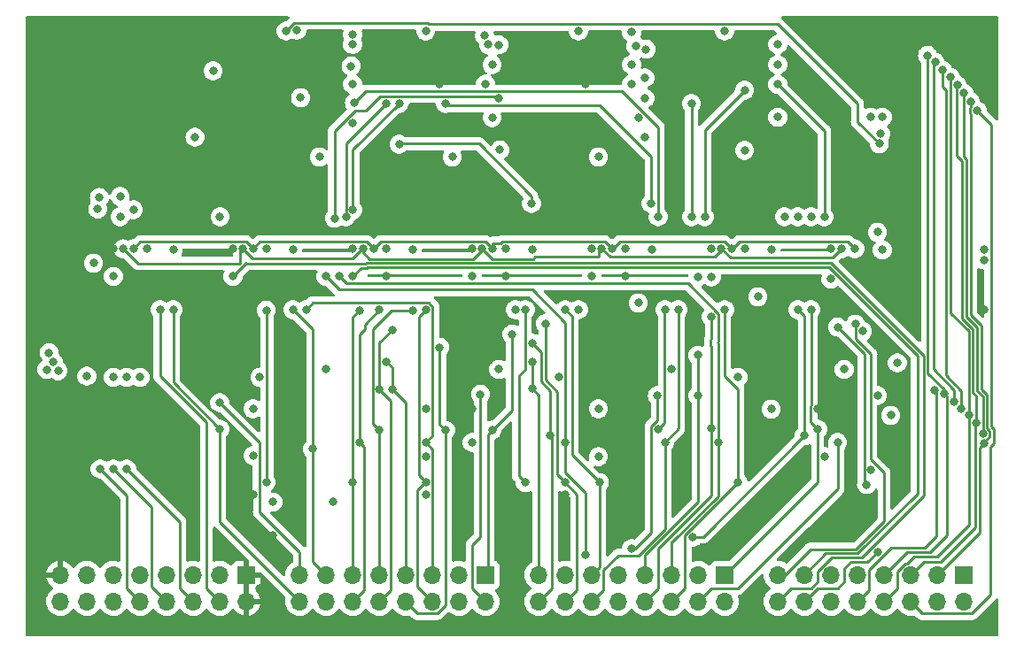
<source format=gbr>
%TF.GenerationSoftware,KiCad,Pcbnew,6.0.6-3a73a75311~116~ubuntu20.04.1*%
%TF.CreationDate,2022-06-25T17:28:11-07:00*%
%TF.ProjectId,RegisterFile,52656769-7374-4657-9246-696c652e6b69,rev?*%
%TF.SameCoordinates,Original*%
%TF.FileFunction,Copper,L3,Inr*%
%TF.FilePolarity,Positive*%
%FSLAX46Y46*%
G04 Gerber Fmt 4.6, Leading zero omitted, Abs format (unit mm)*
G04 Created by KiCad (PCBNEW 6.0.6-3a73a75311~116~ubuntu20.04.1) date 2022-06-25 17:28:11*
%MOMM*%
%LPD*%
G01*
G04 APERTURE LIST*
%TA.AperFunction,ComponentPad*%
%ADD10R,1.700000X1.700000*%
%TD*%
%TA.AperFunction,ComponentPad*%
%ADD11O,1.700000X1.700000*%
%TD*%
%TA.AperFunction,ViaPad*%
%ADD12C,0.800000*%
%TD*%
%TA.AperFunction,Conductor*%
%ADD13C,0.250000*%
%TD*%
G04 APERTURE END LIST*
D10*
%TO.N,/REG2_6*%
%TO.C,J4*%
X140970000Y-121285000D03*
D11*
%TO.N,/REG2_7*%
X140970000Y-123825000D03*
%TO.N,/REG2_4*%
X138430000Y-121285000D03*
%TO.N,/REG2_5*%
X138430000Y-123825000D03*
%TO.N,/REG2_2*%
X135890000Y-121285000D03*
%TO.N,/REG2_3*%
X135890000Y-123825000D03*
%TO.N,/REG2_0*%
X133350000Y-121285000D03*
%TO.N,/REG2_1*%
X133350000Y-123825000D03*
%TO.N,/REG3_6*%
X130810000Y-121285000D03*
%TO.N,/REG3_7*%
X130810000Y-123825000D03*
%TO.N,/REG3_4*%
X128270000Y-121285000D03*
%TO.N,/REG3_5*%
X128270000Y-123825000D03*
%TO.N,/REG3_2*%
X125730000Y-121285000D03*
%TO.N,/REG3_3*%
X125730000Y-123825000D03*
%TO.N,/REG3_0*%
X123190000Y-121285000D03*
%TO.N,/REG3_1*%
X123190000Y-123825000D03*
%TD*%
%TO.N,/REG1_1*%
%TO.C,J3*%
X146050000Y-123825000D03*
%TO.N,/REG1_0*%
X146050000Y-121285000D03*
%TO.N,/REG1_3*%
X148590000Y-123825000D03*
%TO.N,/REG1_2*%
X148590000Y-121285000D03*
%TO.N,/REG1_5*%
X151130000Y-123825000D03*
%TO.N,/REG1_4*%
X151130000Y-121285000D03*
%TO.N,/REG1_7*%
X153670000Y-123825000D03*
%TO.N,/REG1_6*%
X153670000Y-121285000D03*
%TO.N,/REG0_1*%
X156210000Y-123825000D03*
%TO.N,/REG0_0*%
X156210000Y-121285000D03*
%TO.N,/REG0_3*%
X158750000Y-123825000D03*
%TO.N,/REG0_2*%
X158750000Y-121285000D03*
%TO.N,/REG0_5*%
X161290000Y-123825000D03*
%TO.N,/REG0_4*%
X161290000Y-121285000D03*
%TO.N,/REG0_7*%
X163830000Y-123825000D03*
D10*
%TO.N,/REG0_6*%
X163830000Y-121285000D03*
%TD*%
%TO.N,/DATAIN6*%
%TO.C,J2*%
X186690000Y-121285000D03*
D11*
%TO.N,/DATAIN7*%
X186690000Y-123825000D03*
%TO.N,/DATAIN4*%
X184150000Y-121285000D03*
%TO.N,/DATAIN5*%
X184150000Y-123825000D03*
%TO.N,/DATAIN2*%
X181610000Y-121285000D03*
%TO.N,/DATAIN3*%
X181610000Y-123825000D03*
%TO.N,/DATAIN0*%
X179070000Y-121285000D03*
%TO.N,/DATAIN1*%
X179070000Y-123825000D03*
%TO.N,/DATAOUT6*%
X176530000Y-121285000D03*
%TO.N,/DATAOUT7*%
X176530000Y-123825000D03*
%TO.N,/DATAOUT4*%
X173990000Y-121285000D03*
%TO.N,/DATAOUT5*%
X173990000Y-123825000D03*
%TO.N,/DATAOUT2*%
X171450000Y-121285000D03*
%TO.N,/DATAOUT3*%
X171450000Y-123825000D03*
%TO.N,/DATAOUT0*%
X168910000Y-121285000D03*
%TO.N,/DATAOUT1*%
X168910000Y-123825000D03*
%TD*%
D10*
%TO.N,GND*%
%TO.C,J1*%
X118110000Y-121285000D03*
D11*
X118110000Y-123825000D03*
%TO.N,VCC*%
X115570000Y-121285000D03*
%TO.N,/~{REN}*%
X115570000Y-123825000D03*
%TO.N,/CLK*%
X113030000Y-121285000D03*
%TO.N,/WRITEID2*%
X113030000Y-123825000D03*
%TO.N,/WEN2*%
X110490000Y-121285000D03*
%TO.N,/WRITEID1*%
X110490000Y-123825000D03*
%TO.N,/~{WEN1}*%
X107950000Y-121285000D03*
%TO.N,/WRITEID0*%
X107950000Y-123825000D03*
%TO.N,/~{WEN0}*%
X105410000Y-121285000D03*
%TO.N,/READID2*%
X105410000Y-123825000D03*
%TO.N,VCC*%
X102870000Y-121285000D03*
%TO.N,/READID1*%
X102870000Y-123825000D03*
%TO.N,GND*%
X100330000Y-121285000D03*
%TO.N,/READID0*%
X100330000Y-123825000D03*
%TD*%
D12*
%TO.N,/DATAIN3*%
X187960000Y-76835000D03*
%TO.N,/REG1_1*%
X145454500Y-99099500D03*
%TO.N,/REG2_7*%
X140494444Y-103980556D03*
%TO.N,/REG2_1*%
X136604500Y-99501000D03*
X137160000Y-107414500D03*
%TO.N,/REG2_6*%
X143510000Y-98229500D03*
X141605000Y-107414500D03*
%TO.N,/REG1_1*%
X147153500Y-107910500D03*
%TO.N,/DATAOUT0*%
X176334156Y-97278044D03*
X105410000Y-92710000D03*
%TO.N,/REG1_2*%
X125730000Y-92710000D03*
X148550500Y-108624500D03*
X150495000Y-119380000D03*
%TO.N,/REG0_2*%
X127000000Y-92710000D03*
%TO.N,/REG0_0*%
X161290000Y-100250500D03*
X161290000Y-104100500D03*
%TO.N,/REG1_7*%
X154940000Y-118745000D03*
X157400500Y-104100500D03*
%TO.N,/REG3_5*%
X130810000Y-95924500D03*
%TO.N,/REG0_1*%
X162560000Y-96559500D03*
X162520500Y-107275500D03*
%TO.N,/REG0_2*%
X163195000Y-108585000D03*
%TO.N,/~{REN}*%
X109855000Y-95885000D03*
%TO.N,/DATAIN1*%
X179705000Y-106005500D03*
%TO.N,/REG1_6*%
X160814444Y-117634444D03*
%TO.N,/DATAIN4*%
X177839500Y-111224500D03*
%TO.N,/REG0_4*%
X174625000Y-97555000D03*
X177400000Y-112630000D03*
%TO.N,/REG3_7*%
X177005556Y-97949444D03*
X132080000Y-97829500D03*
X130849500Y-103544500D03*
%TO.N,/REG3_5*%
X155575000Y-95250000D03*
X128944500Y-108585000D03*
%TO.N,/REG2_0*%
X131524000Y-100850500D03*
X132080000Y-103544500D03*
%TO.N,/REG2_2*%
X123825000Y-95885000D03*
X135255000Y-108585000D03*
%TO.N,/REG3_6*%
X167005000Y-94654500D03*
X133985000Y-95939502D03*
X130810000Y-107414500D03*
%TO.N,/REG1_0*%
X145415000Y-103465500D03*
X145455000Y-100850500D03*
%TO.N,/REG0_3*%
X163830000Y-95885000D03*
X165100000Y-112434500D03*
%TO.N,/REG3_0*%
X115570000Y-104775000D03*
%TO.N,/REG3_3*%
X120015000Y-95939502D03*
X120015000Y-112395000D03*
%TO.N,/REG3_4*%
X143830497Y-95885000D03*
X128905000Y-95939502D03*
X128270000Y-112434500D03*
%TO.N,/REG1_3*%
X146685000Y-97234500D03*
X148590000Y-112434500D03*
%TO.N,VCC*%
X156845000Y-90170000D03*
X133985000Y-90170000D03*
X168275000Y-90170000D03*
X135255000Y-69215000D03*
X142240000Y-101600000D03*
X149860000Y-69215000D03*
X102870000Y-102235000D03*
X175260000Y-101600000D03*
X163830000Y-69215000D03*
X122555000Y-90170000D03*
X122955832Y-69133056D03*
X145415000Y-90170000D03*
X178903500Y-90170000D03*
X111125000Y-90170000D03*
X103505000Y-91440000D03*
X158750000Y-101600000D03*
X125730000Y-101600000D03*
%TO.N,GND*%
X113030000Y-107950000D03*
X172720000Y-105370500D03*
X148590000Y-113625500D03*
X165735000Y-92954500D03*
X177165000Y-92710000D03*
X119380000Y-122555000D03*
X128270000Y-90056000D03*
X145375500Y-80605500D03*
X142875000Y-92710000D03*
X108585000Y-105410000D03*
X136525000Y-74295000D03*
X139700000Y-90055500D03*
X159385000Y-80605500D03*
X173990000Y-90055500D03*
X123825000Y-74255500D03*
X168275000Y-113625500D03*
X131445000Y-92710000D03*
X131445000Y-80605500D03*
X150495000Y-74295000D03*
X118745000Y-80645000D03*
X188595000Y-95885000D03*
X116840000Y-90055500D03*
X120650000Y-117475000D03*
X119380000Y-117475000D03*
X118745000Y-113625500D03*
X156210000Y-105370500D03*
X108671944Y-92796944D03*
X139700000Y-105370500D03*
X162560000Y-90055500D03*
X123190000Y-105370500D03*
X135255000Y-113625500D03*
X164465000Y-74295000D03*
X151130000Y-90055500D03*
X154305000Y-92710000D03*
X120015000Y-92710000D03*
X105410000Y-90055500D03*
%TO.N,/READID0*%
X106045000Y-86995000D03*
X140649503Y-90055500D03*
X117789503Y-90055500D03*
X175006000Y-90055500D03*
X129286000Y-90056000D03*
X163509503Y-90055500D03*
X106359503Y-90055500D03*
X152079503Y-90055500D03*
%TO.N,/READID1*%
X107315000Y-86320500D03*
X107315000Y-90055500D03*
X118745000Y-90055500D03*
X188595000Y-91119503D03*
X164465000Y-90055500D03*
X176276000Y-90055500D03*
X130302000Y-90056000D03*
X141605000Y-90055500D03*
X153035000Y-90055500D03*
%TO.N,/READID2*%
X108585000Y-90055500D03*
X142875000Y-90055500D03*
X120015000Y-90055500D03*
X154305000Y-90055500D03*
X165735000Y-90055500D03*
X178435000Y-88469500D03*
X131445000Y-90056000D03*
X188595000Y-90170000D03*
%TO.N,/WRITEID0*%
X104140000Y-111125000D03*
%TO.N,/WRITEID1*%
X105410000Y-111125000D03*
%TO.N,/CLK*%
X151765000Y-81280000D03*
X120650000Y-114300000D03*
X125095000Y-81280000D03*
X165735000Y-80645000D03*
X137795000Y-81280000D03*
X126365000Y-114300000D03*
%TO.N,/WRITEID2*%
X106680000Y-111125000D03*
%TO.N,/DATAIN0*%
X183235600Y-71549000D03*
X151765000Y-105370500D03*
X178435000Y-104100500D03*
X168275000Y-105410000D03*
X184809121Y-103966570D03*
X135255000Y-105410000D03*
X118745000Y-105370500D03*
%TO.N,/DATAIN1*%
X187162100Y-106005500D03*
X185420000Y-73660000D03*
%TO.N,/DATAOUT1*%
X116840000Y-92710000D03*
%TO.N,/DATAIN2*%
X118745000Y-109855000D03*
X187836600Y-106767500D03*
X151765000Y-109954500D03*
X135255000Y-109954500D03*
X186055000Y-74422000D03*
X173394500Y-109954500D03*
%TO.N,/DATAOUT2*%
X128270000Y-92710000D03*
%TO.N,/DATAOUT3*%
X178435000Y-119061112D03*
X139700000Y-92710000D03*
%TO.N,/DATAIN4*%
X168910000Y-77470000D03*
X188595000Y-108702783D03*
X141605000Y-77509500D03*
X155575000Y-77509500D03*
X128270000Y-78055500D03*
X187325000Y-75974033D03*
%TO.N,/DATAOUT4*%
X151130000Y-92710000D03*
%TO.N,/DATAIN5*%
X188511100Y-107748873D03*
X186690000Y-75184000D03*
%TO.N,/DATAOUT5*%
X162560000Y-92749500D03*
%TO.N,/DATAIN6*%
X186476133Y-105341189D03*
X141605000Y-72429500D03*
X168910000Y-72429500D03*
X128130306Y-72569194D03*
X184658000Y-72985500D03*
X154940000Y-72429500D03*
%TO.N,/DATAOUT6*%
X173989902Y-92954500D03*
%TO.N,/DATAIN7*%
X185746343Y-104666689D03*
X183946800Y-72223500D03*
%TO.N,/DATAOUT7*%
X183931143Y-103605031D03*
%TO.N,/REG0_4*%
X149860000Y-95885000D03*
%TO.N,/REG1_4*%
X148590000Y-95885000D03*
X151864500Y-112434500D03*
%TO.N,/REG0_5*%
X161290000Y-92749500D03*
X174625000Y-108585000D03*
%TO.N,/REG1_5*%
X159385000Y-95885000D03*
X158115000Y-108585000D03*
%TO.N,/REG0_6*%
X172085000Y-95885000D03*
X172720000Y-107315000D03*
%TO.N,/REG1_6*%
X171450000Y-107950000D03*
X170815000Y-95885000D03*
%TO.N,/REG0_7*%
X180340000Y-100965000D03*
%TO.N,/REG3_1*%
X115570000Y-107315000D03*
X111125000Y-95885000D03*
%TO.N,/REG3_2*%
X122555000Y-95885000D03*
X124460000Y-109220000D03*
%TO.N,/REG2_3*%
X135255000Y-95885000D03*
X135255000Y-112434500D03*
%TO.N,/REG2_4*%
X144780000Y-95885000D03*
X144780000Y-112434500D03*
%TO.N,/REG2_5*%
X139700000Y-108585000D03*
X157480000Y-107354500D03*
X158115000Y-95885000D03*
%TO.N,/Regs/~{WRITESEL7}*%
X154940000Y-69329500D03*
X99051113Y-101610768D03*
%TO.N,/Regs/~{WRITESEL6}*%
X99255500Y-100017329D03*
X141255708Y-70515404D03*
%TO.N,/Regs/~{WRITESEL5}*%
X99655500Y-100878463D03*
X128270000Y-69555997D03*
%TO.N,/Regs/~{WRITESEL4}*%
X114935000Y-73025000D03*
X100125500Y-101738197D03*
%TO.N,/Regs/~{WRITESEL2}*%
X107950000Y-102349500D03*
X119419500Y-102349500D03*
%TO.N,/Regs/~{WRITESEL1}*%
X106680000Y-102349500D03*
X147955000Y-102349500D03*
%TO.N,/Regs/~{WRITESEL0}*%
X165100000Y-102349500D03*
X105410000Y-102349500D03*
%TO.N,/REG7_0*%
X106045000Y-85050500D03*
X156315037Y-70975463D03*
%TO.N,/REG6_0*%
X103910688Y-86244999D03*
X142240000Y-70548000D03*
%TO.N,/REG5_0*%
X128270000Y-70505500D03*
X104073099Y-85155513D03*
%TO.N,/REG7_1*%
X115609500Y-86995000D03*
X156210000Y-73699500D03*
%TO.N,/REG5_1*%
X128270000Y-74295000D03*
X113209194Y-79375000D03*
%TO.N,/REG7_2*%
X127635000Y-86995000D03*
X131445000Y-76160500D03*
X156210000Y-75664500D03*
%TO.N,/REG6_2*%
X126544194Y-87134694D03*
X142245242Y-75664000D03*
%TO.N,/REG5_2*%
X132715000Y-76160500D03*
X128309500Y-86323600D03*
%TO.N,/REG7_3*%
X142344461Y-80605500D03*
X156210000Y-79404500D03*
%TO.N,/REG4_4*%
X132715000Y-80049500D03*
X145375500Y-85725000D03*
%TO.N,/REG7_5*%
X161925000Y-86995000D03*
X165735000Y-74890500D03*
%TO.N,/REG6_5*%
X160655000Y-76160500D03*
X160655000Y-86995000D03*
%TO.N,/REG5_5*%
X137160000Y-76160500D03*
X156805500Y-85725000D03*
%TO.N,/REG4_5*%
X157480000Y-86995000D03*
X128451280Y-76084924D03*
%TO.N,/REG7_6*%
X168910000Y-74334500D03*
X173355000Y-86995000D03*
%TO.N,/REG6_6*%
X172085000Y-86995000D03*
X154940000Y-74295000D03*
%TO.N,/REG5_6*%
X140970000Y-74295000D03*
X170815000Y-86995000D03*
%TO.N,/REG4_6*%
X123304500Y-75604500D03*
X169545000Y-86995000D03*
%TO.N,/REG7_7*%
X168910000Y-70485000D03*
X178903500Y-77470000D03*
%TO.N,/REG6_7*%
X177800000Y-77471343D03*
X155352020Y-70680500D03*
%TO.N,/REG5_7*%
X178751806Y-79058194D03*
X140879992Y-69643398D03*
%TO.N,/REG4_7*%
X178618139Y-79998241D03*
X121920000Y-69215000D03*
%TD*%
D13*
%TO.N,/DATAIN5*%
X188511100Y-107748873D02*
X188511100Y-107047595D01*
X188511100Y-107047595D02*
X188511600Y-107047095D01*
%TO.N,/DATAIN4*%
X187285000Y-77114595D02*
X187285000Y-76555405D01*
X187285000Y-76555405D02*
X187325000Y-76515405D01*
X188790695Y-108423873D02*
X189186100Y-108028468D01*
X187325000Y-77154595D02*
X187285000Y-77114595D01*
X189186100Y-107469278D02*
X188911600Y-107194778D01*
X187325000Y-96393000D02*
X187325000Y-77154595D01*
X188911600Y-104049028D02*
X188362100Y-103499528D01*
X188911600Y-107194778D02*
X188911600Y-104049028D01*
X188595000Y-108702783D02*
X188595000Y-108423873D01*
X188362100Y-103499528D02*
X188362100Y-97430099D01*
X189186100Y-108028468D02*
X189186100Y-107469278D01*
X188362100Y-97430099D02*
X187325000Y-96393000D01*
X188595000Y-108423873D02*
X188790695Y-108423873D01*
X187325000Y-76515405D02*
X187325000Y-75974033D01*
%TO.N,/DATAIN5*%
X186690000Y-76293628D02*
X186650000Y-76253628D01*
X186650000Y-75694438D02*
X186690000Y-75654438D01*
X187962100Y-97595785D02*
X186925000Y-96558686D01*
X186650000Y-76253628D02*
X186650000Y-75694438D01*
X187962100Y-103665214D02*
X187962100Y-97595785D01*
X188511600Y-107047095D02*
X188511600Y-104214714D01*
X188511600Y-104214714D02*
X187962100Y-103665214D01*
X186690000Y-75654438D02*
X186690000Y-75184000D01*
X186690000Y-81280000D02*
X186690000Y-76293628D01*
X186925000Y-81515000D02*
X186690000Y-81280000D01*
X186925000Y-96558686D02*
X186925000Y-81515000D01*
%TO.N,/DATAIN2*%
X187836600Y-106767500D02*
X187836600Y-104105400D01*
X187562100Y-103830900D02*
X187562100Y-97761471D01*
X187836600Y-104105400D02*
X187562100Y-103830900D01*
X186525000Y-96724371D02*
X186525000Y-81680686D01*
X187562100Y-97761471D02*
X186525000Y-96724371D01*
X186525000Y-81680686D02*
X186015000Y-81170686D01*
X186015000Y-81170686D02*
X186015000Y-74462000D01*
X186015000Y-74462000D02*
X186055000Y-74422000D01*
%TO.N,/DATAIN3*%
X187960000Y-76835000D02*
X189311100Y-78186100D01*
X189311100Y-78186100D02*
X189311100Y-107028592D01*
X189230000Y-109022378D02*
X189230000Y-123190000D01*
X189311100Y-107028592D02*
X189586100Y-107303593D01*
X189586100Y-107303593D02*
X189586100Y-108666278D01*
X189586100Y-108666278D02*
X189230000Y-109022378D01*
X189230000Y-123190000D02*
X187470000Y-124950000D01*
X187470000Y-124950000D02*
X182735000Y-124950000D01*
X182735000Y-124950000D02*
X181610000Y-123825000D01*
%TO.N,/DATAIN4*%
X188214000Y-109083783D02*
X188214000Y-117221000D01*
X188214000Y-117221000D02*
X184150000Y-121285000D01*
X188595000Y-108702783D02*
X188214000Y-109083783D01*
%TO.N,/REG4_7*%
X121920000Y-69215000D02*
X122676944Y-68458056D01*
X168870000Y-68540000D02*
X176530000Y-76200000D01*
X122676944Y-68458056D02*
X135452651Y-68458056D01*
X176530000Y-77910102D02*
X178618139Y-79998241D01*
X135452651Y-68458056D02*
X135574595Y-68580000D01*
X135574595Y-68580000D02*
X149540405Y-68580000D01*
X149540405Y-68580000D02*
X149580405Y-68540000D01*
X149580405Y-68540000D02*
X168870000Y-68540000D01*
X176530000Y-76200000D02*
X176530000Y-77910102D01*
%TO.N,/REG1_1*%
X146285000Y-102781685D02*
X146285000Y-99930000D01*
X147153500Y-103650186D02*
X146285000Y-102781685D01*
X146285000Y-99930000D02*
X145454500Y-99099500D01*
X147153500Y-107910500D02*
X147153500Y-103650186D01*
%TO.N,/REG2_7*%
X140970000Y-123825000D02*
X139700000Y-122555000D01*
X140494444Y-103980556D02*
X140494444Y-117634444D01*
X139700000Y-122555000D02*
X139700000Y-118428888D01*
X139700000Y-118428888D02*
X140494444Y-117634444D01*
%TO.N,/REG2_1*%
X136604500Y-99501000D02*
X136604500Y-106859000D01*
X136604500Y-106859000D02*
X137160000Y-107414500D01*
%TO.N,/REG1_0*%
X145455000Y-100850500D02*
X145415000Y-100890500D01*
X145415000Y-100890500D02*
X145415000Y-103465500D01*
%TO.N,/REG2_1*%
X137160000Y-124145991D02*
X137160000Y-107414500D01*
X136355991Y-124950000D02*
X137160000Y-124145991D01*
X134475000Y-124950000D02*
X136355991Y-124950000D01*
X133350000Y-123825000D02*
X134475000Y-124950000D01*
%TO.N,/REG0_0*%
X161290000Y-100250500D02*
X161290000Y-104100500D01*
%TO.N,/REG2_6*%
X141605000Y-107414500D02*
X143510000Y-105509500D01*
X143510000Y-105509500D02*
X143510000Y-98229500D01*
X141205000Y-107814500D02*
X141605000Y-107414500D01*
X141205000Y-121050000D02*
X141205000Y-107814500D01*
%TO.N,/REG1_1*%
X147153500Y-107910500D02*
X147320000Y-108077000D01*
X147320000Y-108077000D02*
X147320000Y-122555000D01*
X147320000Y-122555000D02*
X146050000Y-123825000D01*
%TO.N,/REG1_3*%
X146685000Y-97234500D02*
X146685000Y-102616000D01*
X146685000Y-102616000D02*
X147828000Y-103759000D01*
X147828000Y-103759000D02*
X147828000Y-111672500D01*
X147828000Y-111672500D02*
X148590000Y-112434500D01*
%TO.N,/DATAOUT0*%
X176334156Y-97278044D02*
X176330556Y-97281644D01*
X176330556Y-97281644D02*
X176330556Y-98694870D01*
X176330556Y-98694870D02*
X177800000Y-100164314D01*
X177800000Y-100164314D02*
X177760000Y-100204314D01*
X177760000Y-100204314D02*
X177760000Y-110190405D01*
X172015000Y-118815000D02*
X169545000Y-121285000D01*
X177760000Y-110190405D02*
X179070000Y-111500405D01*
X179070000Y-111500405D02*
X179070000Y-116147314D01*
X179070000Y-116147314D02*
X176402314Y-118815000D01*
X176402314Y-118815000D02*
X172015000Y-118815000D01*
%TO.N,/REG1_2*%
X125730000Y-92710000D02*
X127000000Y-93980000D01*
X145415000Y-93980000D02*
X148630000Y-97195000D01*
X127000000Y-93980000D02*
X145415000Y-93980000D01*
X148630000Y-97195000D02*
X148630000Y-108545000D01*
X148630000Y-108545000D02*
X148550500Y-108624500D01*
%TO.N,/REG0_2*%
X127000000Y-92710000D02*
X127675000Y-93385000D01*
X160340095Y-93385000D02*
X163235000Y-96279905D01*
X127675000Y-93385000D02*
X160340095Y-93385000D01*
X163235000Y-96279905D02*
X163235000Y-98980500D01*
X163235000Y-98980500D02*
X163155500Y-99060000D01*
X163155500Y-99060000D02*
X163195000Y-99099500D01*
%TO.N,/REG1_2*%
X150495000Y-113384905D02*
X150495000Y-119380000D01*
X148550500Y-111440405D02*
X150495000Y-113384905D01*
X148550500Y-108624500D02*
X148550500Y-111440405D01*
%TO.N,/DATAOUT2*%
X128270000Y-92710000D02*
X129100000Y-91880000D01*
X176568000Y-119215000D02*
X173520000Y-119215000D01*
X129100000Y-91880000D02*
X129665686Y-91880000D01*
X129665686Y-91880000D02*
X129705686Y-91840000D01*
X129705686Y-91840000D02*
X173829997Y-91840000D01*
X182245000Y-113538000D02*
X176568000Y-119215000D01*
X173829997Y-91840000D02*
X182245000Y-100255003D01*
X182245000Y-100255003D02*
X182245000Y-113538000D01*
X173520000Y-119215000D02*
X171450000Y-121285000D01*
%TO.N,/DATAOUT1*%
X172085000Y-122555000D02*
X170180000Y-122555000D01*
X129500000Y-91480000D02*
X129540000Y-91440000D01*
X176926517Y-119615000D02*
X174069009Y-119615000D01*
X182842103Y-113699414D02*
X176926517Y-119615000D01*
X174069009Y-119615000D02*
X172720000Y-120964009D01*
X182842103Y-100286420D02*
X182842103Y-113699414D01*
X173995683Y-91440000D02*
X182842103Y-100286420D01*
X129540000Y-91440000D02*
X173995683Y-91440000D01*
X172720000Y-121920000D02*
X172085000Y-122555000D01*
X172720000Y-120964009D02*
X172720000Y-121920000D01*
X118150000Y-91480000D02*
X129500000Y-91480000D01*
X118110000Y-91440000D02*
X118150000Y-91480000D01*
X116840000Y-92710000D02*
X118110000Y-91440000D01*
X170180000Y-122555000D02*
X168910000Y-123825000D01*
%TO.N,/REG1_5*%
X158115000Y-108585000D02*
X158115000Y-116909314D01*
X158115000Y-116909314D02*
X155604314Y-119420000D01*
X155604314Y-119420000D02*
X153630000Y-119420000D01*
X153630000Y-119420000D02*
X152255000Y-120795000D01*
X152255000Y-120795000D02*
X152255000Y-122700000D01*
X152255000Y-122700000D02*
X151130000Y-123825000D01*
%TO.N,/REG1_7*%
X157400500Y-104100500D02*
X157400500Y-106479405D01*
X157400500Y-106479405D02*
X156805000Y-107074905D01*
X156805000Y-107074905D02*
X156805000Y-117197500D01*
X156805000Y-117197500D02*
X155257500Y-118745000D01*
X155257500Y-118745000D02*
X154940000Y-118745000D01*
%TO.N,/REG0_0*%
X161290000Y-104100500D02*
X161290000Y-114300000D01*
X161290000Y-114300000D02*
X156210000Y-119380000D01*
X156210000Y-119380000D02*
X156210000Y-121285000D01*
%TO.N,/REG2_0*%
X132080000Y-103544500D02*
X132080000Y-101406500D01*
X132080000Y-101406500D02*
X131524000Y-100850500D01*
%TO.N,/REG3_7*%
X132080000Y-97829500D02*
X130849500Y-99060000D01*
X130849500Y-99060000D02*
X130849500Y-103544500D01*
%TO.N,/REG3_5*%
X129420306Y-97790000D02*
X129420306Y-97314194D01*
X129420306Y-97314194D02*
X130810000Y-95924500D01*
X129420306Y-97790000D02*
X128944500Y-98265806D01*
X128944500Y-98265806D02*
X128944500Y-108585000D01*
%TO.N,/REG0_1*%
X162560000Y-96559500D02*
X162560000Y-98700905D01*
X162560000Y-98700905D02*
X162480500Y-98780405D01*
X162480500Y-98780405D02*
X162480500Y-99339595D01*
X162480500Y-99339595D02*
X162520500Y-99379595D01*
X162520500Y-99379595D02*
X162520500Y-107275500D01*
%TO.N,/REG2_4*%
X144780000Y-112434500D02*
X144145000Y-111799500D01*
X144145000Y-111799500D02*
X144145000Y-102235000D01*
X144145000Y-102235000D02*
X144780500Y-101599500D01*
X144740000Y-99375905D02*
X144780000Y-99335905D01*
X144780500Y-101599500D02*
X144780500Y-100570905D01*
X144780500Y-100570905D02*
X144740000Y-100530405D01*
X144740000Y-100530405D02*
X144740000Y-99375905D01*
X144780000Y-99335905D02*
X144780000Y-95885000D01*
%TO.N,/REG0_2*%
X163195000Y-108585000D02*
X163195000Y-99099500D01*
%TO.N,/REG0_1*%
X162520500Y-107275500D02*
X162520500Y-108865095D01*
X162520500Y-108865095D02*
X162560000Y-108904595D01*
X162560000Y-108904595D02*
X162560000Y-113665000D01*
X162560000Y-113665000D02*
X157484278Y-118740722D01*
X157484278Y-118740722D02*
X157484278Y-122550722D01*
X157484278Y-122550722D02*
X156210000Y-123825000D01*
%TO.N,/REG0_3*%
X165100000Y-112434500D02*
X165100000Y-103505000D01*
X165100000Y-103505000D02*
X163830000Y-102235000D01*
X163830000Y-102235000D02*
X163830000Y-95885000D01*
%TO.N,/REG0_2*%
X163195000Y-113734314D02*
X163195000Y-108585000D01*
X158819314Y-118110000D02*
X163195000Y-113734314D01*
X158750000Y-121285000D02*
X158750000Y-118110000D01*
X158750000Y-118110000D02*
X158819314Y-118110000D01*
%TO.N,/~{REN}*%
X109855000Y-102235000D02*
X109855000Y-95885000D01*
X109855000Y-102235000D02*
X114300000Y-106680000D01*
X114300000Y-122540000D02*
X114300000Y-106680000D01*
X115585000Y-123825000D02*
X114300000Y-122540000D01*
%TO.N,/DATAIN0*%
X184809121Y-103529121D02*
X183242103Y-101962103D01*
X184809121Y-103966570D02*
X185071843Y-104229292D01*
X181273400Y-119081600D02*
X179070000Y-121285000D01*
X185071843Y-104229292D02*
X185071843Y-117442157D01*
X185071843Y-117442157D02*
X183432400Y-119081600D01*
X183432400Y-119081600D02*
X181273400Y-119081600D01*
X183242103Y-101962103D02*
X183242103Y-71555503D01*
X184809121Y-103966570D02*
X184809121Y-103529121D01*
X183242103Y-71555503D02*
X183235600Y-71549000D01*
%TO.N,/REG1_6*%
X161765556Y-117634444D02*
X160814444Y-117634444D01*
X171450000Y-107950000D02*
X161765556Y-117634444D01*
%TO.N,/REG0_4*%
X174625000Y-97555000D02*
X177165000Y-100095000D01*
X177165000Y-100095000D02*
X177165000Y-112395000D01*
X177165000Y-112395000D02*
X177400000Y-112630000D01*
%TO.N,/REG3_7*%
X130849500Y-103544500D02*
X131935000Y-104630000D01*
X131935000Y-104630000D02*
X131935000Y-122700000D01*
X131935000Y-122700000D02*
X130810000Y-123825000D01*
%TO.N,/REG3_6*%
X130810000Y-107414500D02*
X130175000Y-106779500D01*
X130175000Y-106779500D02*
X130175000Y-97790000D01*
X130175000Y-97790000D02*
X132025498Y-95939502D01*
X132025498Y-95939502D02*
X133985000Y-95939502D01*
%TO.N,/REG3_5*%
X129395000Y-109035500D02*
X128944500Y-108585000D01*
X129395000Y-122700000D02*
X129395000Y-109035500D01*
X128270000Y-123825000D02*
X129395000Y-122700000D01*
%TO.N,/REG2_0*%
X132080000Y-103544500D02*
X133350000Y-104814500D01*
X133350000Y-104814500D02*
X133350000Y-121285000D01*
%TO.N,/REG2_2*%
X135890000Y-121285000D02*
X135890000Y-113945095D01*
X135930000Y-109260000D02*
X135255000Y-108585000D01*
X135890000Y-113945095D02*
X135930000Y-113905095D01*
X135930000Y-113905095D02*
X135930000Y-112154905D01*
X135930000Y-112154905D02*
X135890000Y-112114905D01*
X135890000Y-112114905D02*
X135890000Y-110274095D01*
X135890000Y-110274095D02*
X135930000Y-110234095D01*
X135930000Y-110234095D02*
X135930000Y-109260000D01*
X123825000Y-95885000D02*
X124460000Y-95250000D01*
X134935405Y-95250000D02*
X134975405Y-95210000D01*
X124460000Y-95250000D02*
X134935405Y-95250000D01*
X134975405Y-95210000D02*
X135534595Y-95210000D01*
X135534595Y-95210000D02*
X135930000Y-95605405D01*
X135930000Y-95605405D02*
X135930000Y-107910000D01*
X135930000Y-107910000D02*
X135255000Y-108585000D01*
%TO.N,/REG3_6*%
X130810000Y-121285000D02*
X130810000Y-107414500D01*
%TO.N,/REG1_0*%
X146050000Y-121285000D02*
X146050000Y-104100500D01*
X146050000Y-104100500D02*
X145415000Y-103465500D01*
%TO.N,/REG1_4*%
X151864500Y-112434500D02*
X149225000Y-109795000D01*
X149225000Y-109795000D02*
X149225000Y-96520000D01*
X149225000Y-96520000D02*
X148590000Y-95885000D01*
%TO.N,/REG0_3*%
X165060500Y-112434500D02*
X165100000Y-112434500D01*
X160024278Y-117470722D02*
X165060500Y-112434500D01*
X160024278Y-122550722D02*
X160024278Y-117470722D01*
X158750000Y-123825000D02*
X160024278Y-122550722D01*
%TO.N,/REG3_0*%
X119420000Y-108625000D02*
X115570000Y-104775000D01*
X119420000Y-110450000D02*
X119420000Y-108625000D01*
X119340000Y-110530000D02*
X119420000Y-110450000D01*
X119340000Y-112990000D02*
X119340000Y-110530000D01*
X119420000Y-113070000D02*
X119340000Y-112990000D01*
X119420000Y-115210405D02*
X119420000Y-113070000D01*
X119380000Y-115250405D02*
X119420000Y-115210405D01*
%TO.N,/REG3_3*%
X120015000Y-112395000D02*
X120094500Y-112315500D01*
X120094500Y-112315500D02*
X120094500Y-96019002D01*
X120094500Y-96019002D02*
X120015000Y-95939502D01*
%TO.N,/REG3_0*%
X123190000Y-119060405D02*
X119380000Y-115250405D01*
X123190000Y-121285000D02*
X123190000Y-119060405D01*
%TO.N,/REG3_4*%
X128270000Y-96574502D02*
X128905000Y-95939502D01*
X128270000Y-112434500D02*
X128270000Y-96574502D01*
X128270000Y-121285000D02*
X128270000Y-112434500D01*
%TO.N,/REG1_3*%
X149715000Y-113559500D02*
X148590000Y-112434500D01*
X149715000Y-122700000D02*
X149715000Y-113559500D01*
X148590000Y-123825000D02*
X149715000Y-122700000D01*
%TO.N,/READID0*%
X129146000Y-90056000D02*
X129146000Y-90134595D01*
X129146000Y-90134595D02*
X128270000Y-91010595D01*
X129902000Y-91040000D02*
X139814500Y-91040000D01*
X139814500Y-91040000D02*
X140649503Y-90204997D01*
X141634003Y-91040000D02*
X140649503Y-90055500D01*
X152869003Y-90845000D02*
X152079503Y-90055500D01*
X145734595Y-90805000D02*
X145499595Y-91040000D01*
X145499595Y-91040000D02*
X141634003Y-91040000D01*
X174129500Y-90932000D02*
X164386003Y-90932000D01*
X117515000Y-90330003D02*
X117515000Y-91469314D01*
X117515000Y-91469314D02*
X107773317Y-91469314D01*
X162903000Y-90845000D02*
X152869003Y-90845000D01*
X164386003Y-90932000D02*
X163509503Y-90055500D01*
X129286000Y-90056000D02*
X129146000Y-90056000D01*
X107773317Y-91469314D02*
X106359503Y-90055500D01*
X152079503Y-90055500D02*
X151765000Y-90370003D01*
X163509503Y-90055500D02*
X163509503Y-90238497D01*
X151765000Y-90370003D02*
X151765000Y-90805000D01*
X175006000Y-90055500D02*
X174129500Y-90932000D01*
X117602000Y-90243003D02*
X117515000Y-90330003D01*
X163509503Y-90238497D02*
X162903000Y-90845000D01*
X151765000Y-90805000D02*
X145734595Y-90805000D01*
X129286000Y-90056000D02*
X129286000Y-90424000D01*
X128270000Y-91010595D02*
X118744598Y-91010595D01*
X117789503Y-90055500D02*
X117602000Y-90243003D01*
X118744598Y-91010595D02*
X117789503Y-90055500D01*
X129286000Y-90424000D02*
X129902000Y-91040000D01*
X163509503Y-90055500D02*
X163509503Y-90357503D01*
X140649503Y-90204997D02*
X140649503Y-90055500D01*
%TO.N,/READID1*%
X165254500Y-89380500D02*
X164579500Y-90055500D01*
X118070000Y-89380500D02*
X107990000Y-89380500D01*
X120294595Y-89380500D02*
X119420000Y-89380500D01*
X141605000Y-89535000D02*
X142440905Y-89535000D01*
X175601000Y-89380500D02*
X173710405Y-89380500D01*
X152360000Y-89380500D02*
X153035000Y-90055500D01*
X107990000Y-89380500D02*
X107315000Y-90055500D01*
X173710405Y-89380500D02*
X173682905Y-89408000D01*
X166014595Y-89380500D02*
X165254500Y-89380500D01*
X118745000Y-90055500D02*
X118070000Y-89380500D01*
X163790000Y-89380500D02*
X164465000Y-90055500D01*
X153035000Y-90055500D02*
X153149500Y-90055500D01*
X153149500Y-90055500D02*
X153824500Y-89380500D01*
X131751595Y-89408000D02*
X139392905Y-89408000D01*
X141605000Y-90055500D02*
X141605000Y-89535000D01*
X129627000Y-89381000D02*
X127990405Y-89381000D01*
X130302000Y-90043000D02*
X130964000Y-89381000D01*
X130302000Y-90056000D02*
X130302000Y-90043000D01*
X127990405Y-89381000D02*
X127963405Y-89408000D01*
X139392905Y-89408000D02*
X139420405Y-89380500D01*
X142595405Y-89380500D02*
X152360000Y-89380500D01*
X142440905Y-89535000D02*
X142595405Y-89380500D01*
X164579500Y-90055500D02*
X164465000Y-90055500D01*
X120322095Y-89408000D02*
X120294595Y-89380500D01*
X131724595Y-89381000D02*
X131751595Y-89408000D01*
X173682905Y-89408000D02*
X166042095Y-89408000D01*
X139420405Y-89380500D02*
X140930000Y-89380500D01*
X130302000Y-90056000D02*
X129627000Y-89381000D01*
X130964000Y-89381000D02*
X131724595Y-89381000D01*
X176276000Y-90055500D02*
X175601000Y-89380500D01*
X153824500Y-89380500D02*
X163790000Y-89380500D01*
X140930000Y-89380500D02*
X141605000Y-90055500D01*
X119420000Y-89380500D02*
X118745000Y-90055500D01*
X127963405Y-89408000D02*
X120322095Y-89408000D01*
X166042095Y-89408000D02*
X166014595Y-89380500D01*
%TO.N,/WRITEID0*%
X107965000Y-123825000D02*
X106680000Y-122540000D01*
X106680000Y-122540000D02*
X106680000Y-113665000D01*
X106680000Y-113665000D02*
X104140000Y-111125000D01*
%TO.N,/WRITEID1*%
X109090000Y-122410000D02*
X109090000Y-114805000D01*
X109090000Y-114805000D02*
X105410000Y-111125000D01*
X110505000Y-123825000D02*
X109090000Y-122410000D01*
%TO.N,/WRITEID2*%
X106680000Y-111125000D02*
X111760000Y-116205000D01*
X111760000Y-116205000D02*
X111760000Y-122540000D01*
X111760000Y-122540000D02*
X113045000Y-123825000D01*
%TO.N,/DATAIN1*%
X185420000Y-74102405D02*
X185420000Y-73660000D01*
X180340000Y-120964009D02*
X181144009Y-120160000D01*
X187162100Y-106005500D02*
X187162100Y-97957300D01*
X185380000Y-74142405D02*
X185420000Y-74102405D01*
X179070000Y-123825000D02*
X180340000Y-122555000D01*
X184150000Y-119481600D02*
X187162100Y-116469500D01*
X185420000Y-74741595D02*
X185380000Y-74701595D01*
X181144009Y-120160000D02*
X181236400Y-120160000D01*
X187162100Y-116469500D02*
X187162100Y-106005500D01*
X180340000Y-122555000D02*
X180340000Y-120964009D01*
X187162100Y-97957300D02*
X185420000Y-96215200D01*
X181914800Y-119481600D02*
X184150000Y-119481600D01*
X185420000Y-96215200D02*
X185420000Y-74741595D01*
X181236400Y-120160000D02*
X181914800Y-119481600D01*
X185380000Y-74701595D02*
X185380000Y-74142405D01*
%TO.N,/DATAIN2*%
X184505600Y-119989600D02*
X182905400Y-119989600D01*
X187836600Y-106767500D02*
X187814000Y-106790100D01*
X187814000Y-106790100D02*
X187814000Y-116681200D01*
X187814000Y-116681200D02*
X184505600Y-119989600D01*
X182905400Y-119989600D02*
X181610000Y-121285000D01*
%TO.N,/DATAOUT3*%
X175260000Y-120650000D02*
X175260000Y-121920000D01*
X178435000Y-119061112D02*
X177481112Y-120015000D01*
X177481112Y-120015000D02*
X175895000Y-120015000D01*
X172720000Y-122555000D02*
X171450000Y-123825000D01*
X174625000Y-122555000D02*
X172720000Y-122555000D01*
X175895000Y-120015000D02*
X175260000Y-120650000D01*
X175260000Y-121920000D02*
X174625000Y-122555000D01*
%TO.N,/DATAIN6*%
X186476133Y-103654122D02*
X185013600Y-102191589D01*
X185013600Y-102191589D02*
X185013600Y-74900880D01*
X184658000Y-74545280D02*
X184658000Y-72985500D01*
X185013600Y-74900880D02*
X184658000Y-74545280D01*
X186476133Y-105341189D02*
X186476133Y-103654122D01*
%TO.N,/DATAIN7*%
X185746343Y-104666689D02*
X185746343Y-103577343D01*
X183769000Y-72401300D02*
X183946800Y-72223500D01*
X183769000Y-101600000D02*
X183769000Y-72401300D01*
X185746343Y-103577343D02*
X183769000Y-101600000D01*
%TO.N,/DATAOUT7*%
X182943400Y-118681600D02*
X179768400Y-118681600D01*
X184031174Y-117593826D02*
X182943400Y-118681600D01*
X179768400Y-118681600D02*
X177655000Y-120795000D01*
X183931143Y-103605031D02*
X184031174Y-103705062D01*
X177655000Y-120795000D02*
X177655000Y-122700000D01*
X184031174Y-103705062D02*
X184031174Y-117593826D01*
X177655000Y-122700000D02*
X176530000Y-123825000D01*
%TO.N,/REG1_4*%
X151855000Y-120560000D02*
X151130000Y-121285000D01*
X151864500Y-112434500D02*
X151864500Y-119349814D01*
X151855000Y-119359315D02*
X151855000Y-120560000D01*
X151864500Y-119349814D02*
X151855000Y-119359315D01*
%TO.N,/REG0_5*%
X161290000Y-123825000D02*
X162560000Y-122555000D01*
X165091444Y-122555000D02*
X174665000Y-112981444D01*
X174665000Y-108625000D02*
X174625000Y-108585000D01*
X174665000Y-112981444D02*
X174665000Y-108625000D01*
X162560000Y-122555000D02*
X165091444Y-122555000D01*
%TO.N,/REG1_5*%
X159425000Y-107275000D02*
X158115000Y-108585000D01*
X159385000Y-95885000D02*
X159425000Y-95925000D01*
X159425000Y-95925000D02*
X159425000Y-107275000D01*
%TO.N,/REG0_6*%
X172045000Y-106640000D02*
X172045000Y-105090905D01*
X172720000Y-112395000D02*
X163830000Y-121285000D01*
X172045000Y-105090905D02*
X172085000Y-105050905D01*
X172720000Y-107315000D02*
X172045000Y-106640000D01*
X172720000Y-107315000D02*
X172720000Y-112395000D01*
X172085000Y-105050905D02*
X172085000Y-95885000D01*
%TO.N,/REG1_6*%
X171450000Y-107950000D02*
X171450000Y-96520000D01*
X171450000Y-96520000D02*
X170815000Y-95885000D01*
%TO.N,/REG3_1*%
X115570000Y-107315000D02*
X111125000Y-102870000D01*
X123190000Y-123825000D02*
X115570000Y-116205000D01*
X115570000Y-116205000D02*
X115570000Y-107315000D01*
X111125000Y-102870000D02*
X111125000Y-95885000D01*
%TO.N,/REG3_2*%
X124460000Y-120015000D02*
X124460000Y-109220000D01*
X124460000Y-97790000D02*
X122555000Y-95885000D01*
X124460000Y-109220000D02*
X124460000Y-97790000D01*
X125730000Y-121285000D02*
X124460000Y-120015000D01*
%TO.N,/REG2_3*%
X134580000Y-96560000D02*
X134580000Y-111759500D01*
X134475000Y-122410000D02*
X135890000Y-123825000D01*
X135255000Y-112434500D02*
X135215500Y-112434500D01*
X134580000Y-111759500D02*
X135255000Y-112434500D01*
X135255000Y-95885000D02*
X134580000Y-96560000D01*
X134475000Y-113175000D02*
X134475000Y-122410000D01*
X135215500Y-112434500D02*
X134475000Y-113175000D01*
%TO.N,/REG2_5*%
X158075000Y-95925000D02*
X158115000Y-95885000D01*
X157480000Y-107354500D02*
X158075000Y-106759500D01*
X158075000Y-106759500D02*
X158075000Y-95925000D01*
%TO.N,/REG7_2*%
X127635000Y-79970500D02*
X127635000Y-86995000D01*
X131445000Y-76160500D02*
X127635000Y-79970500D01*
%TO.N,/REG6_2*%
X142066742Y-75485500D02*
X142245242Y-75664000D01*
X128535905Y-76835000D02*
X129540000Y-76835000D01*
X129540000Y-76835000D02*
X130889500Y-75485500D01*
X126544194Y-78826711D02*
X128535905Y-76835000D01*
X126544194Y-87134694D02*
X126544194Y-78826711D01*
X130889500Y-75485500D02*
X142066742Y-75485500D01*
%TO.N,/REG5_2*%
X128309500Y-80566000D02*
X128309500Y-86323600D01*
X132715000Y-76160500D02*
X128309500Y-80566000D01*
%TO.N,/REG4_4*%
X140335000Y-80010000D02*
X132754500Y-80010000D01*
X132754500Y-80010000D02*
X132715000Y-80049500D01*
X145375500Y-85725000D02*
X145375500Y-85050500D01*
X145375500Y-85050500D02*
X140335000Y-80010000D01*
%TO.N,/REG7_5*%
X165735000Y-74890500D02*
X161925000Y-78700500D01*
X161925000Y-78700500D02*
X161925000Y-86995000D01*
%TO.N,/REG6_5*%
X160655000Y-76160500D02*
X160655000Y-86995000D01*
%TO.N,/REG5_5*%
X151904000Y-76339000D02*
X156805500Y-81240500D01*
X137160000Y-76160500D02*
X137338500Y-76339000D01*
X137338500Y-76339000D02*
X151904000Y-76339000D01*
X156805500Y-81240500D02*
X156805500Y-85725000D01*
%TO.N,/REG4_5*%
X129546704Y-74989500D02*
X154009595Y-74989500D01*
X157480000Y-78459905D02*
X157480000Y-86995000D01*
X128451280Y-76084924D02*
X129546704Y-74989500D01*
X154009595Y-74989500D02*
X157480000Y-78459905D01*
%TO.N,/REG7_6*%
X168910000Y-74334500D02*
X173355000Y-78779500D01*
X173355000Y-78779500D02*
X173355000Y-86995000D01*
%TD*%
%TA.AperFunction,Conductor*%
%TO.N,GND*%
G36*
X122184209Y-67838502D02*
G01*
X122230702Y-67892158D01*
X122240806Y-67962432D01*
X122213178Y-68024809D01*
X122211661Y-68026643D01*
X122203666Y-68035429D01*
X121969500Y-68269595D01*
X121907188Y-68303621D01*
X121880405Y-68306500D01*
X121824513Y-68306500D01*
X121818061Y-68307872D01*
X121818056Y-68307872D01*
X121731112Y-68326353D01*
X121637712Y-68346206D01*
X121631682Y-68348891D01*
X121631681Y-68348891D01*
X121469278Y-68421197D01*
X121469276Y-68421198D01*
X121463248Y-68423882D01*
X121308747Y-68536134D01*
X121180960Y-68678056D01*
X121085473Y-68843444D01*
X121026458Y-69025072D01*
X121025768Y-69031633D01*
X121025768Y-69031635D01*
X121007612Y-69204386D01*
X121006496Y-69215000D01*
X121007186Y-69221565D01*
X121023674Y-69378436D01*
X121026458Y-69404928D01*
X121085473Y-69586556D01*
X121180960Y-69751944D01*
X121185378Y-69756851D01*
X121185379Y-69756852D01*
X121259114Y-69838743D01*
X121308747Y-69893866D01*
X121376578Y-69943148D01*
X121457374Y-70001850D01*
X121463248Y-70006118D01*
X121469276Y-70008802D01*
X121469278Y-70008803D01*
X121631681Y-70081109D01*
X121637712Y-70083794D01*
X121724263Y-70102191D01*
X121818056Y-70122128D01*
X121818061Y-70122128D01*
X121824513Y-70123500D01*
X122015487Y-70123500D01*
X122021939Y-70122128D01*
X122021944Y-70122128D01*
X122115737Y-70102191D01*
X122202288Y-70083794D01*
X122208319Y-70081109D01*
X122370722Y-70008803D01*
X122370724Y-70008802D01*
X122376752Y-70006118D01*
X122382627Y-70001850D01*
X122434311Y-69964299D01*
X122501179Y-69940440D01*
X122559619Y-69951128D01*
X122673544Y-70001850D01*
X122743756Y-70016774D01*
X122853888Y-70040184D01*
X122853893Y-70040184D01*
X122860345Y-70041556D01*
X123051319Y-70041556D01*
X123057771Y-70040184D01*
X123057776Y-70040184D01*
X123167908Y-70016774D01*
X123238120Y-70001850D01*
X123247327Y-69997751D01*
X123406554Y-69926859D01*
X123406556Y-69926858D01*
X123412584Y-69924174D01*
X123567085Y-69811922D01*
X123620856Y-69752203D01*
X123690453Y-69674908D01*
X123690454Y-69674907D01*
X123694872Y-69670000D01*
X123753764Y-69567997D01*
X123787055Y-69510335D01*
X123787056Y-69510334D01*
X123790359Y-69504612D01*
X123849374Y-69322984D01*
X123853140Y-69287158D01*
X123861839Y-69204386D01*
X123888852Y-69138729D01*
X123947074Y-69098099D01*
X123987149Y-69091556D01*
X127292229Y-69091556D01*
X127360350Y-69111558D01*
X127406843Y-69165214D01*
X127416947Y-69235488D01*
X127412062Y-69256492D01*
X127376458Y-69366069D01*
X127375768Y-69372630D01*
X127375768Y-69372632D01*
X127359680Y-69525706D01*
X127356496Y-69555997D01*
X127357186Y-69562562D01*
X127372344Y-69706779D01*
X127376458Y-69745925D01*
X127435473Y-69927553D01*
X127438776Y-69933275D01*
X127438777Y-69933276D01*
X127458680Y-69967749D01*
X127475418Y-70036745D01*
X127458681Y-70093747D01*
X127435473Y-70133944D01*
X127376458Y-70315572D01*
X127375768Y-70322133D01*
X127375768Y-70322135D01*
X127367687Y-70399020D01*
X127356496Y-70505500D01*
X127357186Y-70512065D01*
X127373614Y-70668365D01*
X127376458Y-70695428D01*
X127435473Y-70877056D01*
X127530960Y-71042444D01*
X127535378Y-71047351D01*
X127535379Y-71047352D01*
X127647361Y-71171721D01*
X127658747Y-71184366D01*
X127757843Y-71256364D01*
X127779691Y-71272237D01*
X127813248Y-71296618D01*
X127819276Y-71299302D01*
X127819278Y-71299303D01*
X127954183Y-71359366D01*
X127987712Y-71374294D01*
X128152360Y-71409291D01*
X128162502Y-71411447D01*
X128203554Y-71433611D01*
X128254414Y-71414365D01*
X128264001Y-71414000D01*
X128365487Y-71414000D01*
X128371939Y-71412628D01*
X128371944Y-71412628D01*
X128477729Y-71390142D01*
X128552288Y-71374294D01*
X128585817Y-71359366D01*
X128720722Y-71299303D01*
X128720724Y-71299302D01*
X128726752Y-71296618D01*
X128760310Y-71272237D01*
X128782157Y-71256364D01*
X128881253Y-71184366D01*
X128892639Y-71171721D01*
X129004621Y-71047352D01*
X129004622Y-71047351D01*
X129009040Y-71042444D01*
X129104527Y-70877056D01*
X129163542Y-70695428D01*
X129166387Y-70668365D01*
X129182814Y-70512065D01*
X129183504Y-70505500D01*
X129172313Y-70399020D01*
X129164232Y-70322135D01*
X129164232Y-70322133D01*
X129163542Y-70315572D01*
X129104527Y-70133944D01*
X129081319Y-70093747D01*
X129064582Y-70024755D01*
X129081320Y-69967749D01*
X129101223Y-69933276D01*
X129101224Y-69933275D01*
X129104527Y-69927553D01*
X129163542Y-69745925D01*
X129167657Y-69706779D01*
X129182814Y-69562562D01*
X129183504Y-69555997D01*
X129180320Y-69525706D01*
X129164232Y-69372632D01*
X129164232Y-69372630D01*
X129163542Y-69366069D01*
X129127938Y-69256492D01*
X129125910Y-69185525D01*
X129162573Y-69124727D01*
X129226285Y-69093401D01*
X129247771Y-69091556D01*
X134216186Y-69091556D01*
X134284307Y-69111558D01*
X134330800Y-69165214D01*
X134341540Y-69214585D01*
X134341496Y-69215000D01*
X134342186Y-69221565D01*
X134358674Y-69378436D01*
X134361458Y-69404928D01*
X134420473Y-69586556D01*
X134515960Y-69751944D01*
X134520378Y-69756851D01*
X134520379Y-69756852D01*
X134594114Y-69838743D01*
X134643747Y-69893866D01*
X134711578Y-69943148D01*
X134792374Y-70001850D01*
X134798248Y-70006118D01*
X134804276Y-70008802D01*
X134804278Y-70008803D01*
X134966681Y-70081109D01*
X134972712Y-70083794D01*
X135059263Y-70102191D01*
X135153056Y-70122128D01*
X135153061Y-70122128D01*
X135159513Y-70123500D01*
X135350487Y-70123500D01*
X135356939Y-70122128D01*
X135356944Y-70122128D01*
X135450737Y-70102191D01*
X135537288Y-70083794D01*
X135543319Y-70081109D01*
X135705722Y-70008803D01*
X135705724Y-70008802D01*
X135711752Y-70006118D01*
X135717627Y-70001850D01*
X135798422Y-69943148D01*
X135866253Y-69893866D01*
X135915886Y-69838743D01*
X135989621Y-69756852D01*
X135989622Y-69756851D01*
X135994040Y-69751944D01*
X136089527Y-69586556D01*
X136148542Y-69404928D01*
X136151327Y-69378436D01*
X136156803Y-69326329D01*
X136183816Y-69260673D01*
X136242038Y-69220043D01*
X136282113Y-69213500D01*
X139890997Y-69213500D01*
X139959118Y-69233502D01*
X140005611Y-69287158D01*
X140015715Y-69357432D01*
X140010830Y-69378436D01*
X139996958Y-69421129D01*
X139986450Y-69453470D01*
X139985760Y-69460031D01*
X139985760Y-69460033D01*
X139978858Y-69525706D01*
X139966488Y-69643398D01*
X139967178Y-69649963D01*
X139978416Y-69756882D01*
X139986450Y-69833326D01*
X140045465Y-70014954D01*
X140048768Y-70020676D01*
X140048769Y-70020677D01*
X140060824Y-70041556D01*
X140140952Y-70180342D01*
X140145370Y-70185249D01*
X140145371Y-70185250D01*
X140264317Y-70317353D01*
X140268739Y-70322264D01*
X140274085Y-70326148D01*
X140274086Y-70326149D01*
X140296999Y-70342797D01*
X140340353Y-70399020D01*
X140348247Y-70457901D01*
X140345399Y-70485000D01*
X140342204Y-70515404D01*
X140342894Y-70521969D01*
X140358281Y-70668365D01*
X140362166Y-70705332D01*
X140421181Y-70886960D01*
X140424484Y-70892682D01*
X140424485Y-70892683D01*
X140458394Y-70951414D01*
X140516668Y-71052348D01*
X140521086Y-71057255D01*
X140521087Y-71057256D01*
X140634964Y-71183729D01*
X140644455Y-71194270D01*
X140743551Y-71266268D01*
X140785995Y-71297105D01*
X140798956Y-71306522D01*
X140804984Y-71309206D01*
X140804986Y-71309207D01*
X140967389Y-71381513D01*
X140973420Y-71384198D01*
X141100863Y-71411287D01*
X141102933Y-71411727D01*
X141165406Y-71445456D01*
X141199728Y-71507605D01*
X141195000Y-71578444D01*
X141152724Y-71635482D01*
X141148561Y-71638243D01*
X141148248Y-71638382D01*
X140993747Y-71750634D01*
X140989326Y-71755544D01*
X140989325Y-71755545D01*
X140874933Y-71882591D01*
X140865960Y-71892556D01*
X140770473Y-72057944D01*
X140711458Y-72239572D01*
X140710768Y-72246133D01*
X140710768Y-72246135D01*
X140703893Y-72311545D01*
X140691496Y-72429500D01*
X140711458Y-72619428D01*
X140770473Y-72801056D01*
X140773776Y-72806778D01*
X140773777Y-72806779D01*
X140786799Y-72829334D01*
X140865960Y-72966444D01*
X140870378Y-72971351D01*
X140870379Y-72971352D01*
X140912773Y-73018435D01*
X140993747Y-73108366D01*
X141007211Y-73118148D01*
X141062838Y-73158564D01*
X141106192Y-73214787D01*
X141112267Y-73285523D01*
X141079135Y-73348315D01*
X141017315Y-73383226D01*
X140988777Y-73386500D01*
X140874513Y-73386500D01*
X140868061Y-73387872D01*
X140868056Y-73387872D01*
X140800279Y-73402279D01*
X140687712Y-73426206D01*
X140681682Y-73428891D01*
X140681681Y-73428891D01*
X140519278Y-73501197D01*
X140519276Y-73501198D01*
X140513248Y-73503882D01*
X140507907Y-73507762D01*
X140507906Y-73507763D01*
X140462577Y-73540697D01*
X140358747Y-73616134D01*
X140354326Y-73621044D01*
X140354325Y-73621045D01*
X140276257Y-73707749D01*
X140230960Y-73758056D01*
X140227659Y-73763774D01*
X140151488Y-73895706D01*
X140135473Y-73923444D01*
X140076458Y-74105072D01*
X140075768Y-74111633D01*
X140075768Y-74111635D01*
X140061943Y-74243171D01*
X140034930Y-74308828D01*
X139976708Y-74349457D01*
X139936633Y-74356000D01*
X129625467Y-74356000D01*
X129614283Y-74355473D01*
X129606795Y-74353799D01*
X129598872Y-74354048D01*
X129538737Y-74355938D01*
X129534779Y-74356000D01*
X129506848Y-74356000D01*
X129502933Y-74356495D01*
X129502929Y-74356495D01*
X129502871Y-74356503D01*
X129502842Y-74356506D01*
X129491000Y-74357439D01*
X129446814Y-74358827D01*
X129429448Y-74363872D01*
X129427362Y-74364478D01*
X129408010Y-74368486D01*
X129395772Y-74370032D01*
X129395770Y-74370033D01*
X129387907Y-74371026D01*
X129380536Y-74373945D01*
X129380534Y-74373945D01*
X129369369Y-74378366D01*
X129353684Y-74384576D01*
X129282985Y-74391057D01*
X129220005Y-74358285D01*
X129184740Y-74296666D01*
X129181990Y-74280595D01*
X129164232Y-74111635D01*
X129164232Y-74111633D01*
X129163542Y-74105072D01*
X129104527Y-73923444D01*
X129088513Y-73895706D01*
X129012341Y-73763774D01*
X129009040Y-73758056D01*
X128963744Y-73707749D01*
X128885675Y-73621045D01*
X128885674Y-73621044D01*
X128881253Y-73616134D01*
X128777423Y-73540697D01*
X128732094Y-73507763D01*
X128732093Y-73507762D01*
X128726752Y-73503882D01*
X128720724Y-73501198D01*
X128720722Y-73501197D01*
X128716988Y-73499535D01*
X128715177Y-73497996D01*
X128714999Y-73497893D01*
X128715018Y-73497860D01*
X128662890Y-73453557D01*
X128642238Y-73385630D01*
X128661588Y-73317321D01*
X128694170Y-73282490D01*
X128741559Y-73248060D01*
X128763850Y-73223303D01*
X128864927Y-73111046D01*
X128864928Y-73111045D01*
X128869346Y-73106138D01*
X128964833Y-72940750D01*
X129023848Y-72759122D01*
X129038447Y-72620225D01*
X129043120Y-72575759D01*
X129043810Y-72569194D01*
X129023848Y-72379266D01*
X128964833Y-72197638D01*
X128869346Y-72032250D01*
X128773930Y-71926279D01*
X128745981Y-71895239D01*
X128745980Y-71895238D01*
X128741559Y-71890328D01*
X128587058Y-71778076D01*
X128581030Y-71775392D01*
X128581028Y-71775391D01*
X128418625Y-71703085D01*
X128418624Y-71703085D01*
X128412594Y-71700400D01*
X128237804Y-71663247D01*
X128196752Y-71641083D01*
X128145892Y-71660329D01*
X128136305Y-71660694D01*
X128034819Y-71660694D01*
X128028367Y-71662066D01*
X128028362Y-71662066D01*
X127941418Y-71680547D01*
X127848018Y-71700400D01*
X127841988Y-71703085D01*
X127841987Y-71703085D01*
X127679584Y-71775391D01*
X127679582Y-71775392D01*
X127673554Y-71778076D01*
X127519053Y-71890328D01*
X127514632Y-71895238D01*
X127514631Y-71895239D01*
X127486683Y-71926279D01*
X127391266Y-72032250D01*
X127295779Y-72197638D01*
X127236764Y-72379266D01*
X127216802Y-72569194D01*
X127217492Y-72575759D01*
X127222166Y-72620225D01*
X127236764Y-72759122D01*
X127295779Y-72940750D01*
X127391266Y-73106138D01*
X127395684Y-73111045D01*
X127395685Y-73111046D01*
X127496762Y-73223303D01*
X127519053Y-73248060D01*
X127588194Y-73298294D01*
X127657042Y-73348315D01*
X127673554Y-73360312D01*
X127679582Y-73362996D01*
X127679584Y-73362997D01*
X127683318Y-73364659D01*
X127685129Y-73366198D01*
X127685307Y-73366301D01*
X127685288Y-73366334D01*
X127737416Y-73410637D01*
X127758068Y-73478564D01*
X127738718Y-73546873D01*
X127706137Y-73581703D01*
X127658747Y-73616134D01*
X127654326Y-73621044D01*
X127654325Y-73621045D01*
X127576257Y-73707749D01*
X127530960Y-73758056D01*
X127527659Y-73763774D01*
X127451488Y-73895706D01*
X127435473Y-73923444D01*
X127376458Y-74105072D01*
X127375768Y-74111633D01*
X127375768Y-74111635D01*
X127365666Y-74207751D01*
X127356496Y-74295000D01*
X127357186Y-74301565D01*
X127367192Y-74396763D01*
X127376458Y-74484928D01*
X127435473Y-74666556D01*
X127438776Y-74672278D01*
X127438777Y-74672279D01*
X127453265Y-74697372D01*
X127530960Y-74831944D01*
X127535378Y-74836851D01*
X127535379Y-74836852D01*
X127629801Y-74941718D01*
X127658747Y-74973866D01*
X127813248Y-75086118D01*
X127819276Y-75088802D01*
X127819278Y-75088803D01*
X127903521Y-75126310D01*
X127957617Y-75172290D01*
X127978266Y-75240217D01*
X127958914Y-75308525D01*
X127926334Y-75343352D01*
X127840027Y-75406058D01*
X127835606Y-75410968D01*
X127835605Y-75410969D01*
X127783990Y-75468294D01*
X127712240Y-75547980D01*
X127675818Y-75611065D01*
X127621296Y-75705500D01*
X127616753Y-75713368D01*
X127557738Y-75894996D01*
X127557048Y-75901557D01*
X127557048Y-75901559D01*
X127549879Y-75969771D01*
X127537776Y-76084924D01*
X127538466Y-76091489D01*
X127556187Y-76260091D01*
X127557738Y-76274852D01*
X127616753Y-76456480D01*
X127620056Y-76462202D01*
X127620057Y-76462203D01*
X127712240Y-76621868D01*
X127711122Y-76622513D01*
X127732627Y-76682782D01*
X127716548Y-76751934D01*
X127695928Y-76779072D01*
X126151941Y-78323059D01*
X126143655Y-78330599D01*
X126137176Y-78334711D01*
X126131751Y-78340488D01*
X126090551Y-78384362D01*
X126087796Y-78387204D01*
X126068059Y-78406941D01*
X126065579Y-78410138D01*
X126057876Y-78419158D01*
X126027608Y-78451390D01*
X126023789Y-78458336D01*
X126023787Y-78458339D01*
X126017846Y-78469145D01*
X126006995Y-78485664D01*
X125994580Y-78501670D01*
X125991435Y-78508939D01*
X125991432Y-78508943D01*
X125977020Y-78542248D01*
X125971803Y-78552898D01*
X125950499Y-78591651D01*
X125948528Y-78599326D01*
X125948528Y-78599327D01*
X125945461Y-78611273D01*
X125939057Y-78629977D01*
X125931013Y-78648566D01*
X125929774Y-78656389D01*
X125929771Y-78656399D01*
X125924095Y-78692235D01*
X125921689Y-78703855D01*
X125914838Y-78730541D01*
X125910694Y-78746681D01*
X125910694Y-78766935D01*
X125909143Y-78786645D01*
X125905974Y-78806654D01*
X125909088Y-78839591D01*
X125910135Y-78850672D01*
X125910694Y-78862530D01*
X125910694Y-80503142D01*
X125890692Y-80571263D01*
X125837036Y-80617756D01*
X125766762Y-80627860D01*
X125707125Y-80599934D01*
X125706253Y-80601134D01*
X125557094Y-80492763D01*
X125557093Y-80492762D01*
X125551752Y-80488882D01*
X125545724Y-80486198D01*
X125545722Y-80486197D01*
X125383319Y-80413891D01*
X125383318Y-80413891D01*
X125377288Y-80411206D01*
X125283888Y-80391353D01*
X125196944Y-80372872D01*
X125196939Y-80372872D01*
X125190487Y-80371500D01*
X124999513Y-80371500D01*
X124993061Y-80372872D01*
X124993056Y-80372872D01*
X124906112Y-80391353D01*
X124812712Y-80411206D01*
X124806682Y-80413891D01*
X124806681Y-80413891D01*
X124644278Y-80486197D01*
X124644276Y-80486198D01*
X124638248Y-80488882D01*
X124483747Y-80601134D01*
X124479326Y-80606044D01*
X124479325Y-80606045D01*
X124365691Y-80732249D01*
X124355960Y-80743056D01*
X124327677Y-80792044D01*
X124284381Y-80867035D01*
X124260473Y-80908444D01*
X124201458Y-81090072D01*
X124200768Y-81096633D01*
X124200768Y-81096635D01*
X124195438Y-81147352D01*
X124181496Y-81280000D01*
X124182186Y-81286565D01*
X124199701Y-81453207D01*
X124201458Y-81469928D01*
X124260473Y-81651556D01*
X124355960Y-81816944D01*
X124483747Y-81958866D01*
X124638248Y-82071118D01*
X124644276Y-82073802D01*
X124644278Y-82073803D01*
X124806681Y-82146109D01*
X124812712Y-82148794D01*
X124906112Y-82168647D01*
X124993056Y-82187128D01*
X124993061Y-82187128D01*
X124999513Y-82188500D01*
X125190487Y-82188500D01*
X125196939Y-82187128D01*
X125196944Y-82187128D01*
X125283888Y-82168647D01*
X125377288Y-82148794D01*
X125383319Y-82146109D01*
X125545722Y-82073803D01*
X125545724Y-82073802D01*
X125551752Y-82071118D01*
X125706253Y-81958866D01*
X125707082Y-81960008D01*
X125764387Y-81932505D01*
X125834841Y-81941267D01*
X125889374Y-81986728D01*
X125910694Y-82056858D01*
X125910694Y-86432170D01*
X125890692Y-86500291D01*
X125878336Y-86516473D01*
X125805154Y-86597750D01*
X125801853Y-86603468D01*
X125716251Y-86751735D01*
X125709667Y-86763138D01*
X125650652Y-86944766D01*
X125649962Y-86951327D01*
X125649962Y-86951329D01*
X125633523Y-87107737D01*
X125630690Y-87134694D01*
X125631380Y-87141259D01*
X125645772Y-87278187D01*
X125650652Y-87324622D01*
X125709667Y-87506250D01*
X125805154Y-87671638D01*
X125809572Y-87676545D01*
X125809573Y-87676546D01*
X125833071Y-87702643D01*
X125932941Y-87813560D01*
X126087442Y-87925812D01*
X126093470Y-87928496D01*
X126093472Y-87928497D01*
X126102589Y-87932556D01*
X126261906Y-88003488D01*
X126355307Y-88023341D01*
X126442250Y-88041822D01*
X126442255Y-88041822D01*
X126448707Y-88043194D01*
X126639681Y-88043194D01*
X126646133Y-88041822D01*
X126646138Y-88041822D01*
X126733081Y-88023341D01*
X126826482Y-88003488D01*
X126985799Y-87932556D01*
X126994916Y-87928497D01*
X126994918Y-87928496D01*
X127000946Y-87925812D01*
X127084418Y-87865166D01*
X127128677Y-87833010D01*
X127195545Y-87809151D01*
X127253988Y-87819839D01*
X127352712Y-87863794D01*
X127446112Y-87883647D01*
X127533056Y-87902128D01*
X127533061Y-87902128D01*
X127539513Y-87903500D01*
X127730487Y-87903500D01*
X127736939Y-87902128D01*
X127736944Y-87902128D01*
X127823888Y-87883647D01*
X127917288Y-87863794D01*
X127923319Y-87861109D01*
X128085722Y-87788803D01*
X128085724Y-87788802D01*
X128091752Y-87786118D01*
X128246253Y-87673866D01*
X128309709Y-87603391D01*
X128369621Y-87536852D01*
X128369622Y-87536851D01*
X128374040Y-87531944D01*
X128469527Y-87366556D01*
X128498789Y-87276496D01*
X128538862Y-87217891D01*
X128579690Y-87195599D01*
X128585329Y-87193767D01*
X128591788Y-87192394D01*
X128721385Y-87134694D01*
X128760222Y-87117403D01*
X128760224Y-87117402D01*
X128766252Y-87114718D01*
X128775861Y-87107737D01*
X128870741Y-87038802D01*
X128920753Y-87002466D01*
X128925175Y-86997555D01*
X129044121Y-86865452D01*
X129044122Y-86865451D01*
X129048540Y-86860544D01*
X129144027Y-86695156D01*
X129203042Y-86513528D01*
X129223004Y-86323600D01*
X129210139Y-86201197D01*
X129203732Y-86140235D01*
X129203732Y-86140233D01*
X129203042Y-86133672D01*
X129144027Y-85952044D01*
X129048540Y-85786656D01*
X128975363Y-85705385D01*
X128944647Y-85641379D01*
X128943000Y-85621076D01*
X128943000Y-80880594D01*
X128963002Y-80812473D01*
X128979905Y-80791499D01*
X129721904Y-80049500D01*
X131801496Y-80049500D01*
X131802186Y-80056065D01*
X131817185Y-80198769D01*
X131821458Y-80239428D01*
X131880473Y-80421056D01*
X131883776Y-80426778D01*
X131883777Y-80426779D01*
X131900112Y-80455072D01*
X131975960Y-80586444D01*
X131980378Y-80591351D01*
X131980379Y-80591352D01*
X132064870Y-80685189D01*
X132103747Y-80728366D01*
X132117211Y-80738148D01*
X132247075Y-80832500D01*
X132258248Y-80840618D01*
X132264276Y-80843302D01*
X132264278Y-80843303D01*
X132426681Y-80915609D01*
X132432712Y-80918294D01*
X132526113Y-80938147D01*
X132613056Y-80956628D01*
X132613061Y-80956628D01*
X132619513Y-80958000D01*
X132810487Y-80958000D01*
X132816939Y-80956628D01*
X132816944Y-80956628D01*
X132903887Y-80938147D01*
X132997288Y-80918294D01*
X133003319Y-80915609D01*
X133165722Y-80843303D01*
X133165724Y-80843302D01*
X133171752Y-80840618D01*
X133182926Y-80832500D01*
X133312789Y-80738148D01*
X133326253Y-80728366D01*
X133365130Y-80685189D01*
X133425576Y-80647950D01*
X133458766Y-80643500D01*
X136895200Y-80643500D01*
X136963321Y-80663502D01*
X137009814Y-80717158D01*
X137019918Y-80787432D01*
X137004319Y-80832500D01*
X136983588Y-80868407D01*
X136960473Y-80908444D01*
X136901458Y-81090072D01*
X136900768Y-81096633D01*
X136900768Y-81096635D01*
X136895438Y-81147352D01*
X136881496Y-81280000D01*
X136882186Y-81286565D01*
X136899701Y-81453207D01*
X136901458Y-81469928D01*
X136960473Y-81651556D01*
X137055960Y-81816944D01*
X137183747Y-81958866D01*
X137338248Y-82071118D01*
X137344276Y-82073802D01*
X137344278Y-82073803D01*
X137506681Y-82146109D01*
X137512712Y-82148794D01*
X137606112Y-82168647D01*
X137693056Y-82187128D01*
X137693061Y-82187128D01*
X137699513Y-82188500D01*
X137890487Y-82188500D01*
X137896939Y-82187128D01*
X137896944Y-82187128D01*
X137983888Y-82168647D01*
X138077288Y-82148794D01*
X138083319Y-82146109D01*
X138245722Y-82073803D01*
X138245724Y-82073802D01*
X138251752Y-82071118D01*
X138406253Y-81958866D01*
X138534040Y-81816944D01*
X138629527Y-81651556D01*
X138688542Y-81469928D01*
X138690300Y-81453207D01*
X138707814Y-81286565D01*
X138708504Y-81280000D01*
X138694562Y-81147352D01*
X138689232Y-81096635D01*
X138689232Y-81096633D01*
X138688542Y-81090072D01*
X138629527Y-80908444D01*
X138606412Y-80868407D01*
X138585681Y-80832500D01*
X138568943Y-80763504D01*
X138592164Y-80696413D01*
X138647971Y-80652526D01*
X138694800Y-80643500D01*
X140020406Y-80643500D01*
X140088527Y-80663502D01*
X140109501Y-80680405D01*
X144561027Y-85131931D01*
X144595053Y-85194243D01*
X144589988Y-85265058D01*
X144581052Y-85284025D01*
X144540973Y-85353444D01*
X144481958Y-85535072D01*
X144481268Y-85541633D01*
X144481268Y-85541635D01*
X144475969Y-85592057D01*
X144461996Y-85725000D01*
X144481958Y-85914928D01*
X144540973Y-86096556D01*
X144544276Y-86102278D01*
X144544277Y-86102279D01*
X144578186Y-86161010D01*
X144636460Y-86261944D01*
X144640878Y-86266851D01*
X144640879Y-86266852D01*
X144682232Y-86312779D01*
X144764247Y-86403866D01*
X144918748Y-86516118D01*
X144924776Y-86518802D01*
X144924778Y-86518803D01*
X144927031Y-86519806D01*
X145093212Y-86593794D01*
X145170725Y-86610270D01*
X145273556Y-86632128D01*
X145273561Y-86632128D01*
X145280013Y-86633500D01*
X145470987Y-86633500D01*
X145477439Y-86632128D01*
X145477444Y-86632128D01*
X145580275Y-86610270D01*
X145657788Y-86593794D01*
X145823969Y-86519806D01*
X145826222Y-86518803D01*
X145826224Y-86518802D01*
X145832252Y-86516118D01*
X145986753Y-86403866D01*
X146068768Y-86312779D01*
X146110121Y-86266852D01*
X146110122Y-86266851D01*
X146114540Y-86261944D01*
X146172814Y-86161010D01*
X146206723Y-86102279D01*
X146206724Y-86102278D01*
X146210027Y-86096556D01*
X146269042Y-85914928D01*
X146289004Y-85725000D01*
X146275031Y-85592057D01*
X146269732Y-85541635D01*
X146269732Y-85541633D01*
X146269042Y-85535072D01*
X146210027Y-85353444D01*
X146205407Y-85345441D01*
X146117841Y-85193774D01*
X146114540Y-85188056D01*
X146041363Y-85106784D01*
X146010647Y-85042779D01*
X146009000Y-85022476D01*
X146009000Y-85010644D01*
X146008494Y-85006638D01*
X146007561Y-84994792D01*
X146006644Y-84965585D01*
X146006173Y-84950610D01*
X146000522Y-84931158D01*
X145996514Y-84911806D01*
X145994968Y-84899568D01*
X145994967Y-84899566D01*
X145993974Y-84891703D01*
X145977694Y-84850586D01*
X145973859Y-84839385D01*
X145961518Y-84796906D01*
X145957485Y-84790087D01*
X145957483Y-84790082D01*
X145951207Y-84779471D01*
X145942510Y-84761721D01*
X145935052Y-84742883D01*
X145909071Y-84707123D01*
X145902553Y-84697201D01*
X145884078Y-84665960D01*
X145884074Y-84665955D01*
X145880042Y-84659137D01*
X145865718Y-84644813D01*
X145852876Y-84629778D01*
X145840972Y-84613393D01*
X145806906Y-84585211D01*
X145798127Y-84577222D01*
X142799138Y-81578233D01*
X142765112Y-81515921D01*
X142770177Y-81445106D01*
X142814171Y-81387204D01*
X142955714Y-81284366D01*
X142959645Y-81280000D01*
X150851496Y-81280000D01*
X150852186Y-81286565D01*
X150869701Y-81453207D01*
X150871458Y-81469928D01*
X150930473Y-81651556D01*
X151025960Y-81816944D01*
X151153747Y-81958866D01*
X151308248Y-82071118D01*
X151314276Y-82073802D01*
X151314278Y-82073803D01*
X151476681Y-82146109D01*
X151482712Y-82148794D01*
X151576112Y-82168647D01*
X151663056Y-82187128D01*
X151663061Y-82187128D01*
X151669513Y-82188500D01*
X151860487Y-82188500D01*
X151866939Y-82187128D01*
X151866944Y-82187128D01*
X151953887Y-82168647D01*
X152047288Y-82148794D01*
X152053319Y-82146109D01*
X152215722Y-82073803D01*
X152215724Y-82073802D01*
X152221752Y-82071118D01*
X152376253Y-81958866D01*
X152504040Y-81816944D01*
X152599527Y-81651556D01*
X152658542Y-81469928D01*
X152660300Y-81453207D01*
X152677814Y-81286565D01*
X152678504Y-81280000D01*
X152664562Y-81147352D01*
X152659232Y-81096635D01*
X152659232Y-81096633D01*
X152658542Y-81090072D01*
X152599527Y-80908444D01*
X152575620Y-80867035D01*
X152532323Y-80792044D01*
X152504040Y-80743056D01*
X152494310Y-80732249D01*
X152380675Y-80606045D01*
X152380674Y-80606044D01*
X152376253Y-80601134D01*
X152221752Y-80488882D01*
X152215724Y-80486198D01*
X152215722Y-80486197D01*
X152053319Y-80413891D01*
X152053318Y-80413891D01*
X152047288Y-80411206D01*
X151953888Y-80391353D01*
X151866944Y-80372872D01*
X151866939Y-80372872D01*
X151860487Y-80371500D01*
X151669513Y-80371500D01*
X151663061Y-80372872D01*
X151663056Y-80372872D01*
X151576112Y-80391353D01*
X151482712Y-80411206D01*
X151476682Y-80413891D01*
X151476681Y-80413891D01*
X151314278Y-80486197D01*
X151314276Y-80486198D01*
X151308248Y-80488882D01*
X151153747Y-80601134D01*
X151149326Y-80606044D01*
X151149325Y-80606045D01*
X151035691Y-80732249D01*
X151025960Y-80743056D01*
X150997677Y-80792044D01*
X150954381Y-80867035D01*
X150930473Y-80908444D01*
X150871458Y-81090072D01*
X150870768Y-81096633D01*
X150870768Y-81096635D01*
X150865438Y-81147352D01*
X150851496Y-81280000D01*
X142959645Y-81280000D01*
X143083501Y-81142444D01*
X143178988Y-80977056D01*
X143238003Y-80795428D01*
X143238844Y-80787432D01*
X143257275Y-80612065D01*
X143257965Y-80605500D01*
X143245426Y-80486197D01*
X143238693Y-80422135D01*
X143238693Y-80422133D01*
X143238003Y-80415572D01*
X143178988Y-80233944D01*
X143156861Y-80195618D01*
X143103473Y-80103148D01*
X143083501Y-80068556D01*
X143073771Y-80057749D01*
X142960136Y-79931545D01*
X142960135Y-79931544D01*
X142955714Y-79926634D01*
X142801213Y-79814382D01*
X142795185Y-79811698D01*
X142795183Y-79811697D01*
X142632780Y-79739391D01*
X142632779Y-79739391D01*
X142626749Y-79736706D01*
X142533349Y-79716853D01*
X142446405Y-79698372D01*
X142446400Y-79698372D01*
X142439948Y-79697000D01*
X142248974Y-79697000D01*
X142242522Y-79698372D01*
X142242517Y-79698372D01*
X142155573Y-79716853D01*
X142062173Y-79736706D01*
X142056143Y-79739391D01*
X142056142Y-79739391D01*
X141893739Y-79811697D01*
X141893737Y-79811698D01*
X141887709Y-79814382D01*
X141733208Y-79926634D01*
X141728787Y-79931544D01*
X141728786Y-79931545D01*
X141615152Y-80057749D01*
X141605421Y-80068556D01*
X141582616Y-80108056D01*
X141571874Y-80126661D01*
X141520491Y-80175654D01*
X141450777Y-80189089D01*
X141384866Y-80162702D01*
X141373660Y-80152755D01*
X140838652Y-79617747D01*
X140831112Y-79609461D01*
X140827000Y-79602982D01*
X140777348Y-79556356D01*
X140774507Y-79553602D01*
X140754770Y-79533865D01*
X140751573Y-79531385D01*
X140742551Y-79523680D01*
X140716100Y-79498841D01*
X140710321Y-79493414D01*
X140703375Y-79489595D01*
X140703372Y-79489593D01*
X140692566Y-79483652D01*
X140676047Y-79472801D01*
X140675583Y-79472441D01*
X140660041Y-79460386D01*
X140652772Y-79457241D01*
X140652768Y-79457238D01*
X140619463Y-79442826D01*
X140608813Y-79437609D01*
X140570060Y-79416305D01*
X140550437Y-79411267D01*
X140531734Y-79404863D01*
X140520420Y-79399967D01*
X140520419Y-79399967D01*
X140513145Y-79396819D01*
X140505322Y-79395580D01*
X140505312Y-79395577D01*
X140469476Y-79389901D01*
X140457856Y-79387495D01*
X140422711Y-79378472D01*
X140422710Y-79378472D01*
X140415030Y-79376500D01*
X140394776Y-79376500D01*
X140375065Y-79374949D01*
X140362886Y-79373020D01*
X140355057Y-79371780D01*
X140347165Y-79372526D01*
X140311039Y-79375941D01*
X140299181Y-79376500D01*
X133375267Y-79376500D01*
X133307146Y-79356498D01*
X133301206Y-79352436D01*
X133177094Y-79262263D01*
X133177093Y-79262262D01*
X133171752Y-79258382D01*
X133165724Y-79255698D01*
X133165722Y-79255697D01*
X133003319Y-79183391D01*
X133003318Y-79183391D01*
X132997288Y-79180706D01*
X132903887Y-79160853D01*
X132816944Y-79142372D01*
X132816939Y-79142372D01*
X132810487Y-79141000D01*
X132619513Y-79141000D01*
X132613061Y-79142372D01*
X132613056Y-79142372D01*
X132526113Y-79160853D01*
X132432712Y-79180706D01*
X132426682Y-79183391D01*
X132426681Y-79183391D01*
X132264278Y-79255697D01*
X132264276Y-79255698D01*
X132258248Y-79258382D01*
X132103747Y-79370634D01*
X132099326Y-79375544D01*
X132099325Y-79375545D01*
X131993196Y-79493414D01*
X131975960Y-79512556D01*
X131880473Y-79677944D01*
X131821458Y-79859572D01*
X131820768Y-79866133D01*
X131820768Y-79866135D01*
X131813893Y-79931545D01*
X131801496Y-80049500D01*
X129721904Y-80049500D01*
X132665500Y-77105905D01*
X132727812Y-77071879D01*
X132754595Y-77069000D01*
X132810487Y-77069000D01*
X132816939Y-77067628D01*
X132816944Y-77067628D01*
X132903888Y-77049147D01*
X132997288Y-77029294D01*
X133114157Y-76977261D01*
X133165722Y-76954303D01*
X133165724Y-76954302D01*
X133171752Y-76951618D01*
X133326253Y-76839366D01*
X133349910Y-76813092D01*
X133449621Y-76702352D01*
X133449625Y-76702347D01*
X133454040Y-76697444D01*
X133512314Y-76596510D01*
X133546223Y-76537779D01*
X133546224Y-76537778D01*
X133549527Y-76532056D01*
X133608542Y-76350428D01*
X133609801Y-76338455D01*
X133621007Y-76231830D01*
X133648020Y-76166173D01*
X133706242Y-76125543D01*
X133746317Y-76119000D01*
X136128683Y-76119000D01*
X136196804Y-76139002D01*
X136243297Y-76192658D01*
X136253993Y-76231830D01*
X136265200Y-76338455D01*
X136266458Y-76350428D01*
X136325473Y-76532056D01*
X136328776Y-76537778D01*
X136328777Y-76537779D01*
X136362686Y-76596510D01*
X136420960Y-76697444D01*
X136425375Y-76702347D01*
X136425379Y-76702352D01*
X136525090Y-76813092D01*
X136548747Y-76839366D01*
X136703248Y-76951618D01*
X136709276Y-76954302D01*
X136709278Y-76954303D01*
X136760843Y-76977261D01*
X136877712Y-77029294D01*
X136971112Y-77049147D01*
X137058056Y-77067628D01*
X137058061Y-77067628D01*
X137064513Y-77069000D01*
X137255487Y-77069000D01*
X137261939Y-77067628D01*
X137261944Y-77067628D01*
X137348888Y-77049147D01*
X137442288Y-77029294D01*
X137545384Y-76983393D01*
X137596633Y-76972500D01*
X140650866Y-76972500D01*
X140718987Y-76992502D01*
X140765480Y-77046158D01*
X140775584Y-77116432D01*
X140769475Y-77137620D01*
X140770473Y-77137944D01*
X140711458Y-77319572D01*
X140691496Y-77509500D01*
X140692186Y-77516065D01*
X140706617Y-77653365D01*
X140711458Y-77699428D01*
X140770473Y-77881056D01*
X140865960Y-78046444D01*
X140870378Y-78051351D01*
X140870379Y-78051352D01*
X140978217Y-78171118D01*
X140993747Y-78188366D01*
X141042980Y-78224136D01*
X141142904Y-78296735D01*
X141148248Y-78300618D01*
X141154276Y-78303302D01*
X141154278Y-78303303D01*
X141312647Y-78373813D01*
X141322712Y-78378294D01*
X141401105Y-78394957D01*
X141503056Y-78416628D01*
X141503061Y-78416628D01*
X141509513Y-78418000D01*
X141700487Y-78418000D01*
X141706939Y-78416628D01*
X141706944Y-78416628D01*
X141808895Y-78394957D01*
X141887288Y-78378294D01*
X141897353Y-78373813D01*
X142055722Y-78303303D01*
X142055724Y-78303302D01*
X142061752Y-78300618D01*
X142067097Y-78296735D01*
X142167020Y-78224136D01*
X142216253Y-78188366D01*
X142231783Y-78171118D01*
X142339621Y-78051352D01*
X142339622Y-78051351D01*
X142344040Y-78046444D01*
X142439527Y-77881056D01*
X142498542Y-77699428D01*
X142503384Y-77653365D01*
X142517814Y-77516065D01*
X142518504Y-77509500D01*
X142498542Y-77319572D01*
X142439527Y-77137944D01*
X142442316Y-77137038D01*
X142434598Y-77079346D01*
X142464724Y-77015057D01*
X142524823Y-76977261D01*
X142559134Y-76972500D01*
X151589406Y-76972500D01*
X151657527Y-76992502D01*
X151678501Y-77009405D01*
X156135095Y-81466000D01*
X156169121Y-81528312D01*
X156172000Y-81555095D01*
X156172000Y-85022476D01*
X156151998Y-85090597D01*
X156139642Y-85106779D01*
X156066460Y-85188056D01*
X156063159Y-85193774D01*
X155975594Y-85345441D01*
X155970973Y-85353444D01*
X155911958Y-85535072D01*
X155911268Y-85541633D01*
X155911268Y-85541635D01*
X155905969Y-85592057D01*
X155891996Y-85725000D01*
X155911958Y-85914928D01*
X155970973Y-86096556D01*
X155974276Y-86102278D01*
X155974277Y-86102279D01*
X156008186Y-86161010D01*
X156066460Y-86261944D01*
X156070878Y-86266851D01*
X156070879Y-86266852D01*
X156112232Y-86312779D01*
X156194247Y-86403866D01*
X156348748Y-86516118D01*
X156354776Y-86518802D01*
X156354778Y-86518803D01*
X156517187Y-86591112D01*
X156517191Y-86591113D01*
X156523212Y-86593794D01*
X156524508Y-86594069D01*
X156581499Y-86633040D01*
X156609135Y-86698437D01*
X156603789Y-86751732D01*
X156586458Y-86805072D01*
X156585768Y-86811633D01*
X156585768Y-86811635D01*
X156573564Y-86927748D01*
X156566496Y-86995000D01*
X156567186Y-87001565D01*
X156583011Y-87152127D01*
X156586458Y-87184928D01*
X156645473Y-87366556D01*
X156740960Y-87531944D01*
X156745378Y-87536851D01*
X156745379Y-87536852D01*
X156805291Y-87603391D01*
X156868747Y-87673866D01*
X157023248Y-87786118D01*
X157029276Y-87788802D01*
X157029278Y-87788803D01*
X157191681Y-87861109D01*
X157197712Y-87863794D01*
X157291112Y-87883647D01*
X157378056Y-87902128D01*
X157378061Y-87902128D01*
X157384513Y-87903500D01*
X157575487Y-87903500D01*
X157581939Y-87902128D01*
X157581944Y-87902128D01*
X157668888Y-87883647D01*
X157762288Y-87863794D01*
X157768319Y-87861109D01*
X157930722Y-87788803D01*
X157930724Y-87788802D01*
X157936752Y-87786118D01*
X158091253Y-87673866D01*
X158154709Y-87603391D01*
X158214621Y-87536852D01*
X158214622Y-87536851D01*
X158219040Y-87531944D01*
X158314527Y-87366556D01*
X158373542Y-87184928D01*
X158376990Y-87152127D01*
X158392814Y-87001565D01*
X158393504Y-86995000D01*
X159741496Y-86995000D01*
X159742186Y-87001565D01*
X159758011Y-87152127D01*
X159761458Y-87184928D01*
X159820473Y-87366556D01*
X159915960Y-87531944D01*
X159920378Y-87536851D01*
X159920379Y-87536852D01*
X159980291Y-87603391D01*
X160043747Y-87673866D01*
X160198248Y-87786118D01*
X160204276Y-87788802D01*
X160204278Y-87788803D01*
X160366681Y-87861109D01*
X160372712Y-87863794D01*
X160466112Y-87883647D01*
X160553056Y-87902128D01*
X160553061Y-87902128D01*
X160559513Y-87903500D01*
X160750487Y-87903500D01*
X160756939Y-87902128D01*
X160756944Y-87902128D01*
X160843888Y-87883647D01*
X160937288Y-87863794D01*
X160943319Y-87861109D01*
X161105722Y-87788803D01*
X161105724Y-87788802D01*
X161111752Y-87786118D01*
X161215940Y-87710421D01*
X161282806Y-87686563D01*
X161351958Y-87702643D01*
X161364056Y-87710418D01*
X161468248Y-87786118D01*
X161474276Y-87788802D01*
X161474278Y-87788803D01*
X161636681Y-87861109D01*
X161642712Y-87863794D01*
X161736112Y-87883647D01*
X161823056Y-87902128D01*
X161823061Y-87902128D01*
X161829513Y-87903500D01*
X162020487Y-87903500D01*
X162026939Y-87902128D01*
X162026944Y-87902128D01*
X162113888Y-87883647D01*
X162207288Y-87863794D01*
X162213319Y-87861109D01*
X162375722Y-87788803D01*
X162375724Y-87788802D01*
X162381752Y-87786118D01*
X162536253Y-87673866D01*
X162599709Y-87603391D01*
X162659621Y-87536852D01*
X162659622Y-87536851D01*
X162664040Y-87531944D01*
X162759527Y-87366556D01*
X162818542Y-87184928D01*
X162821990Y-87152127D01*
X162837814Y-87001565D01*
X162838504Y-86995000D01*
X162831436Y-86927748D01*
X162819232Y-86811635D01*
X162819232Y-86811633D01*
X162818542Y-86805072D01*
X162759527Y-86623444D01*
X162741931Y-86592966D01*
X162667341Y-86463774D01*
X162664040Y-86458056D01*
X162590863Y-86376785D01*
X162560147Y-86312779D01*
X162558500Y-86292476D01*
X162558500Y-80645000D01*
X164821496Y-80645000D01*
X164822186Y-80651565D01*
X164836669Y-80789359D01*
X164841458Y-80834928D01*
X164900473Y-81016556D01*
X164995960Y-81181944D01*
X165123747Y-81323866D01*
X165278248Y-81436118D01*
X165284276Y-81438802D01*
X165284278Y-81438803D01*
X165446681Y-81511109D01*
X165452712Y-81513794D01*
X165546112Y-81533647D01*
X165633056Y-81552128D01*
X165633061Y-81552128D01*
X165639513Y-81553500D01*
X165830487Y-81553500D01*
X165836939Y-81552128D01*
X165836944Y-81552128D01*
X165923887Y-81533647D01*
X166017288Y-81513794D01*
X166023319Y-81511109D01*
X166185722Y-81438803D01*
X166185724Y-81438802D01*
X166191752Y-81436118D01*
X166346253Y-81323866D01*
X166474040Y-81181944D01*
X166569527Y-81016556D01*
X166628542Y-80834928D01*
X166633332Y-80789359D01*
X166647814Y-80651565D01*
X166648504Y-80645000D01*
X166633594Y-80503142D01*
X166629232Y-80461635D01*
X166629232Y-80461633D01*
X166628542Y-80455072D01*
X166569527Y-80273444D01*
X166553513Y-80245706D01*
X166523918Y-80194447D01*
X166474040Y-80108056D01*
X166428744Y-80057749D01*
X166350675Y-79971045D01*
X166350674Y-79971044D01*
X166346253Y-79966134D01*
X166191752Y-79853882D01*
X166185724Y-79851198D01*
X166185722Y-79851197D01*
X166023319Y-79778891D01*
X166023318Y-79778891D01*
X166017288Y-79776206D01*
X165904721Y-79752279D01*
X165836944Y-79737872D01*
X165836939Y-79737872D01*
X165830487Y-79736500D01*
X165639513Y-79736500D01*
X165633061Y-79737872D01*
X165633056Y-79737872D01*
X165565279Y-79752279D01*
X165452712Y-79776206D01*
X165446682Y-79778891D01*
X165446681Y-79778891D01*
X165284278Y-79851197D01*
X165284276Y-79851198D01*
X165278248Y-79853882D01*
X165123747Y-79966134D01*
X165119326Y-79971044D01*
X165119325Y-79971045D01*
X165041257Y-80057749D01*
X164995960Y-80108056D01*
X164946082Y-80194447D01*
X164916488Y-80245706D01*
X164900473Y-80273444D01*
X164841458Y-80455072D01*
X164840768Y-80461633D01*
X164840768Y-80461635D01*
X164836406Y-80503142D01*
X164821496Y-80645000D01*
X162558500Y-80645000D01*
X162558500Y-79015094D01*
X162578502Y-78946973D01*
X162595405Y-78925999D01*
X164051404Y-77470000D01*
X167996496Y-77470000D01*
X168016458Y-77659928D01*
X168075473Y-77841556D01*
X168078776Y-77847278D01*
X168078777Y-77847279D01*
X168084931Y-77857938D01*
X168170960Y-78006944D01*
X168175378Y-78011851D01*
X168175379Y-78011852D01*
X168265294Y-78111713D01*
X168298747Y-78148866D01*
X168368419Y-78199486D01*
X168446262Y-78256042D01*
X168453248Y-78261118D01*
X168459276Y-78263802D01*
X168459278Y-78263803D01*
X168610294Y-78331039D01*
X168627712Y-78338794D01*
X168691709Y-78352397D01*
X168808056Y-78377128D01*
X168808061Y-78377128D01*
X168814513Y-78378500D01*
X169005487Y-78378500D01*
X169011939Y-78377128D01*
X169011944Y-78377128D01*
X169128291Y-78352397D01*
X169192288Y-78338794D01*
X169209706Y-78331039D01*
X169360722Y-78263803D01*
X169360724Y-78263802D01*
X169366752Y-78261118D01*
X169373739Y-78256042D01*
X169451581Y-78199486D01*
X169521253Y-78148866D01*
X169554706Y-78111713D01*
X169644621Y-78011852D01*
X169644622Y-78011851D01*
X169649040Y-78006944D01*
X169735069Y-77857938D01*
X169741223Y-77847279D01*
X169741224Y-77847278D01*
X169744527Y-77841556D01*
X169803542Y-77659928D01*
X169823504Y-77470000D01*
X169822814Y-77463435D01*
X169804232Y-77286635D01*
X169804232Y-77286633D01*
X169803542Y-77280072D01*
X169744527Y-77098444D01*
X169727528Y-77069000D01*
X169652341Y-76938774D01*
X169649040Y-76933056D01*
X169521253Y-76791134D01*
X169421451Y-76718623D01*
X169372094Y-76682763D01*
X169372093Y-76682762D01*
X169366752Y-76678882D01*
X169360724Y-76676198D01*
X169360722Y-76676197D01*
X169198319Y-76603891D01*
X169198318Y-76603891D01*
X169192288Y-76601206D01*
X169098887Y-76581353D01*
X169011944Y-76562872D01*
X169011939Y-76562872D01*
X169005487Y-76561500D01*
X168814513Y-76561500D01*
X168808061Y-76562872D01*
X168808056Y-76562872D01*
X168721113Y-76581353D01*
X168627712Y-76601206D01*
X168621682Y-76603891D01*
X168621681Y-76603891D01*
X168459278Y-76676197D01*
X168459276Y-76676198D01*
X168453248Y-76678882D01*
X168447907Y-76682762D01*
X168447906Y-76682763D01*
X168398549Y-76718623D01*
X168298747Y-76791134D01*
X168170960Y-76933056D01*
X168167659Y-76938774D01*
X168092473Y-77069000D01*
X168075473Y-77098444D01*
X168016458Y-77280072D01*
X168015768Y-77286633D01*
X168015768Y-77286635D01*
X167997186Y-77463435D01*
X167996496Y-77470000D01*
X164051404Y-77470000D01*
X165685499Y-75835905D01*
X165747811Y-75801879D01*
X165774594Y-75799000D01*
X165830487Y-75799000D01*
X165836939Y-75797628D01*
X165836944Y-75797628D01*
X165923888Y-75779147D01*
X166017288Y-75759294D01*
X166048708Y-75745305D01*
X166185722Y-75684303D01*
X166185724Y-75684302D01*
X166191752Y-75681618D01*
X166346253Y-75569366D01*
X166425247Y-75481634D01*
X166469621Y-75432352D01*
X166469622Y-75432351D01*
X166474040Y-75427444D01*
X166569527Y-75262056D01*
X166628542Y-75080428D01*
X166634131Y-75027257D01*
X166647814Y-74897065D01*
X166648504Y-74890500D01*
X166640300Y-74812444D01*
X166629232Y-74707135D01*
X166629232Y-74707133D01*
X166628542Y-74700572D01*
X166569527Y-74518944D01*
X166553513Y-74491206D01*
X166502865Y-74403482D01*
X166474040Y-74353556D01*
X166364656Y-74232072D01*
X166350675Y-74216545D01*
X166350674Y-74216544D01*
X166346253Y-74211634D01*
X166191752Y-74099382D01*
X166185724Y-74096698D01*
X166185722Y-74096697D01*
X166023319Y-74024391D01*
X166023318Y-74024391D01*
X166017288Y-74021706D01*
X165923888Y-74001853D01*
X165836944Y-73983372D01*
X165836939Y-73983372D01*
X165830487Y-73982000D01*
X165639513Y-73982000D01*
X165633061Y-73983372D01*
X165633056Y-73983372D01*
X165546112Y-74001853D01*
X165452712Y-74021706D01*
X165446682Y-74024391D01*
X165446681Y-74024391D01*
X165284278Y-74096697D01*
X165284276Y-74096698D01*
X165278248Y-74099382D01*
X165123747Y-74211634D01*
X165119326Y-74216544D01*
X165119325Y-74216545D01*
X165105345Y-74232072D01*
X164995960Y-74353556D01*
X164967135Y-74403482D01*
X164916488Y-74491206D01*
X164900473Y-74518944D01*
X164841458Y-74700572D01*
X164840768Y-74707133D01*
X164840768Y-74707135D01*
X164835632Y-74756000D01*
X164827651Y-74831944D01*
X164824093Y-74865793D01*
X164797080Y-74931450D01*
X164787878Y-74941718D01*
X163129761Y-76599834D01*
X161532747Y-78196848D01*
X161524461Y-78204388D01*
X161517982Y-78208500D01*
X161512557Y-78214277D01*
X161506351Y-78220886D01*
X161445138Y-78256852D01*
X161374198Y-78254015D01*
X161316054Y-78213275D01*
X161289165Y-78147567D01*
X161288500Y-78134634D01*
X161288500Y-76863024D01*
X161308502Y-76794903D01*
X161320858Y-76778721D01*
X161394040Y-76697444D01*
X161452314Y-76596510D01*
X161486223Y-76537779D01*
X161486224Y-76537778D01*
X161489527Y-76532056D01*
X161548542Y-76350428D01*
X161549801Y-76338455D01*
X161567814Y-76167065D01*
X161568504Y-76160500D01*
X161567017Y-76146352D01*
X161549232Y-75977135D01*
X161549232Y-75977133D01*
X161548542Y-75970572D01*
X161489527Y-75788944D01*
X161474487Y-75762893D01*
X161397341Y-75629274D01*
X161394040Y-75623556D01*
X161380720Y-75608762D01*
X161270675Y-75486545D01*
X161270674Y-75486544D01*
X161266253Y-75481634D01*
X161111752Y-75369382D01*
X161105724Y-75366698D01*
X161105722Y-75366697D01*
X160943319Y-75294391D01*
X160943318Y-75294391D01*
X160937288Y-75291706D01*
X160824721Y-75267779D01*
X160756944Y-75253372D01*
X160756939Y-75253372D01*
X160750487Y-75252000D01*
X160559513Y-75252000D01*
X160553061Y-75253372D01*
X160553056Y-75253372D01*
X160485279Y-75267779D01*
X160372712Y-75291706D01*
X160366682Y-75294391D01*
X160366681Y-75294391D01*
X160204278Y-75366697D01*
X160204276Y-75366698D01*
X160198248Y-75369382D01*
X160043747Y-75481634D01*
X160039326Y-75486544D01*
X160039325Y-75486545D01*
X159929281Y-75608762D01*
X159915960Y-75623556D01*
X159912659Y-75629274D01*
X159835514Y-75762893D01*
X159820473Y-75788944D01*
X159761458Y-75970572D01*
X159760768Y-75977133D01*
X159760768Y-75977135D01*
X159742983Y-76146352D01*
X159741496Y-76160500D01*
X159742186Y-76167065D01*
X159760200Y-76338455D01*
X159761458Y-76350428D01*
X159820473Y-76532056D01*
X159823776Y-76537778D01*
X159823777Y-76537779D01*
X159857686Y-76596510D01*
X159915960Y-76697444D01*
X159989137Y-76778715D01*
X160019853Y-76842721D01*
X160021500Y-76863024D01*
X160021500Y-86292476D01*
X160001498Y-86360597D01*
X159989142Y-86376779D01*
X159915960Y-86458056D01*
X159912659Y-86463774D01*
X159838070Y-86592966D01*
X159820473Y-86623444D01*
X159761458Y-86805072D01*
X159760768Y-86811633D01*
X159760768Y-86811635D01*
X159748564Y-86927748D01*
X159741496Y-86995000D01*
X158393504Y-86995000D01*
X158386436Y-86927748D01*
X158374232Y-86811635D01*
X158374232Y-86811633D01*
X158373542Y-86805072D01*
X158314527Y-86623444D01*
X158296931Y-86592966D01*
X158222341Y-86463774D01*
X158219040Y-86458056D01*
X158145863Y-86376785D01*
X158115147Y-86312779D01*
X158113500Y-86292476D01*
X158113500Y-78538672D01*
X158114027Y-78527489D01*
X158115702Y-78519996D01*
X158115226Y-78504834D01*
X158113562Y-78451906D01*
X158113500Y-78447948D01*
X158113500Y-78420049D01*
X158112996Y-78416058D01*
X158112063Y-78404216D01*
X158111529Y-78387204D01*
X158110674Y-78360016D01*
X158108462Y-78352402D01*
X158108461Y-78352397D01*
X158105023Y-78340564D01*
X158101012Y-78321200D01*
X158099467Y-78308969D01*
X158098474Y-78301108D01*
X158095557Y-78293741D01*
X158095556Y-78293736D01*
X158082198Y-78259997D01*
X158078354Y-78248770D01*
X158071268Y-78224381D01*
X158066018Y-78206312D01*
X158060421Y-78196848D01*
X158055707Y-78188877D01*
X158047012Y-78171129D01*
X158039552Y-78152288D01*
X158013564Y-78116518D01*
X158007048Y-78106598D01*
X157988580Y-78075370D01*
X157988578Y-78075367D01*
X157984542Y-78068543D01*
X157970221Y-78054222D01*
X157957380Y-78039188D01*
X157957217Y-78038963D01*
X157945472Y-78022798D01*
X157911395Y-77994607D01*
X157902616Y-77986617D01*
X156592173Y-76676174D01*
X156558147Y-76613862D01*
X156563212Y-76543047D01*
X156605759Y-76486211D01*
X156630021Y-76471972D01*
X156660716Y-76458306D01*
X156660721Y-76458303D01*
X156666752Y-76455618D01*
X156821253Y-76343366D01*
X156862050Y-76298056D01*
X156944621Y-76206352D01*
X156944622Y-76206351D01*
X156949040Y-76201444D01*
X157044527Y-76036056D01*
X157103542Y-75854428D01*
X157108435Y-75807879D01*
X157122814Y-75671065D01*
X157123504Y-75664500D01*
X157122038Y-75650554D01*
X157104232Y-75481135D01*
X157104232Y-75481133D01*
X157103542Y-75474572D01*
X157044527Y-75292944D01*
X156949040Y-75127556D01*
X156909114Y-75083213D01*
X156825675Y-74990545D01*
X156825674Y-74990544D01*
X156821253Y-74985634D01*
X156666752Y-74873382D01*
X156660724Y-74870698D01*
X156660722Y-74870697D01*
X156495435Y-74797107D01*
X156441339Y-74751127D01*
X156420690Y-74683200D01*
X156440042Y-74614892D01*
X156495435Y-74566893D01*
X156660722Y-74493303D01*
X156660724Y-74493302D01*
X156666752Y-74490618D01*
X156821253Y-74378366D01*
X156833758Y-74364478D01*
X156944621Y-74241352D01*
X156944622Y-74241351D01*
X156949040Y-74236444D01*
X157028173Y-74099382D01*
X157041223Y-74076779D01*
X157041224Y-74076778D01*
X157044527Y-74071056D01*
X157103542Y-73889428D01*
X157104518Y-73880148D01*
X157122814Y-73706065D01*
X157123504Y-73699500D01*
X157109466Y-73565936D01*
X157104232Y-73516135D01*
X157104232Y-73516133D01*
X157103542Y-73509572D01*
X157044527Y-73327944D01*
X157036992Y-73314892D01*
X156979277Y-73214928D01*
X156949040Y-73162556D01*
X156903744Y-73112249D01*
X156825675Y-73025545D01*
X156825674Y-73025544D01*
X156821253Y-73020634D01*
X156666752Y-72908382D01*
X156660724Y-72905698D01*
X156660722Y-72905697D01*
X156498319Y-72833391D01*
X156498318Y-72833391D01*
X156492288Y-72830706D01*
X156379721Y-72806779D01*
X156311944Y-72792372D01*
X156311939Y-72792372D01*
X156305487Y-72791000D01*
X156114513Y-72791000D01*
X156108061Y-72792372D01*
X156108056Y-72792372D01*
X155966284Y-72822507D01*
X155895493Y-72817105D01*
X155838861Y-72774288D01*
X155814367Y-72707650D01*
X155820254Y-72660324D01*
X155831502Y-72625706D01*
X155833542Y-72619428D01*
X155853504Y-72429500D01*
X155841107Y-72311545D01*
X155834232Y-72246135D01*
X155834232Y-72246133D01*
X155833542Y-72239572D01*
X155774527Y-72057944D01*
X155713021Y-71951412D01*
X155696283Y-71882418D01*
X155719503Y-71815326D01*
X155775310Y-71771439D01*
X155845985Y-71764690D01*
X155873388Y-71773306D01*
X156026714Y-71841571D01*
X156026722Y-71841574D01*
X156032749Y-71844257D01*
X156098482Y-71858229D01*
X156213093Y-71882591D01*
X156213098Y-71882591D01*
X156219550Y-71883963D01*
X156410524Y-71883963D01*
X156416976Y-71882591D01*
X156416981Y-71882591D01*
X156531592Y-71858229D01*
X156597325Y-71844257D01*
X156603358Y-71841571D01*
X156765759Y-71769266D01*
X156765761Y-71769265D01*
X156771789Y-71766581D01*
X156926290Y-71654329D01*
X156949805Y-71628213D01*
X157049658Y-71517315D01*
X157049659Y-71517314D01*
X157054077Y-71512407D01*
X157138816Y-71365635D01*
X157146260Y-71352742D01*
X157146261Y-71352741D01*
X157149564Y-71347019D01*
X157208579Y-71165391D01*
X157216519Y-71089852D01*
X157227851Y-70982028D01*
X157228541Y-70975463D01*
X157222665Y-70919556D01*
X157209269Y-70792098D01*
X157209269Y-70792096D01*
X157208579Y-70785535D01*
X157149564Y-70603907D01*
X157119727Y-70552227D01*
X157094675Y-70508837D01*
X157054077Y-70438519D01*
X156999749Y-70378181D01*
X156930712Y-70301508D01*
X156930711Y-70301507D01*
X156926290Y-70296597D01*
X156771789Y-70184345D01*
X156765761Y-70181661D01*
X156765759Y-70181660D01*
X156603356Y-70109354D01*
X156603355Y-70109354D01*
X156597325Y-70106669D01*
X156496162Y-70085166D01*
X156416981Y-70068335D01*
X156416976Y-70068335D01*
X156410524Y-70066963D01*
X156219550Y-70066963D01*
X156213090Y-70068336D01*
X156213091Y-70068336D01*
X156124970Y-70087066D01*
X156054180Y-70081664D01*
X156005138Y-70048130D01*
X155999219Y-70041556D01*
X155963273Y-70001634D01*
X155808772Y-69889382D01*
X155808658Y-69889331D01*
X155761323Y-69839689D01*
X155747885Y-69769976D01*
X155764194Y-69718954D01*
X155768029Y-69712311D01*
X155774527Y-69701056D01*
X155833542Y-69519428D01*
X155840475Y-69453470D01*
X155852814Y-69336065D01*
X155853504Y-69329500D01*
X155851735Y-69312670D01*
X155864507Y-69242833D01*
X155913008Y-69190986D01*
X155977045Y-69173500D01*
X162798683Y-69173500D01*
X162866804Y-69193502D01*
X162913297Y-69247158D01*
X162923993Y-69286330D01*
X162933674Y-69378436D01*
X162936458Y-69404928D01*
X162995473Y-69586556D01*
X163090960Y-69751944D01*
X163095378Y-69756851D01*
X163095379Y-69756852D01*
X163169114Y-69838743D01*
X163218747Y-69893866D01*
X163286578Y-69943148D01*
X163367374Y-70001850D01*
X163373248Y-70006118D01*
X163379276Y-70008802D01*
X163379278Y-70008803D01*
X163541681Y-70081109D01*
X163547712Y-70083794D01*
X163634263Y-70102191D01*
X163728056Y-70122128D01*
X163728061Y-70122128D01*
X163734513Y-70123500D01*
X163925487Y-70123500D01*
X163931939Y-70122128D01*
X163931944Y-70122128D01*
X164025737Y-70102191D01*
X164112288Y-70083794D01*
X164118319Y-70081109D01*
X164280722Y-70008803D01*
X164280724Y-70008802D01*
X164286752Y-70006118D01*
X164292627Y-70001850D01*
X164373422Y-69943148D01*
X164441253Y-69893866D01*
X164490886Y-69838743D01*
X164564621Y-69756852D01*
X164564622Y-69756851D01*
X164569040Y-69751944D01*
X164664527Y-69586556D01*
X164723542Y-69404928D01*
X164726327Y-69378436D01*
X164736007Y-69286330D01*
X164763020Y-69220673D01*
X164821242Y-69180043D01*
X164861317Y-69173500D01*
X168555406Y-69173500D01*
X168623527Y-69193502D01*
X168644501Y-69210405D01*
X168812130Y-69378034D01*
X168846156Y-69440346D01*
X168841091Y-69511161D01*
X168798544Y-69567997D01*
X168749232Y-69590376D01*
X168627712Y-69616206D01*
X168621682Y-69618891D01*
X168621681Y-69618891D01*
X168459278Y-69691197D01*
X168459276Y-69691198D01*
X168453248Y-69693882D01*
X168298747Y-69806134D01*
X168294326Y-69811044D01*
X168294325Y-69811045D01*
X168216257Y-69897749D01*
X168170960Y-69948056D01*
X168167659Y-69953774D01*
X168079385Y-70106669D01*
X168075473Y-70113444D01*
X168016458Y-70295072D01*
X168015768Y-70301633D01*
X168015768Y-70301635D01*
X168009147Y-70364635D01*
X167996496Y-70485000D01*
X167997186Y-70491565D01*
X168012840Y-70640500D01*
X168016458Y-70674928D01*
X168075473Y-70856556D01*
X168078776Y-70862278D01*
X168078777Y-70862279D01*
X168087309Y-70877056D01*
X168170960Y-71021944D01*
X168175378Y-71026851D01*
X168175379Y-71026852D01*
X168294211Y-71158828D01*
X168298747Y-71163866D01*
X168453248Y-71276118D01*
X168459276Y-71278802D01*
X168459278Y-71278803D01*
X168601543Y-71342143D01*
X168655639Y-71388123D01*
X168676288Y-71456050D01*
X168656936Y-71524358D01*
X168601543Y-71572357D01*
X168459278Y-71635697D01*
X168459276Y-71635698D01*
X168453248Y-71638382D01*
X168298747Y-71750634D01*
X168294326Y-71755544D01*
X168294325Y-71755545D01*
X168179933Y-71882591D01*
X168170960Y-71892556D01*
X168075473Y-72057944D01*
X168016458Y-72239572D01*
X168015768Y-72246133D01*
X168015768Y-72246135D01*
X168008893Y-72311545D01*
X167996496Y-72429500D01*
X168016458Y-72619428D01*
X168075473Y-72801056D01*
X168078776Y-72806778D01*
X168078777Y-72806779D01*
X168091799Y-72829334D01*
X168170960Y-72966444D01*
X168175378Y-72971351D01*
X168175379Y-72971352D01*
X168217773Y-73018435D01*
X168298747Y-73108366D01*
X168453248Y-73220618D01*
X168459276Y-73223302D01*
X168459278Y-73223303D01*
X168557184Y-73266893D01*
X168611279Y-73312873D01*
X168631929Y-73380800D01*
X168612577Y-73449108D01*
X168557184Y-73497107D01*
X168547998Y-73501197D01*
X168459278Y-73540697D01*
X168459276Y-73540698D01*
X168453248Y-73543382D01*
X168447907Y-73547262D01*
X168447906Y-73547263D01*
X168397843Y-73583636D01*
X168298747Y-73655634D01*
X168170960Y-73797556D01*
X168167659Y-73803274D01*
X168092473Y-73933500D01*
X168075473Y-73962944D01*
X168016458Y-74144572D01*
X168015768Y-74151133D01*
X168015768Y-74151135D01*
X168008893Y-74216545D01*
X167996496Y-74334500D01*
X167997186Y-74341065D01*
X168013187Y-74493303D01*
X168016458Y-74524428D01*
X168075473Y-74706056D01*
X168170960Y-74871444D01*
X168175378Y-74876351D01*
X168175379Y-74876352D01*
X168287284Y-75000635D01*
X168298747Y-75013366D01*
X168453248Y-75125618D01*
X168459276Y-75128302D01*
X168459278Y-75128303D01*
X168595097Y-75188773D01*
X168627712Y-75203294D01*
X168721112Y-75223147D01*
X168808056Y-75241628D01*
X168808061Y-75241628D01*
X168814513Y-75243000D01*
X168870406Y-75243000D01*
X168938527Y-75263002D01*
X168959501Y-75279905D01*
X172684595Y-79004999D01*
X172718621Y-79067311D01*
X172721500Y-79094094D01*
X172721500Y-86090218D01*
X172701498Y-86158339D01*
X172647842Y-86204832D01*
X172577568Y-86214936D01*
X172542270Y-86202718D01*
X172541752Y-86203882D01*
X172373319Y-86128891D01*
X172373318Y-86128891D01*
X172367288Y-86126206D01*
X172254721Y-86102279D01*
X172186944Y-86087872D01*
X172186939Y-86087872D01*
X172180487Y-86086500D01*
X171989513Y-86086500D01*
X171983061Y-86087872D01*
X171983056Y-86087872D01*
X171915279Y-86102279D01*
X171802712Y-86126206D01*
X171796682Y-86128891D01*
X171796681Y-86128891D01*
X171634278Y-86201197D01*
X171634276Y-86201198D01*
X171628248Y-86203882D01*
X171622907Y-86207762D01*
X171622906Y-86207763D01*
X171589773Y-86231836D01*
X171524060Y-86279579D01*
X171457194Y-86303437D01*
X171388042Y-86287357D01*
X171375944Y-86279582D01*
X171310227Y-86231836D01*
X171277094Y-86207763D01*
X171277093Y-86207762D01*
X171271752Y-86203882D01*
X171265724Y-86201198D01*
X171265722Y-86201197D01*
X171103319Y-86128891D01*
X171103318Y-86128891D01*
X171097288Y-86126206D01*
X170984721Y-86102279D01*
X170916944Y-86087872D01*
X170916939Y-86087872D01*
X170910487Y-86086500D01*
X170719513Y-86086500D01*
X170713061Y-86087872D01*
X170713056Y-86087872D01*
X170645279Y-86102279D01*
X170532712Y-86126206D01*
X170526682Y-86128891D01*
X170526681Y-86128891D01*
X170364278Y-86201197D01*
X170364276Y-86201198D01*
X170358248Y-86203882D01*
X170352907Y-86207762D01*
X170352906Y-86207763D01*
X170319773Y-86231836D01*
X170254060Y-86279579D01*
X170187194Y-86303437D01*
X170118042Y-86287357D01*
X170105944Y-86279582D01*
X170040227Y-86231836D01*
X170007094Y-86207763D01*
X170007093Y-86207762D01*
X170001752Y-86203882D01*
X169995724Y-86201198D01*
X169995722Y-86201197D01*
X169833319Y-86128891D01*
X169833318Y-86128891D01*
X169827288Y-86126206D01*
X169714721Y-86102279D01*
X169646944Y-86087872D01*
X169646939Y-86087872D01*
X169640487Y-86086500D01*
X169449513Y-86086500D01*
X169443061Y-86087872D01*
X169443056Y-86087872D01*
X169375279Y-86102279D01*
X169262712Y-86126206D01*
X169256682Y-86128891D01*
X169256681Y-86128891D01*
X169094278Y-86201197D01*
X169094276Y-86201198D01*
X169088248Y-86203882D01*
X169082907Y-86207762D01*
X169082906Y-86207763D01*
X169040691Y-86238434D01*
X168933747Y-86316134D01*
X168929326Y-86321044D01*
X168929325Y-86321045D01*
X168851257Y-86407749D01*
X168805960Y-86458056D01*
X168802659Y-86463774D01*
X168728070Y-86592966D01*
X168710473Y-86623444D01*
X168651458Y-86805072D01*
X168650768Y-86811633D01*
X168650768Y-86811635D01*
X168638564Y-86927748D01*
X168631496Y-86995000D01*
X168632186Y-87001565D01*
X168648011Y-87152127D01*
X168651458Y-87184928D01*
X168710473Y-87366556D01*
X168805960Y-87531944D01*
X168810378Y-87536851D01*
X168810379Y-87536852D01*
X168870291Y-87603391D01*
X168933747Y-87673866D01*
X169088248Y-87786118D01*
X169094276Y-87788802D01*
X169094278Y-87788803D01*
X169256681Y-87861109D01*
X169262712Y-87863794D01*
X169356112Y-87883647D01*
X169443056Y-87902128D01*
X169443061Y-87902128D01*
X169449513Y-87903500D01*
X169640487Y-87903500D01*
X169646939Y-87902128D01*
X169646944Y-87902128D01*
X169733888Y-87883647D01*
X169827288Y-87863794D01*
X169833319Y-87861109D01*
X169995722Y-87788803D01*
X169995724Y-87788802D01*
X170001752Y-87786118D01*
X170105940Y-87710421D01*
X170172806Y-87686563D01*
X170241958Y-87702643D01*
X170254056Y-87710418D01*
X170358248Y-87786118D01*
X170364276Y-87788802D01*
X170364278Y-87788803D01*
X170526681Y-87861109D01*
X170532712Y-87863794D01*
X170626112Y-87883647D01*
X170713056Y-87902128D01*
X170713061Y-87902128D01*
X170719513Y-87903500D01*
X170910487Y-87903500D01*
X170916939Y-87902128D01*
X170916944Y-87902128D01*
X171003888Y-87883647D01*
X171097288Y-87863794D01*
X171103319Y-87861109D01*
X171265722Y-87788803D01*
X171265724Y-87788802D01*
X171271752Y-87786118D01*
X171375940Y-87710421D01*
X171442806Y-87686563D01*
X171511958Y-87702643D01*
X171524056Y-87710418D01*
X171628248Y-87786118D01*
X171634276Y-87788802D01*
X171634278Y-87788803D01*
X171796681Y-87861109D01*
X171802712Y-87863794D01*
X171896112Y-87883647D01*
X171983056Y-87902128D01*
X171983061Y-87902128D01*
X171989513Y-87903500D01*
X172180487Y-87903500D01*
X172186939Y-87902128D01*
X172186944Y-87902128D01*
X172273888Y-87883647D01*
X172367288Y-87863794D01*
X172373319Y-87861109D01*
X172535722Y-87788803D01*
X172535724Y-87788802D01*
X172541752Y-87786118D01*
X172645940Y-87710421D01*
X172712806Y-87686563D01*
X172781958Y-87702643D01*
X172794056Y-87710418D01*
X172898248Y-87786118D01*
X172904276Y-87788802D01*
X172904278Y-87788803D01*
X173066681Y-87861109D01*
X173072712Y-87863794D01*
X173166112Y-87883647D01*
X173253056Y-87902128D01*
X173253061Y-87902128D01*
X173259513Y-87903500D01*
X173450487Y-87903500D01*
X173456939Y-87902128D01*
X173456944Y-87902128D01*
X173543888Y-87883647D01*
X173637288Y-87863794D01*
X173643319Y-87861109D01*
X173805722Y-87788803D01*
X173805724Y-87788802D01*
X173811752Y-87786118D01*
X173966253Y-87673866D01*
X174029709Y-87603391D01*
X174089621Y-87536852D01*
X174089622Y-87536851D01*
X174094040Y-87531944D01*
X174189527Y-87366556D01*
X174248542Y-87184928D01*
X174251990Y-87152127D01*
X174267814Y-87001565D01*
X174268504Y-86995000D01*
X174261436Y-86927748D01*
X174249232Y-86811635D01*
X174249232Y-86811633D01*
X174248542Y-86805072D01*
X174189527Y-86623444D01*
X174171931Y-86592966D01*
X174097341Y-86463774D01*
X174094040Y-86458056D01*
X174020863Y-86376785D01*
X173990147Y-86312779D01*
X173988500Y-86292476D01*
X173988500Y-78858267D01*
X173989027Y-78847084D01*
X173990702Y-78839591D01*
X173988562Y-78771514D01*
X173988500Y-78767555D01*
X173988500Y-78739644D01*
X173987995Y-78735644D01*
X173987062Y-78723801D01*
X173985922Y-78687529D01*
X173985673Y-78679610D01*
X173980022Y-78660158D01*
X173976014Y-78640806D01*
X173974467Y-78628563D01*
X173973474Y-78620703D01*
X173970556Y-78613332D01*
X173957200Y-78579597D01*
X173953355Y-78568370D01*
X173948863Y-78552909D01*
X173941018Y-78525907D01*
X173936984Y-78519085D01*
X173936981Y-78519079D01*
X173930706Y-78508468D01*
X173922010Y-78490718D01*
X173917472Y-78479256D01*
X173917469Y-78479251D01*
X173914552Y-78471883D01*
X173897567Y-78448505D01*
X173888573Y-78436125D01*
X173882057Y-78426207D01*
X173863575Y-78394957D01*
X173859542Y-78388137D01*
X173845218Y-78373813D01*
X173832376Y-78358778D01*
X173827740Y-78352397D01*
X173820472Y-78342393D01*
X173786406Y-78314211D01*
X173777627Y-78306222D01*
X169857122Y-74385717D01*
X169823096Y-74323405D01*
X169820907Y-74309792D01*
X169819528Y-74296666D01*
X169811107Y-74216545D01*
X169804232Y-74151135D01*
X169804232Y-74151133D01*
X169803542Y-74144572D01*
X169744527Y-73962944D01*
X169727528Y-73933500D01*
X169652341Y-73803274D01*
X169649040Y-73797556D01*
X169521253Y-73655634D01*
X169422157Y-73583636D01*
X169372094Y-73547263D01*
X169372093Y-73547262D01*
X169366752Y-73543382D01*
X169360724Y-73540698D01*
X169360722Y-73540697D01*
X169272002Y-73501197D01*
X169262816Y-73497107D01*
X169208721Y-73451127D01*
X169188071Y-73383200D01*
X169207423Y-73314892D01*
X169262816Y-73266893D01*
X169360722Y-73223303D01*
X169360724Y-73223302D01*
X169366752Y-73220618D01*
X169521253Y-73108366D01*
X169602227Y-73018435D01*
X169644621Y-72971352D01*
X169644622Y-72971351D01*
X169649040Y-72966444D01*
X169728201Y-72829334D01*
X169741223Y-72806779D01*
X169741224Y-72806778D01*
X169744527Y-72801056D01*
X169803542Y-72619428D01*
X169823504Y-72429500D01*
X169811107Y-72311545D01*
X169804232Y-72246135D01*
X169804232Y-72246133D01*
X169803542Y-72239572D01*
X169744527Y-72057944D01*
X169649040Y-71892556D01*
X169640068Y-71882591D01*
X169525675Y-71755545D01*
X169525674Y-71755544D01*
X169521253Y-71750634D01*
X169366752Y-71638382D01*
X169360724Y-71635698D01*
X169360722Y-71635697D01*
X169218457Y-71572357D01*
X169164361Y-71526377D01*
X169143712Y-71458450D01*
X169163064Y-71390142D01*
X169218457Y-71342143D01*
X169360722Y-71278803D01*
X169360724Y-71278802D01*
X169366752Y-71276118D01*
X169521253Y-71163866D01*
X169525789Y-71158828D01*
X169644621Y-71026852D01*
X169644622Y-71026851D01*
X169649040Y-71021944D01*
X169732691Y-70877056D01*
X169741223Y-70862279D01*
X169741224Y-70862278D01*
X169744527Y-70856556D01*
X169803542Y-70674928D01*
X169804983Y-70661217D01*
X169831996Y-70595560D01*
X169890217Y-70554930D01*
X169961162Y-70552227D01*
X170019388Y-70585292D01*
X172941858Y-73507763D01*
X175859595Y-76425500D01*
X175893621Y-76487812D01*
X175896500Y-76514595D01*
X175896500Y-77831335D01*
X175895973Y-77842518D01*
X175894298Y-77850011D01*
X175894547Y-77857937D01*
X175894547Y-77857938D01*
X175896438Y-77918088D01*
X175896500Y-77922047D01*
X175896500Y-77949958D01*
X175896997Y-77953892D01*
X175896997Y-77953893D01*
X175897005Y-77953958D01*
X175897938Y-77965795D01*
X175899327Y-78009991D01*
X175903048Y-78022798D01*
X175904978Y-78029441D01*
X175908987Y-78048802D01*
X175911526Y-78068899D01*
X175914445Y-78076270D01*
X175914445Y-78076272D01*
X175927804Y-78110014D01*
X175931649Y-78121244D01*
X175939674Y-78148866D01*
X175943982Y-78163695D01*
X175948015Y-78170514D01*
X175948017Y-78170519D01*
X175954293Y-78181130D01*
X175962988Y-78198878D01*
X175970448Y-78217719D01*
X175975110Y-78224135D01*
X175975110Y-78224136D01*
X175996436Y-78253489D01*
X176002952Y-78263409D01*
X176020888Y-78293736D01*
X176025458Y-78301464D01*
X176039779Y-78315785D01*
X176052619Y-78330818D01*
X176064528Y-78347209D01*
X176080009Y-78360016D01*
X176098605Y-78375400D01*
X176107384Y-78383390D01*
X177671017Y-79947023D01*
X177705043Y-80009335D01*
X177707231Y-80022944D01*
X177712025Y-80068556D01*
X177723282Y-80175654D01*
X177724597Y-80188169D01*
X177783612Y-80369797D01*
X177786915Y-80375519D01*
X177786916Y-80375520D01*
X177809070Y-80413891D01*
X177879099Y-80535185D01*
X177883517Y-80540092D01*
X177883518Y-80540093D01*
X177976626Y-80643500D01*
X178006886Y-80677107D01*
X178161387Y-80789359D01*
X178167415Y-80792043D01*
X178167417Y-80792044D01*
X178329820Y-80864350D01*
X178335851Y-80867035D01*
X178429251Y-80886888D01*
X178516195Y-80905369D01*
X178516200Y-80905369D01*
X178522652Y-80906741D01*
X178713626Y-80906741D01*
X178720078Y-80905369D01*
X178720083Y-80905369D01*
X178807027Y-80886888D01*
X178900427Y-80867035D01*
X178906458Y-80864350D01*
X179068861Y-80792044D01*
X179068863Y-80792043D01*
X179074891Y-80789359D01*
X179229392Y-80677107D01*
X179259652Y-80643500D01*
X179352760Y-80540093D01*
X179352761Y-80540092D01*
X179357179Y-80535185D01*
X179427208Y-80413891D01*
X179449362Y-80375520D01*
X179449363Y-80375519D01*
X179452666Y-80369797D01*
X179511681Y-80188169D01*
X179512997Y-80175654D01*
X179530953Y-80004806D01*
X179531643Y-79998241D01*
X179517758Y-79866135D01*
X179512371Y-79814876D01*
X179512371Y-79814874D01*
X179511681Y-79808313D01*
X179476957Y-79701444D01*
X179474929Y-79630477D01*
X179491502Y-79595517D01*
X179490846Y-79595138D01*
X179583029Y-79435473D01*
X179583030Y-79435472D01*
X179586333Y-79429750D01*
X179645348Y-79248122D01*
X179646549Y-79236700D01*
X179664620Y-79064759D01*
X179665310Y-79058194D01*
X179655295Y-78962904D01*
X179646038Y-78874829D01*
X179646038Y-78874827D01*
X179645348Y-78868266D01*
X179586333Y-78686638D01*
X179582276Y-78679610D01*
X179502969Y-78542248D01*
X179490846Y-78521250D01*
X179486427Y-78516342D01*
X179391241Y-78410627D01*
X179360523Y-78346620D01*
X179369288Y-78276166D01*
X179410816Y-78224381D01*
X179445081Y-78199486D01*
X179514753Y-78148866D01*
X179548206Y-78111713D01*
X179638121Y-78011852D01*
X179638122Y-78011851D01*
X179642540Y-78006944D01*
X179728569Y-77857938D01*
X179734723Y-77847279D01*
X179734724Y-77847278D01*
X179738027Y-77841556D01*
X179797042Y-77659928D01*
X179817004Y-77470000D01*
X179816314Y-77463435D01*
X179797732Y-77286635D01*
X179797732Y-77286633D01*
X179797042Y-77280072D01*
X179738027Y-77098444D01*
X179721028Y-77069000D01*
X179645841Y-76938774D01*
X179642540Y-76933056D01*
X179514753Y-76791134D01*
X179414951Y-76718623D01*
X179365594Y-76682763D01*
X179365593Y-76682762D01*
X179360252Y-76678882D01*
X179354224Y-76676198D01*
X179354222Y-76676197D01*
X179191819Y-76603891D01*
X179191818Y-76603891D01*
X179185788Y-76601206D01*
X179092387Y-76581353D01*
X179005444Y-76562872D01*
X179005439Y-76562872D01*
X178998987Y-76561500D01*
X178808013Y-76561500D01*
X178801561Y-76562872D01*
X178801556Y-76562872D01*
X178714613Y-76581353D01*
X178621212Y-76601206D01*
X178615182Y-76603891D01*
X178615181Y-76603891D01*
X178452778Y-76676197D01*
X178452776Y-76676198D01*
X178446748Y-76678882D01*
X178441407Y-76682762D01*
X178441406Y-76682763D01*
X178424887Y-76694765D01*
X178358019Y-76718623D01*
X178288868Y-76702543D01*
X178276766Y-76694766D01*
X178262093Y-76684105D01*
X178262090Y-76684103D01*
X178256752Y-76680225D01*
X178250724Y-76677541D01*
X178250722Y-76677540D01*
X178088319Y-76605234D01*
X178088318Y-76605234D01*
X178082288Y-76602549D01*
X177988887Y-76582696D01*
X177901944Y-76564215D01*
X177901939Y-76564215D01*
X177895487Y-76562843D01*
X177704513Y-76562843D01*
X177698061Y-76564215D01*
X177698056Y-76564215D01*
X177611112Y-76582696D01*
X177517712Y-76602549D01*
X177511682Y-76605234D01*
X177511681Y-76605234D01*
X177368006Y-76669202D01*
X177343248Y-76680225D01*
X177342323Y-76678147D01*
X177283512Y-76692419D01*
X177216419Y-76669202D01*
X177172528Y-76613398D01*
X177163500Y-76566561D01*
X177163500Y-76278767D01*
X177164027Y-76267584D01*
X177165702Y-76260091D01*
X177163562Y-76192000D01*
X177163500Y-76188043D01*
X177163500Y-76160144D01*
X177162994Y-76156134D01*
X177162063Y-76144311D01*
X177161897Y-76139002D01*
X177160674Y-76100111D01*
X177158462Y-76092497D01*
X177158461Y-76092492D01*
X177155023Y-76080659D01*
X177151012Y-76061295D01*
X177149467Y-76049064D01*
X177148474Y-76041203D01*
X177145557Y-76033836D01*
X177145556Y-76033831D01*
X177132198Y-76000092D01*
X177128354Y-75988865D01*
X177118230Y-75954022D01*
X177116018Y-75946407D01*
X177105707Y-75928972D01*
X177097012Y-75911224D01*
X177089552Y-75892383D01*
X177084448Y-75885357D01*
X177063564Y-75856613D01*
X177057048Y-75846693D01*
X177038580Y-75815465D01*
X177038578Y-75815462D01*
X177034542Y-75808638D01*
X177020221Y-75794317D01*
X177007380Y-75779283D01*
X177000131Y-75769306D01*
X176995472Y-75762893D01*
X176961395Y-75734702D01*
X176952616Y-75726712D01*
X169373652Y-68147747D01*
X169366112Y-68139461D01*
X169362000Y-68132982D01*
X169312348Y-68086356D01*
X169309507Y-68083602D01*
X169289770Y-68063865D01*
X169286573Y-68061385D01*
X169277550Y-68053679D01*
X169259096Y-68036349D01*
X169223131Y-67975135D01*
X169225970Y-67904196D01*
X169266711Y-67846052D01*
X169332420Y-67819165D01*
X169345350Y-67818500D01*
X189865500Y-67818500D01*
X189933621Y-67838502D01*
X189980114Y-67892158D01*
X189991500Y-67944500D01*
X189991500Y-77661079D01*
X189971498Y-77729200D01*
X189917842Y-77775693D01*
X189847568Y-77785797D01*
X189782988Y-77756303D01*
X189779329Y-77752788D01*
X189776572Y-77748993D01*
X189742495Y-77720802D01*
X189733716Y-77712812D01*
X188907122Y-76886218D01*
X188873096Y-76823906D01*
X188870907Y-76810293D01*
X188868894Y-76791134D01*
X188859562Y-76702347D01*
X188854232Y-76651635D01*
X188854232Y-76651633D01*
X188853542Y-76645072D01*
X188794527Y-76463444D01*
X188790507Y-76456480D01*
X188729277Y-76350428D01*
X188699040Y-76298056D01*
X188689310Y-76287249D01*
X188575675Y-76161045D01*
X188575674Y-76161044D01*
X188571253Y-76156134D01*
X188440719Y-76061295D01*
X188422094Y-76047763D01*
X188422093Y-76047762D01*
X188416752Y-76043882D01*
X188410726Y-76041199D01*
X188410719Y-76041195D01*
X188303913Y-75993643D01*
X188249817Y-75947663D01*
X188229851Y-75891706D01*
X188219232Y-75790668D01*
X188219232Y-75790666D01*
X188218542Y-75784105D01*
X188159527Y-75602477D01*
X188064040Y-75437089D01*
X188040522Y-75410969D01*
X187940675Y-75300078D01*
X187940674Y-75300077D01*
X187936253Y-75295167D01*
X187781752Y-75182915D01*
X187775724Y-75180231D01*
X187775722Y-75180230D01*
X187661091Y-75129193D01*
X187606995Y-75083213D01*
X187587030Y-75027257D01*
X187584232Y-75000635D01*
X187584232Y-75000633D01*
X187583542Y-74994072D01*
X187524527Y-74812444D01*
X187429040Y-74647056D01*
X187400080Y-74614892D01*
X187305675Y-74510045D01*
X187305674Y-74510044D01*
X187301253Y-74505134D01*
X187146752Y-74392882D01*
X187140724Y-74390198D01*
X187140722Y-74390197D01*
X187023000Y-74337784D01*
X186968904Y-74291804D01*
X186952125Y-74244777D01*
X186950606Y-74245100D01*
X186949232Y-74238635D01*
X186948542Y-74232072D01*
X186889527Y-74050444D01*
X186794040Y-73885056D01*
X186666253Y-73743134D01*
X186567157Y-73671136D01*
X186517094Y-73634763D01*
X186517093Y-73634762D01*
X186511752Y-73630882D01*
X186505724Y-73628198D01*
X186505722Y-73628197D01*
X186388000Y-73575784D01*
X186333904Y-73529804D01*
X186317125Y-73482777D01*
X186315606Y-73483100D01*
X186314232Y-73476635D01*
X186313542Y-73470072D01*
X186307387Y-73451127D01*
X186263910Y-73317321D01*
X186254527Y-73288444D01*
X186251090Y-73282490D01*
X186181845Y-73162556D01*
X186159040Y-73123056D01*
X186149310Y-73112249D01*
X186035675Y-72986045D01*
X186035674Y-72986044D01*
X186031253Y-72981134D01*
X185876752Y-72868882D01*
X185870724Y-72866198D01*
X185870722Y-72866197D01*
X185708319Y-72793891D01*
X185708318Y-72793891D01*
X185702288Y-72791206D01*
X185695833Y-72789834D01*
X185695830Y-72789833D01*
X185622695Y-72774288D01*
X185609992Y-72771588D01*
X185547518Y-72737860D01*
X185516355Y-72687278D01*
X185494568Y-72620225D01*
X185494567Y-72620224D01*
X185492527Y-72613944D01*
X185397040Y-72448556D01*
X185340561Y-72385829D01*
X185273675Y-72311545D01*
X185273674Y-72311544D01*
X185269253Y-72306634D01*
X185114752Y-72194382D01*
X185108724Y-72191698D01*
X185108722Y-72191697D01*
X184946319Y-72119391D01*
X184946318Y-72119391D01*
X184940288Y-72116706D01*
X184933833Y-72115334D01*
X184933830Y-72115333D01*
X184933100Y-72115178D01*
X184932718Y-72114972D01*
X184927548Y-72113292D01*
X184927855Y-72112346D01*
X184870626Y-72081450D01*
X184839463Y-72030867D01*
X184805480Y-71926279D01*
X184781327Y-71851944D01*
X184685840Y-71686556D01*
X184645959Y-71642263D01*
X184562475Y-71549545D01*
X184562474Y-71549544D01*
X184558053Y-71544634D01*
X184439431Y-71458450D01*
X184408894Y-71436263D01*
X184408893Y-71436262D01*
X184403552Y-71432382D01*
X184397524Y-71429698D01*
X184397522Y-71429697D01*
X184235119Y-71357391D01*
X184235118Y-71357391D01*
X184229088Y-71354706D01*
X184191361Y-71346687D01*
X184128887Y-71312960D01*
X184097723Y-71262376D01*
X184086185Y-71226866D01*
X184070127Y-71177444D01*
X183974640Y-71012056D01*
X183935781Y-70968898D01*
X183851275Y-70875045D01*
X183851274Y-70875044D01*
X183846853Y-70870134D01*
X183692352Y-70757882D01*
X183686324Y-70755198D01*
X183686322Y-70755197D01*
X183523919Y-70682891D01*
X183523918Y-70682891D01*
X183517888Y-70680206D01*
X183424488Y-70660353D01*
X183337544Y-70641872D01*
X183337539Y-70641872D01*
X183331087Y-70640500D01*
X183140113Y-70640500D01*
X183133661Y-70641872D01*
X183133656Y-70641872D01*
X183046712Y-70660353D01*
X182953312Y-70680206D01*
X182947282Y-70682891D01*
X182947281Y-70682891D01*
X182784878Y-70755197D01*
X182784876Y-70755198D01*
X182778848Y-70757882D01*
X182624347Y-70870134D01*
X182619926Y-70875044D01*
X182619925Y-70875045D01*
X182535420Y-70968898D01*
X182496560Y-71012056D01*
X182401073Y-71177444D01*
X182342058Y-71359072D01*
X182341368Y-71365633D01*
X182341368Y-71365635D01*
X182336141Y-71415369D01*
X182322096Y-71549000D01*
X182322786Y-71555565D01*
X182338009Y-71700400D01*
X182342058Y-71738928D01*
X182401073Y-71920556D01*
X182496560Y-72085944D01*
X182500978Y-72090851D01*
X182500979Y-72090852D01*
X182576239Y-72174436D01*
X182606956Y-72238444D01*
X182608603Y-72258747D01*
X182608603Y-98852826D01*
X182588601Y-98920947D01*
X182534945Y-98967440D01*
X182464671Y-98977544D01*
X182400091Y-98948050D01*
X182393508Y-98941921D01*
X178655119Y-95203531D01*
X174793591Y-91342003D01*
X174759565Y-91279691D01*
X174764630Y-91208876D01*
X174793591Y-91163813D01*
X174956499Y-91000905D01*
X175018811Y-90966879D01*
X175045594Y-90964000D01*
X175101487Y-90964000D01*
X175107939Y-90962628D01*
X175107944Y-90962628D01*
X175194888Y-90944147D01*
X175288288Y-90924294D01*
X175335990Y-90903056D01*
X175456722Y-90849303D01*
X175456724Y-90849302D01*
X175462752Y-90846618D01*
X175477623Y-90835814D01*
X175505153Y-90815812D01*
X175566940Y-90770921D01*
X175633806Y-90747063D01*
X175702958Y-90763143D01*
X175715056Y-90770918D01*
X175776847Y-90815812D01*
X175804378Y-90835814D01*
X175819248Y-90846618D01*
X175825276Y-90849302D01*
X175825278Y-90849303D01*
X175946010Y-90903056D01*
X175993712Y-90924294D01*
X176087112Y-90944147D01*
X176174056Y-90962628D01*
X176174061Y-90962628D01*
X176180513Y-90964000D01*
X176371487Y-90964000D01*
X176377939Y-90962628D01*
X176377944Y-90962628D01*
X176464888Y-90944147D01*
X176558288Y-90924294D01*
X176605990Y-90903056D01*
X176726722Y-90849303D01*
X176726724Y-90849302D01*
X176732752Y-90846618D01*
X176747623Y-90835814D01*
X176788157Y-90806364D01*
X176887253Y-90734366D01*
X177015040Y-90592444D01*
X177110527Y-90427056D01*
X177169542Y-90245428D01*
X177177733Y-90167500D01*
X177188814Y-90062065D01*
X177189504Y-90055500D01*
X177187314Y-90034664D01*
X177170232Y-89872135D01*
X177170232Y-89872133D01*
X177169542Y-89865572D01*
X177110527Y-89683944D01*
X177015040Y-89518556D01*
X176887253Y-89376634D01*
X176732752Y-89264382D01*
X176726724Y-89261698D01*
X176726722Y-89261697D01*
X176564319Y-89189391D01*
X176564318Y-89189391D01*
X176558288Y-89186706D01*
X176464888Y-89166853D01*
X176377944Y-89148372D01*
X176377939Y-89148372D01*
X176371487Y-89147000D01*
X176315595Y-89147000D01*
X176247474Y-89126998D01*
X176226500Y-89110095D01*
X176104652Y-88988247D01*
X176097112Y-88979961D01*
X176093000Y-88973482D01*
X176067034Y-88949098D01*
X176043349Y-88926857D01*
X176040507Y-88924102D01*
X176020770Y-88904365D01*
X176017573Y-88901885D01*
X176008551Y-88894180D01*
X175976321Y-88863914D01*
X175969375Y-88860095D01*
X175969372Y-88860093D01*
X175958566Y-88854152D01*
X175942047Y-88843301D01*
X175941583Y-88842941D01*
X175926041Y-88830886D01*
X175918772Y-88827741D01*
X175918768Y-88827738D01*
X175885463Y-88813326D01*
X175874813Y-88808109D01*
X175836060Y-88786805D01*
X175816437Y-88781767D01*
X175797734Y-88775363D01*
X175786420Y-88770467D01*
X175786419Y-88770467D01*
X175779145Y-88767319D01*
X175771322Y-88766080D01*
X175771312Y-88766077D01*
X175735476Y-88760401D01*
X175723856Y-88757995D01*
X175688711Y-88748972D01*
X175688710Y-88748972D01*
X175681030Y-88747000D01*
X175660776Y-88747000D01*
X175641065Y-88745449D01*
X175628886Y-88743520D01*
X175621057Y-88742280D01*
X175582244Y-88745949D01*
X175577039Y-88746441D01*
X175565181Y-88747000D01*
X173789172Y-88747000D01*
X173777989Y-88746473D01*
X173770496Y-88744798D01*
X173762570Y-88745047D01*
X173762569Y-88745047D01*
X173702406Y-88746938D01*
X173698448Y-88747000D01*
X173670549Y-88747000D01*
X173666559Y-88747504D01*
X173654725Y-88748436D01*
X173610516Y-88749826D01*
X173602902Y-88752038D01*
X173602897Y-88752039D01*
X173591064Y-88755477D01*
X173571701Y-88759488D01*
X173551608Y-88762026D01*
X173544238Y-88764944D01*
X173542452Y-88765651D01*
X173538685Y-88766370D01*
X173536561Y-88766915D01*
X173536527Y-88766781D01*
X173496067Y-88774500D01*
X166231829Y-88774500D01*
X166198309Y-88769729D01*
X166192740Y-88767319D01*
X166184917Y-88766080D01*
X166184907Y-88766077D01*
X166149071Y-88760401D01*
X166137451Y-88757995D01*
X166102306Y-88748972D01*
X166102305Y-88748972D01*
X166094625Y-88747000D01*
X166074371Y-88747000D01*
X166054660Y-88745449D01*
X166042481Y-88743520D01*
X166034652Y-88742280D01*
X165995839Y-88745949D01*
X165990634Y-88746441D01*
X165978776Y-88747000D01*
X165333267Y-88747000D01*
X165322084Y-88746473D01*
X165314591Y-88744798D01*
X165306665Y-88745047D01*
X165306664Y-88745047D01*
X165246514Y-88746938D01*
X165242555Y-88747000D01*
X165214644Y-88747000D01*
X165210710Y-88747497D01*
X165210709Y-88747497D01*
X165210644Y-88747505D01*
X165198807Y-88748438D01*
X165166990Y-88749438D01*
X165162529Y-88749578D01*
X165154610Y-88749827D01*
X165136954Y-88754956D01*
X165135158Y-88755478D01*
X165115806Y-88759486D01*
X165111952Y-88759973D01*
X165095703Y-88762026D01*
X165088334Y-88764943D01*
X165088332Y-88764944D01*
X165054597Y-88778300D01*
X165043369Y-88782145D01*
X165000907Y-88794482D01*
X164994084Y-88798517D01*
X164994082Y-88798518D01*
X164983472Y-88804793D01*
X164965724Y-88813488D01*
X164946883Y-88820948D01*
X164940467Y-88825610D01*
X164940466Y-88825610D01*
X164911113Y-88846936D01*
X164901193Y-88853452D01*
X164869965Y-88871920D01*
X164869962Y-88871922D01*
X164863138Y-88875958D01*
X164848817Y-88890279D01*
X164833784Y-88903119D01*
X164817393Y-88915028D01*
X164812340Y-88921136D01*
X164789208Y-88949098D01*
X164781218Y-88957878D01*
X164629001Y-89110095D01*
X164566689Y-89144121D01*
X164539906Y-89147000D01*
X164504595Y-89147000D01*
X164436474Y-89126998D01*
X164415500Y-89110095D01*
X164293652Y-88988247D01*
X164286112Y-88979961D01*
X164282000Y-88973482D01*
X164256034Y-88949098D01*
X164232349Y-88926857D01*
X164229507Y-88924102D01*
X164209770Y-88904365D01*
X164206573Y-88901885D01*
X164197551Y-88894180D01*
X164165321Y-88863914D01*
X164158375Y-88860095D01*
X164158372Y-88860093D01*
X164147566Y-88854152D01*
X164131047Y-88843301D01*
X164130583Y-88842941D01*
X164115041Y-88830886D01*
X164107772Y-88827741D01*
X164107768Y-88827738D01*
X164074463Y-88813326D01*
X164063813Y-88808109D01*
X164025060Y-88786805D01*
X164005437Y-88781767D01*
X163986734Y-88775363D01*
X163975420Y-88770467D01*
X163975419Y-88770467D01*
X163968145Y-88767319D01*
X163960322Y-88766080D01*
X163960312Y-88766077D01*
X163924476Y-88760401D01*
X163912856Y-88757995D01*
X163877711Y-88748972D01*
X163877710Y-88748972D01*
X163870030Y-88747000D01*
X163849776Y-88747000D01*
X163830065Y-88745449D01*
X163817886Y-88743520D01*
X163810057Y-88742280D01*
X163771244Y-88745949D01*
X163766039Y-88746441D01*
X163754181Y-88747000D01*
X153903267Y-88747000D01*
X153892084Y-88746473D01*
X153884591Y-88744798D01*
X153876665Y-88745047D01*
X153876664Y-88745047D01*
X153816514Y-88746938D01*
X153812555Y-88747000D01*
X153784644Y-88747000D01*
X153780710Y-88747497D01*
X153780709Y-88747497D01*
X153780644Y-88747505D01*
X153768807Y-88748438D01*
X153736990Y-88749438D01*
X153732529Y-88749578D01*
X153724610Y-88749827D01*
X153706954Y-88754956D01*
X153705158Y-88755478D01*
X153685806Y-88759486D01*
X153681952Y-88759973D01*
X153665703Y-88762026D01*
X153658334Y-88764943D01*
X153658332Y-88764944D01*
X153624597Y-88778300D01*
X153613369Y-88782145D01*
X153570907Y-88794482D01*
X153564084Y-88798517D01*
X153564082Y-88798518D01*
X153553472Y-88804793D01*
X153535724Y-88813488D01*
X153516883Y-88820948D01*
X153510467Y-88825610D01*
X153510466Y-88825610D01*
X153481113Y-88846936D01*
X153471193Y-88853452D01*
X153439965Y-88871920D01*
X153439962Y-88871922D01*
X153433138Y-88875958D01*
X153418817Y-88890279D01*
X153403784Y-88903119D01*
X153387393Y-88915028D01*
X153382340Y-88921136D01*
X153359208Y-88949098D01*
X153351218Y-88957878D01*
X153199001Y-89110095D01*
X153136689Y-89144121D01*
X153109906Y-89147000D01*
X153074595Y-89147000D01*
X153006474Y-89126998D01*
X152985500Y-89110095D01*
X152863652Y-88988247D01*
X152856112Y-88979961D01*
X152852000Y-88973482D01*
X152826034Y-88949098D01*
X152802349Y-88926857D01*
X152799507Y-88924102D01*
X152779770Y-88904365D01*
X152776573Y-88901885D01*
X152767551Y-88894180D01*
X152735321Y-88863914D01*
X152728375Y-88860095D01*
X152728372Y-88860093D01*
X152717566Y-88854152D01*
X152701047Y-88843301D01*
X152700583Y-88842941D01*
X152685041Y-88830886D01*
X152677772Y-88827741D01*
X152677768Y-88827738D01*
X152644463Y-88813326D01*
X152633813Y-88808109D01*
X152595060Y-88786805D01*
X152575437Y-88781767D01*
X152556734Y-88775363D01*
X152545420Y-88770467D01*
X152545419Y-88770467D01*
X152538145Y-88767319D01*
X152530322Y-88766080D01*
X152530312Y-88766077D01*
X152494476Y-88760401D01*
X152482856Y-88757995D01*
X152447711Y-88748972D01*
X152447710Y-88748972D01*
X152440030Y-88747000D01*
X152419776Y-88747000D01*
X152400065Y-88745449D01*
X152387886Y-88743520D01*
X152380057Y-88742280D01*
X152341244Y-88745949D01*
X152336039Y-88746441D01*
X152324181Y-88747000D01*
X142674172Y-88747000D01*
X142662989Y-88746473D01*
X142655496Y-88744798D01*
X142647570Y-88745047D01*
X142647569Y-88745047D01*
X142587419Y-88746938D01*
X142583460Y-88747000D01*
X142555549Y-88747000D01*
X142551615Y-88747497D01*
X142551614Y-88747497D01*
X142551549Y-88747505D01*
X142539712Y-88748438D01*
X142507454Y-88749452D01*
X142503435Y-88749578D01*
X142495516Y-88749827D01*
X142476062Y-88755479D01*
X142456705Y-88759487D01*
X142444475Y-88761032D01*
X142444474Y-88761032D01*
X142436608Y-88762026D01*
X142429237Y-88764945D01*
X142429235Y-88764945D01*
X142395493Y-88778304D01*
X142384263Y-88782149D01*
X142349422Y-88792271D01*
X142349421Y-88792271D01*
X142341812Y-88794482D01*
X142334993Y-88798515D01*
X142334988Y-88798517D01*
X142324377Y-88804793D01*
X142306629Y-88813488D01*
X142287788Y-88820948D01*
X142281372Y-88825610D01*
X142281371Y-88825610D01*
X142252018Y-88846936D01*
X142242097Y-88853452D01*
X142204043Y-88875958D01*
X142203726Y-88876275D01*
X142140737Y-88901006D01*
X142129596Y-88901500D01*
X141676793Y-88901500D01*
X141653184Y-88899268D01*
X141652881Y-88899210D01*
X141652877Y-88899210D01*
X141645094Y-88897725D01*
X141589049Y-88901251D01*
X141581138Y-88901500D01*
X141565144Y-88901500D01*
X141549270Y-88903506D01*
X141541410Y-88904248D01*
X141513951Y-88905976D01*
X141493263Y-88907277D01*
X141493262Y-88907277D01*
X141485350Y-88907775D01*
X141477809Y-88910225D01*
X141477513Y-88910321D01*
X141454369Y-88915494D01*
X141454072Y-88915531D01*
X141454066Y-88915532D01*
X141446203Y-88916526D01*
X141444709Y-88917118D01*
X141376565Y-88914783D01*
X141329930Y-88887023D01*
X141305321Y-88863914D01*
X141298375Y-88860095D01*
X141298372Y-88860093D01*
X141287566Y-88854152D01*
X141271047Y-88843301D01*
X141270583Y-88842941D01*
X141255041Y-88830886D01*
X141247772Y-88827741D01*
X141247768Y-88827738D01*
X141214463Y-88813326D01*
X141203813Y-88808109D01*
X141165060Y-88786805D01*
X141145437Y-88781767D01*
X141126734Y-88775363D01*
X141115420Y-88770467D01*
X141115419Y-88770467D01*
X141108145Y-88767319D01*
X141100322Y-88766080D01*
X141100312Y-88766077D01*
X141064476Y-88760401D01*
X141052856Y-88757995D01*
X141017711Y-88748972D01*
X141017710Y-88748972D01*
X141010030Y-88747000D01*
X140989776Y-88747000D01*
X140970065Y-88745449D01*
X140957886Y-88743520D01*
X140950057Y-88742280D01*
X140911244Y-88745949D01*
X140906039Y-88746441D01*
X140894181Y-88747000D01*
X139499172Y-88747000D01*
X139487989Y-88746473D01*
X139480496Y-88744798D01*
X139472570Y-88745047D01*
X139472569Y-88745047D01*
X139412406Y-88746938D01*
X139408448Y-88747000D01*
X139380549Y-88747000D01*
X139376559Y-88747504D01*
X139364725Y-88748436D01*
X139320516Y-88749826D01*
X139312902Y-88752038D01*
X139312897Y-88752039D01*
X139301064Y-88755477D01*
X139281701Y-88759488D01*
X139261608Y-88762026D01*
X139254238Y-88764944D01*
X139252452Y-88765651D01*
X139248685Y-88766370D01*
X139246561Y-88766915D01*
X139246527Y-88766781D01*
X139206067Y-88774500D01*
X131940108Y-88774500D01*
X131907431Y-88769849D01*
X131902740Y-88767819D01*
X131894917Y-88766580D01*
X131894907Y-88766577D01*
X131859071Y-88760901D01*
X131847451Y-88758495D01*
X131812306Y-88749472D01*
X131812305Y-88749472D01*
X131804625Y-88747500D01*
X131784371Y-88747500D01*
X131764660Y-88745949D01*
X131762129Y-88745548D01*
X131744652Y-88742780D01*
X131700666Y-88746938D01*
X131700634Y-88746941D01*
X131688776Y-88747500D01*
X131042763Y-88747500D01*
X131031579Y-88746973D01*
X131024091Y-88745299D01*
X131016168Y-88745548D01*
X130956033Y-88747438D01*
X130952075Y-88747500D01*
X130924144Y-88747500D01*
X130920229Y-88747995D01*
X130920225Y-88747995D01*
X130920167Y-88748003D01*
X130920138Y-88748006D01*
X130908296Y-88748939D01*
X130864110Y-88750327D01*
X130846744Y-88755372D01*
X130844658Y-88755978D01*
X130825306Y-88759986D01*
X130813068Y-88761532D01*
X130813066Y-88761533D01*
X130805203Y-88762526D01*
X130764086Y-88778806D01*
X130752885Y-88782641D01*
X130710406Y-88794982D01*
X130703587Y-88799015D01*
X130703582Y-88799017D01*
X130692971Y-88805293D01*
X130675221Y-88813990D01*
X130656383Y-88821448D01*
X130649967Y-88826109D01*
X130649966Y-88826110D01*
X130620625Y-88847428D01*
X130610701Y-88853947D01*
X130579460Y-88872422D01*
X130579455Y-88872426D01*
X130572637Y-88876458D01*
X130558313Y-88890782D01*
X130543281Y-88903621D01*
X130526893Y-88915528D01*
X130498712Y-88949593D01*
X130490722Y-88958373D01*
X130384595Y-89064500D01*
X130322283Y-89098526D01*
X130251468Y-89093461D01*
X130206405Y-89064500D01*
X130130652Y-88988747D01*
X130123112Y-88980461D01*
X130119000Y-88973982D01*
X130112691Y-88968057D01*
X130069349Y-88927357D01*
X130066507Y-88924602D01*
X130046770Y-88904865D01*
X130043573Y-88902385D01*
X130034551Y-88894680D01*
X130030400Y-88890782D01*
X130002321Y-88864414D01*
X129995375Y-88860595D01*
X129995372Y-88860593D01*
X129984566Y-88854652D01*
X129968047Y-88843801D01*
X129964508Y-88841056D01*
X129952041Y-88831386D01*
X129944772Y-88828241D01*
X129944768Y-88828238D01*
X129911463Y-88813826D01*
X129900813Y-88808609D01*
X129862060Y-88787305D01*
X129842437Y-88782267D01*
X129823734Y-88775863D01*
X129812420Y-88770967D01*
X129812419Y-88770967D01*
X129805145Y-88767819D01*
X129797322Y-88766580D01*
X129797312Y-88766577D01*
X129761476Y-88760901D01*
X129749856Y-88758495D01*
X129714711Y-88749472D01*
X129714710Y-88749472D01*
X129707030Y-88747500D01*
X129686776Y-88747500D01*
X129667065Y-88745949D01*
X129664534Y-88745548D01*
X129647057Y-88742780D01*
X129603071Y-88746938D01*
X129603039Y-88746941D01*
X129591181Y-88747500D01*
X128069173Y-88747500D01*
X128057990Y-88746973D01*
X128050497Y-88745298D01*
X128042571Y-88745547D01*
X128042570Y-88745547D01*
X127982407Y-88747438D01*
X127978449Y-88747500D01*
X127950549Y-88747500D01*
X127946559Y-88748004D01*
X127934725Y-88748936D01*
X127890516Y-88750326D01*
X127882902Y-88752538D01*
X127882897Y-88752539D01*
X127871064Y-88755977D01*
X127851701Y-88759988D01*
X127848976Y-88760332D01*
X127839466Y-88761533D01*
X127839463Y-88761534D01*
X127831608Y-88762526D01*
X127824245Y-88765441D01*
X127824242Y-88765442D01*
X127823715Y-88765651D01*
X127822603Y-88765863D01*
X127816559Y-88767415D01*
X127816461Y-88767035D01*
X127777329Y-88774500D01*
X120511829Y-88774500D01*
X120478309Y-88769729D01*
X120472740Y-88767319D01*
X120464917Y-88766080D01*
X120464907Y-88766077D01*
X120429071Y-88760401D01*
X120417451Y-88757995D01*
X120382306Y-88748972D01*
X120382305Y-88748972D01*
X120374625Y-88747000D01*
X120354371Y-88747000D01*
X120334660Y-88745449D01*
X120322481Y-88743520D01*
X120314652Y-88742280D01*
X120275839Y-88745949D01*
X120270634Y-88746441D01*
X120258776Y-88747000D01*
X119498767Y-88747000D01*
X119487584Y-88746473D01*
X119480091Y-88744798D01*
X119472165Y-88745047D01*
X119472164Y-88745047D01*
X119412014Y-88746938D01*
X119408055Y-88747000D01*
X119380144Y-88747000D01*
X119376210Y-88747497D01*
X119376209Y-88747497D01*
X119376144Y-88747505D01*
X119364307Y-88748438D01*
X119332490Y-88749438D01*
X119328029Y-88749578D01*
X119320110Y-88749827D01*
X119302454Y-88754956D01*
X119300658Y-88755478D01*
X119281306Y-88759486D01*
X119277452Y-88759973D01*
X119261203Y-88762026D01*
X119253834Y-88764943D01*
X119253832Y-88764944D01*
X119220097Y-88778300D01*
X119208869Y-88782145D01*
X119166407Y-88794482D01*
X119159584Y-88798517D01*
X119159582Y-88798518D01*
X119148972Y-88804793D01*
X119131224Y-88813488D01*
X119112383Y-88820948D01*
X119105967Y-88825610D01*
X119105966Y-88825610D01*
X119076613Y-88846936D01*
X119066693Y-88853452D01*
X119035465Y-88871920D01*
X119035462Y-88871922D01*
X119028638Y-88875958D01*
X119014317Y-88890279D01*
X118999284Y-88903119D01*
X118982893Y-88915028D01*
X118977840Y-88921136D01*
X118954708Y-88949098D01*
X118946729Y-88957867D01*
X118834093Y-89070503D01*
X118771785Y-89104526D01*
X118700969Y-89099462D01*
X118655906Y-89070501D01*
X118573652Y-88988247D01*
X118566112Y-88979961D01*
X118562000Y-88973482D01*
X118536034Y-88949098D01*
X118512349Y-88926857D01*
X118509507Y-88924102D01*
X118489770Y-88904365D01*
X118486573Y-88901885D01*
X118477551Y-88894180D01*
X118445321Y-88863914D01*
X118438375Y-88860095D01*
X118438372Y-88860093D01*
X118427566Y-88854152D01*
X118411047Y-88843301D01*
X118410583Y-88842941D01*
X118395041Y-88830886D01*
X118387772Y-88827741D01*
X118387768Y-88827738D01*
X118354463Y-88813326D01*
X118343813Y-88808109D01*
X118305060Y-88786805D01*
X118285437Y-88781767D01*
X118266734Y-88775363D01*
X118255420Y-88770467D01*
X118255419Y-88770467D01*
X118248145Y-88767319D01*
X118240322Y-88766080D01*
X118240312Y-88766077D01*
X118204476Y-88760401D01*
X118192856Y-88757995D01*
X118157711Y-88748972D01*
X118157710Y-88748972D01*
X118150030Y-88747000D01*
X118129776Y-88747000D01*
X118110065Y-88745449D01*
X118097886Y-88743520D01*
X118090057Y-88742280D01*
X118051244Y-88745949D01*
X118046039Y-88746441D01*
X118034181Y-88747000D01*
X108068767Y-88747000D01*
X108057584Y-88746473D01*
X108050091Y-88744798D01*
X108042165Y-88745047D01*
X108042164Y-88745047D01*
X107982014Y-88746938D01*
X107978055Y-88747000D01*
X107950144Y-88747000D01*
X107946210Y-88747497D01*
X107946209Y-88747497D01*
X107946144Y-88747505D01*
X107934307Y-88748438D01*
X107902490Y-88749438D01*
X107898029Y-88749578D01*
X107890110Y-88749827D01*
X107872454Y-88754956D01*
X107870658Y-88755478D01*
X107851306Y-88759486D01*
X107847452Y-88759973D01*
X107831203Y-88762026D01*
X107823834Y-88764943D01*
X107823832Y-88764944D01*
X107790097Y-88778300D01*
X107778869Y-88782145D01*
X107736407Y-88794482D01*
X107729584Y-88798517D01*
X107729582Y-88798518D01*
X107718972Y-88804793D01*
X107701224Y-88813488D01*
X107682383Y-88820948D01*
X107675967Y-88825610D01*
X107675966Y-88825610D01*
X107646613Y-88846936D01*
X107636693Y-88853452D01*
X107605465Y-88871920D01*
X107605462Y-88871922D01*
X107598638Y-88875958D01*
X107584317Y-88890279D01*
X107569284Y-88903119D01*
X107552893Y-88915028D01*
X107547840Y-88921136D01*
X107524708Y-88949098D01*
X107516718Y-88957878D01*
X107364501Y-89110095D01*
X107302189Y-89144121D01*
X107275406Y-89147000D01*
X107219513Y-89147000D01*
X107213061Y-89148372D01*
X107213056Y-89148372D01*
X107126112Y-89166853D01*
X107032712Y-89186706D01*
X106888500Y-89250913D01*
X106818134Y-89260347D01*
X106786003Y-89250913D01*
X106647822Y-89189391D01*
X106647821Y-89189391D01*
X106641791Y-89186706D01*
X106548391Y-89166853D01*
X106461447Y-89148372D01*
X106461442Y-89148372D01*
X106454990Y-89147000D01*
X106264016Y-89147000D01*
X106257564Y-89148372D01*
X106257559Y-89148372D01*
X106170615Y-89166853D01*
X106077215Y-89186706D01*
X106071185Y-89189391D01*
X106071184Y-89189391D01*
X105908781Y-89261697D01*
X105908779Y-89261698D01*
X105902751Y-89264382D01*
X105748250Y-89376634D01*
X105620463Y-89518556D01*
X105524976Y-89683944D01*
X105465961Y-89865572D01*
X105465271Y-89872133D01*
X105465271Y-89872135D01*
X105448189Y-90034664D01*
X105445999Y-90055500D01*
X105446689Y-90062065D01*
X105457771Y-90167500D01*
X105465961Y-90245428D01*
X105524976Y-90427056D01*
X105620463Y-90592444D01*
X105748250Y-90734366D01*
X105847346Y-90806364D01*
X105887881Y-90835814D01*
X105902751Y-90846618D01*
X105908779Y-90849302D01*
X105908781Y-90849303D01*
X106029513Y-90903056D01*
X106077215Y-90924294D01*
X106170615Y-90944147D01*
X106257559Y-90962628D01*
X106257564Y-90962628D01*
X106264016Y-90964000D01*
X106319908Y-90964000D01*
X106388029Y-90984002D01*
X106409004Y-91000905D01*
X107269670Y-91861572D01*
X107277204Y-91869851D01*
X107281317Y-91876332D01*
X107319071Y-91911785D01*
X107330968Y-91922957D01*
X107333810Y-91925712D01*
X107353547Y-91945449D01*
X107356744Y-91947929D01*
X107365764Y-91955632D01*
X107397996Y-91985900D01*
X107404942Y-91989719D01*
X107404945Y-91989721D01*
X107415751Y-91995662D01*
X107432270Y-92006513D01*
X107448276Y-92018928D01*
X107455545Y-92022073D01*
X107455549Y-92022076D01*
X107488854Y-92036488D01*
X107499504Y-92041705D01*
X107538257Y-92063009D01*
X107545932Y-92064980D01*
X107545933Y-92064980D01*
X107557879Y-92068047D01*
X107576584Y-92074451D01*
X107595172Y-92082495D01*
X107602995Y-92083734D01*
X107603005Y-92083737D01*
X107638841Y-92089413D01*
X107650461Y-92091819D01*
X107685606Y-92100842D01*
X107693287Y-92102814D01*
X107713541Y-92102814D01*
X107733251Y-92104365D01*
X107753260Y-92107534D01*
X107761152Y-92106788D01*
X107797278Y-92103373D01*
X107809136Y-92102814D01*
X115923276Y-92102814D01*
X115991397Y-92122816D01*
X116037890Y-92176472D01*
X116047994Y-92246746D01*
X116032395Y-92291814D01*
X116005473Y-92338444D01*
X115946458Y-92520072D01*
X115926496Y-92710000D01*
X115927186Y-92716565D01*
X115928756Y-92731498D01*
X115946458Y-92899928D01*
X116005473Y-93081556D01*
X116100960Y-93246944D01*
X116228747Y-93388866D01*
X116383248Y-93501118D01*
X116389276Y-93503802D01*
X116389278Y-93503803D01*
X116551681Y-93576109D01*
X116557712Y-93578794D01*
X116651113Y-93598647D01*
X116738056Y-93617128D01*
X116738061Y-93617128D01*
X116744513Y-93618500D01*
X116935487Y-93618500D01*
X116941939Y-93617128D01*
X116941944Y-93617128D01*
X117028887Y-93598647D01*
X117122288Y-93578794D01*
X117128319Y-93576109D01*
X117290722Y-93503803D01*
X117290724Y-93503802D01*
X117296752Y-93501118D01*
X117451253Y-93388866D01*
X117579040Y-93246944D01*
X117674527Y-93081556D01*
X117733542Y-92899928D01*
X117750907Y-92734706D01*
X117777920Y-92669050D01*
X117787122Y-92658782D01*
X118295499Y-92150405D01*
X118357811Y-92116379D01*
X118384594Y-92113500D01*
X124807106Y-92113500D01*
X124875227Y-92133502D01*
X124921720Y-92187158D01*
X124931824Y-92257432D01*
X124916226Y-92302499D01*
X124895473Y-92338444D01*
X124836458Y-92520072D01*
X124816496Y-92710000D01*
X124817186Y-92716565D01*
X124818756Y-92731498D01*
X124836458Y-92899928D01*
X124895473Y-93081556D01*
X124990960Y-93246944D01*
X125118747Y-93388866D01*
X125273248Y-93501118D01*
X125279276Y-93503802D01*
X125279278Y-93503803D01*
X125441681Y-93576109D01*
X125447712Y-93578794D01*
X125541113Y-93598647D01*
X125628056Y-93617128D01*
X125628061Y-93617128D01*
X125634513Y-93618500D01*
X125690406Y-93618500D01*
X125758527Y-93638502D01*
X125779501Y-93655405D01*
X126496343Y-94372247D01*
X126503887Y-94380537D01*
X126508000Y-94387018D01*
X126513777Y-94392443D01*
X126520386Y-94398649D01*
X126556352Y-94459862D01*
X126553515Y-94530802D01*
X126512775Y-94588946D01*
X126447067Y-94615835D01*
X126434134Y-94616500D01*
X124538768Y-94616500D01*
X124527585Y-94615973D01*
X124520092Y-94614298D01*
X124512166Y-94614547D01*
X124512165Y-94614547D01*
X124452002Y-94616438D01*
X124448044Y-94616500D01*
X124420144Y-94616500D01*
X124416154Y-94617004D01*
X124404320Y-94617936D01*
X124360111Y-94619326D01*
X124352495Y-94621539D01*
X124352493Y-94621539D01*
X124340652Y-94624979D01*
X124321293Y-94628988D01*
X124319983Y-94629154D01*
X124301203Y-94631526D01*
X124293837Y-94634442D01*
X124293831Y-94634444D01*
X124260098Y-94647800D01*
X124248868Y-94651645D01*
X124239041Y-94654500D01*
X124206407Y-94663981D01*
X124199584Y-94668016D01*
X124188966Y-94674295D01*
X124171213Y-94682992D01*
X124163568Y-94686019D01*
X124152383Y-94690448D01*
X124145968Y-94695109D01*
X124116612Y-94716437D01*
X124106695Y-94722951D01*
X124068638Y-94745458D01*
X124054317Y-94759779D01*
X124039284Y-94772619D01*
X124022893Y-94784528D01*
X124017840Y-94790636D01*
X123994708Y-94818598D01*
X123986718Y-94827378D01*
X123874501Y-94939595D01*
X123812189Y-94973621D01*
X123785406Y-94976500D01*
X123729513Y-94976500D01*
X123723061Y-94977872D01*
X123723056Y-94977872D01*
X123636113Y-94996353D01*
X123542712Y-95016206D01*
X123536682Y-95018891D01*
X123536681Y-95018891D01*
X123374278Y-95091197D01*
X123374276Y-95091198D01*
X123368248Y-95093882D01*
X123264060Y-95169579D01*
X123197194Y-95193437D01*
X123128042Y-95177357D01*
X123115944Y-95169582D01*
X123011752Y-95093882D01*
X123005724Y-95091198D01*
X123005722Y-95091197D01*
X122843319Y-95018891D01*
X122843318Y-95018891D01*
X122837288Y-95016206D01*
X122743887Y-94996353D01*
X122656944Y-94977872D01*
X122656939Y-94977872D01*
X122650487Y-94976500D01*
X122459513Y-94976500D01*
X122453061Y-94977872D01*
X122453056Y-94977872D01*
X122366113Y-94996353D01*
X122272712Y-95016206D01*
X122266682Y-95018891D01*
X122266681Y-95018891D01*
X122104278Y-95091197D01*
X122104276Y-95091198D01*
X122098248Y-95093882D01*
X121943747Y-95206134D01*
X121939326Y-95211044D01*
X121939325Y-95211045D01*
X121825691Y-95337249D01*
X121815960Y-95348056D01*
X121720473Y-95513444D01*
X121661458Y-95695072D01*
X121660768Y-95701633D01*
X121660768Y-95701635D01*
X121655730Y-95749574D01*
X121641496Y-95885000D01*
X121642186Y-95891565D01*
X121658187Y-96043803D01*
X121661458Y-96074928D01*
X121720473Y-96256556D01*
X121815960Y-96421944D01*
X121820375Y-96426847D01*
X121820379Y-96426852D01*
X121933905Y-96552935D01*
X121943747Y-96563866D01*
X122098248Y-96676118D01*
X122104276Y-96678802D01*
X122104278Y-96678803D01*
X122266681Y-96751109D01*
X122272712Y-96753794D01*
X122338431Y-96767763D01*
X122453056Y-96792128D01*
X122453061Y-96792128D01*
X122459513Y-96793500D01*
X122515406Y-96793500D01*
X122583527Y-96813502D01*
X122604501Y-96830405D01*
X123789595Y-98015500D01*
X123823621Y-98077812D01*
X123826500Y-98104595D01*
X123826500Y-108517476D01*
X123806498Y-108585597D01*
X123794142Y-108601779D01*
X123720960Y-108683056D01*
X123625473Y-108848444D01*
X123566458Y-109030072D01*
X123565768Y-109036633D01*
X123565768Y-109036635D01*
X123552929Y-109158791D01*
X123546496Y-109220000D01*
X123547186Y-109226565D01*
X123563187Y-109378803D01*
X123566458Y-109409928D01*
X123625473Y-109591556D01*
X123628776Y-109597278D01*
X123628777Y-109597279D01*
X123662686Y-109656010D01*
X123720960Y-109756944D01*
X123794137Y-109838215D01*
X123824853Y-109902221D01*
X123826500Y-109922524D01*
X123826500Y-118496811D01*
X123806498Y-118564932D01*
X123752842Y-118611425D01*
X123682568Y-118621529D01*
X123617988Y-118592035D01*
X123611405Y-118585906D01*
X120447178Y-115421678D01*
X120413152Y-115359366D01*
X120418217Y-115288550D01*
X120460764Y-115231715D01*
X120527284Y-115206904D01*
X120548681Y-115207260D01*
X120554513Y-115208500D01*
X120745487Y-115208500D01*
X120751939Y-115207128D01*
X120751944Y-115207128D01*
X120862655Y-115183595D01*
X120932288Y-115168794D01*
X120938319Y-115166109D01*
X121100722Y-115093803D01*
X121100724Y-115093802D01*
X121106752Y-115091118D01*
X121143115Y-115064699D01*
X121239297Y-114994818D01*
X121261253Y-114978866D01*
X121270587Y-114968500D01*
X121384621Y-114841852D01*
X121384622Y-114841851D01*
X121389040Y-114836944D01*
X121484527Y-114671556D01*
X121543542Y-114489928D01*
X121563504Y-114300000D01*
X121552091Y-114191414D01*
X121544232Y-114116635D01*
X121544232Y-114116633D01*
X121543542Y-114110072D01*
X121484527Y-113928444D01*
X121389040Y-113763056D01*
X121261253Y-113621134D01*
X121106752Y-113508882D01*
X121100724Y-113506198D01*
X121100722Y-113506197D01*
X120938319Y-113433891D01*
X120938318Y-113433891D01*
X120932288Y-113431206D01*
X120838887Y-113411353D01*
X120751944Y-113392872D01*
X120751939Y-113392872D01*
X120745487Y-113391500D01*
X120576856Y-113391500D01*
X120508735Y-113371498D01*
X120462242Y-113317842D01*
X120452138Y-113247568D01*
X120481632Y-113182988D01*
X120502795Y-113163564D01*
X120564323Y-113118861D01*
X120626253Y-113073866D01*
X120672122Y-113022923D01*
X120749621Y-112936852D01*
X120749622Y-112936851D01*
X120754040Y-112931944D01*
X120849527Y-112766556D01*
X120908542Y-112584928D01*
X120909781Y-112573145D01*
X120927814Y-112401565D01*
X120928504Y-112395000D01*
X120915217Y-112268577D01*
X120909232Y-112211635D01*
X120909232Y-112211633D01*
X120908542Y-112205072D01*
X120849527Y-112023444D01*
X120842136Y-112010642D01*
X120757341Y-111863773D01*
X120757340Y-111863771D01*
X120754040Y-111858056D01*
X120751733Y-111855494D01*
X120728000Y-111782449D01*
X120728000Y-96552053D01*
X120751733Y-96479008D01*
X120754040Y-96476446D01*
X120757342Y-96470728D01*
X120846223Y-96316781D01*
X120846224Y-96316780D01*
X120849527Y-96311058D01*
X120908542Y-96129430D01*
X120913611Y-96081206D01*
X120927814Y-95946067D01*
X120928504Y-95939502D01*
X120908542Y-95749574D01*
X120849527Y-95567946D01*
X120754040Y-95402558D01*
X120731146Y-95377131D01*
X120630675Y-95265547D01*
X120630674Y-95265546D01*
X120626253Y-95260636D01*
X120511630Y-95177357D01*
X120477094Y-95152265D01*
X120477093Y-95152264D01*
X120471752Y-95148384D01*
X120465724Y-95145700D01*
X120465722Y-95145699D01*
X120303319Y-95073393D01*
X120303318Y-95073393D01*
X120297288Y-95070708D01*
X120203888Y-95050855D01*
X120116944Y-95032374D01*
X120116939Y-95032374D01*
X120110487Y-95031002D01*
X119919513Y-95031002D01*
X119913061Y-95032374D01*
X119913056Y-95032374D01*
X119826112Y-95050855D01*
X119732712Y-95070708D01*
X119726682Y-95073393D01*
X119726681Y-95073393D01*
X119564278Y-95145699D01*
X119564276Y-95145700D01*
X119558248Y-95148384D01*
X119552907Y-95152264D01*
X119552906Y-95152265D01*
X119518370Y-95177357D01*
X119403747Y-95260636D01*
X119399326Y-95265546D01*
X119399325Y-95265547D01*
X119298855Y-95377131D01*
X119275960Y-95402558D01*
X119180473Y-95567946D01*
X119121458Y-95749574D01*
X119101496Y-95939502D01*
X119102186Y-95946067D01*
X119116390Y-96081206D01*
X119121458Y-96129430D01*
X119180473Y-96311058D01*
X119183776Y-96316780D01*
X119183777Y-96316781D01*
X119211232Y-96364334D01*
X119275960Y-96476446D01*
X119280378Y-96481353D01*
X119280379Y-96481354D01*
X119375975Y-96587524D01*
X119403747Y-96618368D01*
X119409091Y-96622251D01*
X119413998Y-96626669D01*
X119413183Y-96627574D01*
X119452416Y-96678453D01*
X119461000Y-96724165D01*
X119461000Y-101315000D01*
X119440998Y-101383121D01*
X119387342Y-101429614D01*
X119335000Y-101441000D01*
X119324013Y-101441000D01*
X119317561Y-101442372D01*
X119317556Y-101442372D01*
X119240906Y-101458665D01*
X119137212Y-101480706D01*
X119131182Y-101483391D01*
X119131181Y-101483391D01*
X118968778Y-101555697D01*
X118968776Y-101555698D01*
X118962748Y-101558382D01*
X118808247Y-101670634D01*
X118803826Y-101675544D01*
X118803825Y-101675545D01*
X118695182Y-101796206D01*
X118680460Y-101812556D01*
X118584973Y-101977944D01*
X118525958Y-102159572D01*
X118525268Y-102166133D01*
X118525268Y-102166135D01*
X118513012Y-102282749D01*
X118505996Y-102349500D01*
X118506686Y-102356065D01*
X118523345Y-102514563D01*
X118525958Y-102539428D01*
X118584973Y-102721056D01*
X118680460Y-102886444D01*
X118684878Y-102891351D01*
X118684879Y-102891352D01*
X118794658Y-103013274D01*
X118808247Y-103028366D01*
X118860046Y-103066000D01*
X118953806Y-103134121D01*
X118962748Y-103140618D01*
X118968776Y-103143302D01*
X118968778Y-103143303D01*
X119131181Y-103215609D01*
X119137212Y-103218294D01*
X119210952Y-103233968D01*
X119317556Y-103256628D01*
X119317561Y-103256628D01*
X119324013Y-103258000D01*
X119335000Y-103258000D01*
X119403121Y-103278002D01*
X119449614Y-103331658D01*
X119461000Y-103384000D01*
X119461000Y-104520448D01*
X119440998Y-104588569D01*
X119387342Y-104635062D01*
X119317068Y-104645166D01*
X119260939Y-104622384D01*
X119207094Y-104583263D01*
X119207093Y-104583262D01*
X119201752Y-104579382D01*
X119195724Y-104576698D01*
X119195722Y-104576697D01*
X119033319Y-104504391D01*
X119033318Y-104504391D01*
X119027288Y-104501706D01*
X118914721Y-104477779D01*
X118846944Y-104463372D01*
X118846939Y-104463372D01*
X118840487Y-104462000D01*
X118649513Y-104462000D01*
X118643061Y-104463372D01*
X118643056Y-104463372D01*
X118575279Y-104477779D01*
X118462712Y-104501706D01*
X118456682Y-104504391D01*
X118456681Y-104504391D01*
X118294278Y-104576697D01*
X118294276Y-104576698D01*
X118288248Y-104579382D01*
X118133747Y-104691634D01*
X118129326Y-104696544D01*
X118129325Y-104696545D01*
X118051257Y-104783249D01*
X118005960Y-104833556D01*
X117970888Y-104894303D01*
X117926488Y-104971206D01*
X117910473Y-104998944D01*
X117851458Y-105180572D01*
X117850768Y-105187133D01*
X117850768Y-105187135D01*
X117838628Y-105302640D01*
X117831496Y-105370500D01*
X117851458Y-105560428D01*
X117910473Y-105742056D01*
X118005960Y-105907444D01*
X118010378Y-105912351D01*
X118010379Y-105912352D01*
X118129325Y-106044455D01*
X118133747Y-106049366D01*
X118218356Y-106110838D01*
X118251601Y-106134992D01*
X118288248Y-106161618D01*
X118294276Y-106164302D01*
X118294278Y-106164303D01*
X118437619Y-106228122D01*
X118462712Y-106239294D01*
X118556113Y-106259147D01*
X118643056Y-106277628D01*
X118643061Y-106277628D01*
X118649513Y-106279000D01*
X118840487Y-106279000D01*
X118846939Y-106277628D01*
X118846944Y-106277628D01*
X118933888Y-106259147D01*
X119027288Y-106239294D01*
X119052381Y-106228122D01*
X119195722Y-106164303D01*
X119195724Y-106164302D01*
X119201752Y-106161618D01*
X119238400Y-106134992D01*
X119260939Y-106118616D01*
X119327807Y-106094758D01*
X119396958Y-106110838D01*
X119446438Y-106161752D01*
X119461000Y-106220552D01*
X119461000Y-107465905D01*
X119440998Y-107534026D01*
X119387342Y-107580519D01*
X119317068Y-107590623D01*
X119252488Y-107561129D01*
X119245905Y-107555000D01*
X116517122Y-104826217D01*
X116483096Y-104763905D01*
X116480907Y-104750292D01*
X116478894Y-104731134D01*
X116469562Y-104642347D01*
X116464232Y-104591635D01*
X116464232Y-104591633D01*
X116463542Y-104585072D01*
X116404527Y-104403444D01*
X116389487Y-104377393D01*
X116319208Y-104255668D01*
X116309040Y-104238056D01*
X116181253Y-104096134D01*
X116026752Y-103983882D01*
X116020724Y-103981198D01*
X116020722Y-103981197D01*
X115858319Y-103908891D01*
X115858318Y-103908891D01*
X115852288Y-103906206D01*
X115758887Y-103886353D01*
X115671944Y-103867872D01*
X115671939Y-103867872D01*
X115665487Y-103866500D01*
X115474513Y-103866500D01*
X115468061Y-103867872D01*
X115468056Y-103867872D01*
X115381112Y-103886353D01*
X115287712Y-103906206D01*
X115281682Y-103908891D01*
X115281681Y-103908891D01*
X115119278Y-103981197D01*
X115119276Y-103981198D01*
X115113248Y-103983882D01*
X114958747Y-104096134D01*
X114830960Y-104238056D01*
X114820792Y-104255668D01*
X114750514Y-104377393D01*
X114735473Y-104403444D01*
X114676458Y-104585072D01*
X114675768Y-104591633D01*
X114675768Y-104591635D01*
X114670438Y-104642347D01*
X114656496Y-104775000D01*
X114657186Y-104781565D01*
X114668836Y-104892405D01*
X114676458Y-104964928D01*
X114735473Y-105146556D01*
X114738776Y-105152278D01*
X114738777Y-105152279D01*
X114755112Y-105180572D01*
X114830960Y-105311944D01*
X114835378Y-105316851D01*
X114835379Y-105316852D01*
X114939220Y-105432179D01*
X114945734Y-105445751D01*
X114945843Y-105445775D01*
X114959519Y-105454427D01*
X115113248Y-105566118D01*
X115119276Y-105568802D01*
X115119278Y-105568803D01*
X115281681Y-105641109D01*
X115287712Y-105643794D01*
X115381113Y-105663647D01*
X115468056Y-105682128D01*
X115468061Y-105682128D01*
X115474513Y-105683500D01*
X115530406Y-105683500D01*
X115598527Y-105703502D01*
X115619501Y-105720405D01*
X116343641Y-106444545D01*
X116354600Y-106464615D01*
X116360497Y-106466225D01*
X116383502Y-106484406D01*
X118647130Y-108748034D01*
X118681156Y-108810346D01*
X118676091Y-108881161D01*
X118633544Y-108937997D01*
X118584232Y-108960376D01*
X118462712Y-108986206D01*
X118456682Y-108988891D01*
X118456681Y-108988891D01*
X118294278Y-109061197D01*
X118294276Y-109061198D01*
X118288248Y-109063882D01*
X118133747Y-109176134D01*
X118129326Y-109181044D01*
X118129325Y-109181045D01*
X118051257Y-109267749D01*
X118005960Y-109318056D01*
X117910473Y-109483444D01*
X117851458Y-109665072D01*
X117831496Y-109855000D01*
X117832186Y-109861565D01*
X117839169Y-109928000D01*
X117851458Y-110044928D01*
X117910473Y-110226556D01*
X118005960Y-110391944D01*
X118010378Y-110396851D01*
X118010379Y-110396852D01*
X118095550Y-110491444D01*
X118133747Y-110533866D01*
X118288248Y-110646118D01*
X118294276Y-110648802D01*
X118294278Y-110648803D01*
X118456681Y-110721109D01*
X118462712Y-110723794D01*
X118606697Y-110754399D01*
X118669170Y-110788127D01*
X118703492Y-110850277D01*
X118706500Y-110877646D01*
X118706500Y-112911233D01*
X118705973Y-112922416D01*
X118704298Y-112929909D01*
X118704547Y-112937835D01*
X118704547Y-112937836D01*
X118706438Y-112997986D01*
X118706500Y-113001945D01*
X118706500Y-113029856D01*
X118706997Y-113033790D01*
X118706997Y-113033791D01*
X118707005Y-113033856D01*
X118707938Y-113045693D01*
X118709327Y-113089889D01*
X118714721Y-113108455D01*
X118714978Y-113109339D01*
X118718987Y-113128700D01*
X118721526Y-113148797D01*
X118724445Y-113156168D01*
X118724445Y-113156170D01*
X118737804Y-113189912D01*
X118741649Y-113201142D01*
X118749540Y-113228303D01*
X118753982Y-113243593D01*
X118758015Y-113250412D01*
X118758017Y-113250417D01*
X118764293Y-113261028D01*
X118772990Y-113278781D01*
X118777654Y-113290559D01*
X118786500Y-113336937D01*
X118786500Y-114994818D01*
X118779865Y-115032833D01*
X118779215Y-115034109D01*
X118777417Y-115042154D01*
X118770091Y-115064699D01*
X118766819Y-115072260D01*
X118765579Y-115080090D01*
X118758033Y-115127731D01*
X118756549Y-115135506D01*
X118744298Y-115190314D01*
X118744547Y-115198237D01*
X118744547Y-115198238D01*
X118744557Y-115198546D01*
X118743067Y-115222220D01*
X118741780Y-115230348D01*
X118742526Y-115238240D01*
X118742526Y-115238241D01*
X118747065Y-115286263D01*
X118747562Y-115294160D01*
X118749327Y-115350294D01*
X118751539Y-115357906D01*
X118751624Y-115358199D01*
X118756068Y-115381499D01*
X118756843Y-115389697D01*
X118759527Y-115397151D01*
X118775871Y-115442549D01*
X118778317Y-115450078D01*
X118791770Y-115496386D01*
X118791772Y-115496390D01*
X118793982Y-115503998D01*
X118798017Y-115510821D01*
X118798019Y-115510825D01*
X118798177Y-115511093D01*
X118808267Y-115532537D01*
X118808372Y-115532828D01*
X118808376Y-115532836D01*
X118811061Y-115540294D01*
X118842646Y-115586770D01*
X118846855Y-115593401D01*
X118875458Y-115641767D01*
X118881278Y-115647587D01*
X118896394Y-115665858D01*
X118901028Y-115672676D01*
X118906976Y-115677920D01*
X118906977Y-115677921D01*
X118943163Y-115709823D01*
X118948933Y-115715242D01*
X122519595Y-119285904D01*
X122553621Y-119348216D01*
X122556500Y-119374999D01*
X122556500Y-120006692D01*
X122536498Y-120074813D01*
X122488683Y-120118453D01*
X122463607Y-120131507D01*
X122459474Y-120134610D01*
X122459471Y-120134612D01*
X122289100Y-120262530D01*
X122284965Y-120265635D01*
X122259541Y-120292240D01*
X122191280Y-120363671D01*
X122130629Y-120427138D01*
X122127720Y-120431403D01*
X122127714Y-120431411D01*
X122115404Y-120449457D01*
X122004743Y-120611680D01*
X121910688Y-120814305D01*
X121850989Y-121029570D01*
X121827251Y-121251695D01*
X121827548Y-121256851D01*
X121827422Y-121262024D01*
X121825914Y-121261987D01*
X121811411Y-121324482D01*
X121760520Y-121373986D01*
X121690944Y-121388117D01*
X121624773Y-121362389D01*
X121612574Y-121351669D01*
X116240405Y-115979500D01*
X116206379Y-115917188D01*
X116203500Y-115890405D01*
X116203500Y-108017524D01*
X116223502Y-107949403D01*
X116235858Y-107933221D01*
X116309040Y-107851944D01*
X116388201Y-107714834D01*
X116401223Y-107692279D01*
X116401224Y-107692278D01*
X116404527Y-107686556D01*
X116463542Y-107504928D01*
X116466075Y-107480834D01*
X116482814Y-107321565D01*
X116483504Y-107315000D01*
X116473163Y-107216607D01*
X116464232Y-107131635D01*
X116464232Y-107131633D01*
X116463542Y-107125072D01*
X116404527Y-106943444D01*
X116387528Y-106914000D01*
X116344532Y-106839530D01*
X116309040Y-106778056D01*
X116290205Y-106757137D01*
X116200771Y-106657811D01*
X116194263Y-106644250D01*
X116194161Y-106644228D01*
X116180485Y-106635576D01*
X116032094Y-106527763D01*
X116032093Y-106527762D01*
X116026752Y-106523882D01*
X116020724Y-106521198D01*
X116020722Y-106521197D01*
X115858319Y-106448891D01*
X115858318Y-106448891D01*
X115852288Y-106446206D01*
X115758887Y-106426353D01*
X115671944Y-106407872D01*
X115671939Y-106407872D01*
X115665487Y-106406500D01*
X115609595Y-106406500D01*
X115541474Y-106386498D01*
X115520500Y-106369595D01*
X114796363Y-105645458D01*
X114785398Y-105625377D01*
X114779494Y-105623765D01*
X114756489Y-105605584D01*
X111795405Y-102644500D01*
X111761379Y-102582188D01*
X111758500Y-102555405D01*
X111758500Y-96587524D01*
X111778502Y-96519403D01*
X111790858Y-96503221D01*
X111864040Y-96421944D01*
X111959527Y-96256556D01*
X112018542Y-96074928D01*
X112021814Y-96043803D01*
X112037814Y-95891565D01*
X112038504Y-95885000D01*
X112024270Y-95749574D01*
X112019232Y-95701635D01*
X112019232Y-95701633D01*
X112018542Y-95695072D01*
X111959527Y-95513444D01*
X111864040Y-95348056D01*
X111854310Y-95337249D01*
X111740675Y-95211045D01*
X111740674Y-95211044D01*
X111736253Y-95206134D01*
X111581752Y-95093882D01*
X111575724Y-95091198D01*
X111575722Y-95091197D01*
X111413319Y-95018891D01*
X111413318Y-95018891D01*
X111407288Y-95016206D01*
X111313887Y-94996353D01*
X111226944Y-94977872D01*
X111226939Y-94977872D01*
X111220487Y-94976500D01*
X111029513Y-94976500D01*
X111023061Y-94977872D01*
X111023056Y-94977872D01*
X110936113Y-94996353D01*
X110842712Y-95016206D01*
X110836682Y-95018891D01*
X110836681Y-95018891D01*
X110674278Y-95091197D01*
X110674276Y-95091198D01*
X110668248Y-95093882D01*
X110564060Y-95169579D01*
X110497194Y-95193437D01*
X110428042Y-95177357D01*
X110415944Y-95169582D01*
X110311752Y-95093882D01*
X110305724Y-95091198D01*
X110305722Y-95091197D01*
X110143319Y-95018891D01*
X110143318Y-95018891D01*
X110137288Y-95016206D01*
X110043887Y-94996353D01*
X109956944Y-94977872D01*
X109956939Y-94977872D01*
X109950487Y-94976500D01*
X109759513Y-94976500D01*
X109753061Y-94977872D01*
X109753056Y-94977872D01*
X109666113Y-94996353D01*
X109572712Y-95016206D01*
X109566682Y-95018891D01*
X109566681Y-95018891D01*
X109404278Y-95091197D01*
X109404276Y-95091198D01*
X109398248Y-95093882D01*
X109243747Y-95206134D01*
X109239326Y-95211044D01*
X109239325Y-95211045D01*
X109125691Y-95337249D01*
X109115960Y-95348056D01*
X109020473Y-95513444D01*
X108961458Y-95695072D01*
X108960768Y-95701633D01*
X108960768Y-95701635D01*
X108955730Y-95749574D01*
X108941496Y-95885000D01*
X108942186Y-95891565D01*
X108958187Y-96043803D01*
X108961458Y-96074928D01*
X109020473Y-96256556D01*
X109115960Y-96421944D01*
X109189137Y-96503215D01*
X109219853Y-96567221D01*
X109221500Y-96587524D01*
X109221500Y-102156233D01*
X109220973Y-102167416D01*
X109219298Y-102174909D01*
X109219547Y-102182835D01*
X109219547Y-102182836D01*
X109221438Y-102242986D01*
X109221500Y-102246945D01*
X109221500Y-102274856D01*
X109221997Y-102278790D01*
X109221997Y-102278791D01*
X109222005Y-102278856D01*
X109222938Y-102290693D01*
X109224327Y-102334889D01*
X109226665Y-102342935D01*
X109229978Y-102354339D01*
X109233987Y-102373700D01*
X109236526Y-102393797D01*
X109239445Y-102401168D01*
X109239445Y-102401170D01*
X109252804Y-102434912D01*
X109256649Y-102446142D01*
X109265578Y-102476875D01*
X109268982Y-102488593D01*
X109273015Y-102495412D01*
X109273017Y-102495417D01*
X109279293Y-102506028D01*
X109287988Y-102523776D01*
X109295448Y-102542617D01*
X109300110Y-102549033D01*
X109300110Y-102549034D01*
X109321436Y-102578387D01*
X109327952Y-102588307D01*
X109338745Y-102606556D01*
X109350458Y-102626362D01*
X109364779Y-102640683D01*
X109377619Y-102655716D01*
X109389528Y-102672107D01*
X109395634Y-102677158D01*
X109423605Y-102700298D01*
X109432384Y-102708288D01*
X113629595Y-106905499D01*
X113663621Y-106967811D01*
X113666500Y-106994594D01*
X113666500Y-119890871D01*
X113646498Y-119958992D01*
X113592842Y-120005485D01*
X113522568Y-120015589D01*
X113498440Y-120009644D01*
X113494826Y-120008364D01*
X113427111Y-119984385D01*
X113383087Y-119968795D01*
X113383083Y-119968794D01*
X113378212Y-119967069D01*
X113373119Y-119966162D01*
X113373116Y-119966161D01*
X113163373Y-119928800D01*
X113163367Y-119928799D01*
X113158284Y-119927894D01*
X113084452Y-119926992D01*
X112940081Y-119925228D01*
X112940079Y-119925228D01*
X112934911Y-119925165D01*
X112714091Y-119958955D01*
X112558644Y-120009763D01*
X112487682Y-120011914D01*
X112426820Y-119975358D01*
X112395383Y-119911701D01*
X112393500Y-119889998D01*
X112393500Y-116283767D01*
X112394027Y-116272584D01*
X112395702Y-116265091D01*
X112393562Y-116197000D01*
X112393500Y-116193043D01*
X112393500Y-116165144D01*
X112392996Y-116161153D01*
X112392063Y-116149311D01*
X112390923Y-116113036D01*
X112390674Y-116105111D01*
X112388462Y-116097497D01*
X112388461Y-116097492D01*
X112385023Y-116085659D01*
X112381012Y-116066295D01*
X112379467Y-116054064D01*
X112378474Y-116046203D01*
X112375557Y-116038836D01*
X112375556Y-116038831D01*
X112362198Y-116005092D01*
X112358354Y-115993865D01*
X112348230Y-115959022D01*
X112346018Y-115951407D01*
X112341697Y-115944100D01*
X112335707Y-115933972D01*
X112327012Y-115916224D01*
X112319552Y-115897383D01*
X112293564Y-115861613D01*
X112287048Y-115851693D01*
X112268580Y-115820465D01*
X112268578Y-115820462D01*
X112264542Y-115813638D01*
X112250221Y-115799317D01*
X112237380Y-115784283D01*
X112230131Y-115774306D01*
X112225472Y-115767893D01*
X112191395Y-115739702D01*
X112182616Y-115731712D01*
X107627122Y-111176217D01*
X107593096Y-111113905D01*
X107590907Y-111100292D01*
X107574232Y-110941635D01*
X107574232Y-110941633D01*
X107573542Y-110935072D01*
X107514527Y-110753444D01*
X107419040Y-110588056D01*
X107373744Y-110537749D01*
X107295675Y-110451045D01*
X107295674Y-110451044D01*
X107291253Y-110446134D01*
X107136752Y-110333882D01*
X107130724Y-110331198D01*
X107130722Y-110331197D01*
X106968319Y-110258891D01*
X106968318Y-110258891D01*
X106962288Y-110256206D01*
X106849721Y-110232279D01*
X106781944Y-110217872D01*
X106781939Y-110217872D01*
X106775487Y-110216500D01*
X106584513Y-110216500D01*
X106578061Y-110217872D01*
X106578056Y-110217872D01*
X106510279Y-110232279D01*
X106397712Y-110256206D01*
X106391682Y-110258891D01*
X106391681Y-110258891D01*
X106229278Y-110331197D01*
X106229276Y-110331198D01*
X106223248Y-110333882D01*
X106119060Y-110409579D01*
X106052194Y-110433437D01*
X105983042Y-110417357D01*
X105970944Y-110409582D01*
X105866752Y-110333882D01*
X105860724Y-110331198D01*
X105860722Y-110331197D01*
X105698319Y-110258891D01*
X105698318Y-110258891D01*
X105692288Y-110256206D01*
X105579721Y-110232279D01*
X105511944Y-110217872D01*
X105511939Y-110217872D01*
X105505487Y-110216500D01*
X105314513Y-110216500D01*
X105308061Y-110217872D01*
X105308056Y-110217872D01*
X105240279Y-110232279D01*
X105127712Y-110256206D01*
X105121682Y-110258891D01*
X105121681Y-110258891D01*
X104959278Y-110331197D01*
X104959276Y-110331198D01*
X104953248Y-110333882D01*
X104849060Y-110409579D01*
X104782194Y-110433437D01*
X104713042Y-110417357D01*
X104700944Y-110409582D01*
X104596752Y-110333882D01*
X104590724Y-110331198D01*
X104590722Y-110331197D01*
X104428319Y-110258891D01*
X104428318Y-110258891D01*
X104422288Y-110256206D01*
X104309721Y-110232279D01*
X104241944Y-110217872D01*
X104241939Y-110217872D01*
X104235487Y-110216500D01*
X104044513Y-110216500D01*
X104038061Y-110217872D01*
X104038056Y-110217872D01*
X103970279Y-110232279D01*
X103857712Y-110256206D01*
X103851682Y-110258891D01*
X103851681Y-110258891D01*
X103689278Y-110331197D01*
X103689276Y-110331198D01*
X103683248Y-110333882D01*
X103528747Y-110446134D01*
X103524326Y-110451044D01*
X103524325Y-110451045D01*
X103446257Y-110537749D01*
X103400960Y-110588056D01*
X103305473Y-110753444D01*
X103246458Y-110935072D01*
X103245768Y-110941633D01*
X103245768Y-110941635D01*
X103229678Y-111094722D01*
X103226496Y-111125000D01*
X103246458Y-111314928D01*
X103305473Y-111496556D01*
X103308776Y-111502278D01*
X103308777Y-111502279D01*
X103322818Y-111526599D01*
X103400960Y-111661944D01*
X103405378Y-111666851D01*
X103405379Y-111666852D01*
X103481822Y-111751751D01*
X103528747Y-111803866D01*
X103536444Y-111809458D01*
X103660223Y-111899389D01*
X103683248Y-111916118D01*
X103689276Y-111918802D01*
X103689278Y-111918803D01*
X103710746Y-111928361D01*
X103857712Y-111993794D01*
X103948506Y-112013093D01*
X104038056Y-112032128D01*
X104038061Y-112032128D01*
X104044513Y-112033500D01*
X104100406Y-112033500D01*
X104168527Y-112053502D01*
X104189501Y-112070405D01*
X106009595Y-113890499D01*
X106043621Y-113952811D01*
X106046500Y-113979594D01*
X106046500Y-119890871D01*
X106026498Y-119958992D01*
X105972842Y-120005485D01*
X105902568Y-120015589D01*
X105878440Y-120009644D01*
X105874826Y-120008364D01*
X105807111Y-119984385D01*
X105763087Y-119968795D01*
X105763083Y-119968794D01*
X105758212Y-119967069D01*
X105753119Y-119966162D01*
X105753116Y-119966161D01*
X105543373Y-119928800D01*
X105543367Y-119928799D01*
X105538284Y-119927894D01*
X105464452Y-119926992D01*
X105320081Y-119925228D01*
X105320079Y-119925228D01*
X105314911Y-119925165D01*
X105094091Y-119958955D01*
X104881756Y-120028357D01*
X104833457Y-120053500D01*
X104771815Y-120085589D01*
X104683607Y-120131507D01*
X104679474Y-120134610D01*
X104679471Y-120134612D01*
X104509100Y-120262530D01*
X104504965Y-120265635D01*
X104479541Y-120292240D01*
X104411280Y-120363671D01*
X104350629Y-120427138D01*
X104243201Y-120584621D01*
X104188293Y-120629621D01*
X104117768Y-120637792D01*
X104054021Y-120606538D01*
X104033324Y-120582054D01*
X103952822Y-120457617D01*
X103952820Y-120457614D01*
X103950014Y-120453277D01*
X103799670Y-120288051D01*
X103795619Y-120284852D01*
X103795615Y-120284848D01*
X103628414Y-120152800D01*
X103628410Y-120152798D01*
X103624359Y-120149598D01*
X103588028Y-120129542D01*
X103513009Y-120088130D01*
X103428789Y-120041638D01*
X103423920Y-120039914D01*
X103423916Y-120039912D01*
X103223087Y-119968795D01*
X103223083Y-119968794D01*
X103218212Y-119967069D01*
X103213119Y-119966162D01*
X103213116Y-119966161D01*
X103003373Y-119928800D01*
X103003367Y-119928799D01*
X102998284Y-119927894D01*
X102924452Y-119926992D01*
X102780081Y-119925228D01*
X102780079Y-119925228D01*
X102774911Y-119925165D01*
X102554091Y-119958955D01*
X102341756Y-120028357D01*
X102293457Y-120053500D01*
X102231815Y-120085589D01*
X102143607Y-120131507D01*
X102139474Y-120134610D01*
X102139471Y-120134612D01*
X101969100Y-120262530D01*
X101964965Y-120265635D01*
X101939541Y-120292240D01*
X101871280Y-120363671D01*
X101810629Y-120427138D01*
X101807720Y-120431403D01*
X101807714Y-120431411D01*
X101795404Y-120449457D01*
X101703204Y-120584618D01*
X101702898Y-120585066D01*
X101647987Y-120630069D01*
X101577462Y-120638240D01*
X101513715Y-120606986D01*
X101493018Y-120582502D01*
X101412426Y-120457926D01*
X101406136Y-120449757D01*
X101262806Y-120292240D01*
X101255273Y-120285215D01*
X101088139Y-120153222D01*
X101079552Y-120147517D01*
X100893117Y-120044599D01*
X100883705Y-120040369D01*
X100682959Y-119969280D01*
X100672988Y-119966646D01*
X100601837Y-119953972D01*
X100588540Y-119955432D01*
X100584000Y-119969989D01*
X100584000Y-121413000D01*
X100563998Y-121481121D01*
X100510342Y-121527614D01*
X100458000Y-121539000D01*
X99013225Y-121539000D01*
X98999694Y-121542973D01*
X98998257Y-121552966D01*
X99028565Y-121687446D01*
X99031645Y-121697275D01*
X99111770Y-121894603D01*
X99116413Y-121903794D01*
X99227694Y-122085388D01*
X99233777Y-122093699D01*
X99373213Y-122254667D01*
X99380580Y-122261883D01*
X99544434Y-122397916D01*
X99552881Y-122403831D01*
X99621969Y-122444203D01*
X99670693Y-122495842D01*
X99683764Y-122565625D01*
X99657033Y-122631396D01*
X99616584Y-122664752D01*
X99603607Y-122671507D01*
X99599474Y-122674610D01*
X99599471Y-122674612D01*
X99475845Y-122767433D01*
X99424965Y-122805635D01*
X99270629Y-122967138D01*
X99144743Y-123151680D01*
X99111692Y-123222882D01*
X99067257Y-123318611D01*
X99050688Y-123354305D01*
X98990989Y-123569570D01*
X98967251Y-123791695D01*
X98967548Y-123796848D01*
X98967548Y-123796851D01*
X98973011Y-123891590D01*
X98980110Y-124014715D01*
X98981247Y-124019761D01*
X98981248Y-124019767D01*
X98994597Y-124079000D01*
X99029222Y-124232639D01*
X99113266Y-124439616D01*
X99163863Y-124522183D01*
X99227291Y-124625688D01*
X99229987Y-124630088D01*
X99376250Y-124798938D01*
X99548126Y-124941632D01*
X99741000Y-125054338D01*
X99949692Y-125134030D01*
X99954760Y-125135061D01*
X99954763Y-125135062D01*
X100049862Y-125154410D01*
X100168597Y-125178567D01*
X100173772Y-125178757D01*
X100173774Y-125178757D01*
X100386673Y-125186564D01*
X100386677Y-125186564D01*
X100391837Y-125186753D01*
X100396957Y-125186097D01*
X100396959Y-125186097D01*
X100608288Y-125159025D01*
X100608289Y-125159025D01*
X100613416Y-125158368D01*
X100618369Y-125156882D01*
X100822429Y-125095661D01*
X100822434Y-125095659D01*
X100827384Y-125094174D01*
X101027994Y-124995896D01*
X101209860Y-124866173D01*
X101229197Y-124846904D01*
X101364435Y-124712137D01*
X101368096Y-124708489D01*
X101427594Y-124625689D01*
X101498453Y-124527077D01*
X101499776Y-124528028D01*
X101546645Y-124484857D01*
X101616580Y-124472625D01*
X101682026Y-124500144D01*
X101709875Y-124531994D01*
X101769987Y-124630088D01*
X101916250Y-124798938D01*
X102088126Y-124941632D01*
X102281000Y-125054338D01*
X102489692Y-125134030D01*
X102494760Y-125135061D01*
X102494763Y-125135062D01*
X102589862Y-125154410D01*
X102708597Y-125178567D01*
X102713772Y-125178757D01*
X102713774Y-125178757D01*
X102926673Y-125186564D01*
X102926677Y-125186564D01*
X102931837Y-125186753D01*
X102936957Y-125186097D01*
X102936959Y-125186097D01*
X103148288Y-125159025D01*
X103148289Y-125159025D01*
X103153416Y-125158368D01*
X103158369Y-125156882D01*
X103362429Y-125095661D01*
X103362434Y-125095659D01*
X103367384Y-125094174D01*
X103567994Y-124995896D01*
X103749860Y-124866173D01*
X103769197Y-124846904D01*
X103904435Y-124712137D01*
X103908096Y-124708489D01*
X103967594Y-124625689D01*
X104038453Y-124527077D01*
X104039776Y-124528028D01*
X104086645Y-124484857D01*
X104156580Y-124472625D01*
X104222026Y-124500144D01*
X104249875Y-124531994D01*
X104309987Y-124630088D01*
X104456250Y-124798938D01*
X104628126Y-124941632D01*
X104821000Y-125054338D01*
X105029692Y-125134030D01*
X105034760Y-125135061D01*
X105034763Y-125135062D01*
X105129862Y-125154410D01*
X105248597Y-125178567D01*
X105253772Y-125178757D01*
X105253774Y-125178757D01*
X105466673Y-125186564D01*
X105466677Y-125186564D01*
X105471837Y-125186753D01*
X105476957Y-125186097D01*
X105476959Y-125186097D01*
X105688288Y-125159025D01*
X105688289Y-125159025D01*
X105693416Y-125158368D01*
X105698369Y-125156882D01*
X105902429Y-125095661D01*
X105902434Y-125095659D01*
X105907384Y-125094174D01*
X106107994Y-124995896D01*
X106289860Y-124866173D01*
X106309197Y-124846904D01*
X106444435Y-124712137D01*
X106448096Y-124708489D01*
X106507594Y-124625689D01*
X106578453Y-124527077D01*
X106579776Y-124528028D01*
X106626645Y-124484857D01*
X106696580Y-124472625D01*
X106762026Y-124500144D01*
X106789875Y-124531994D01*
X106849987Y-124630088D01*
X106996250Y-124798938D01*
X107168126Y-124941632D01*
X107361000Y-125054338D01*
X107569692Y-125134030D01*
X107574760Y-125135061D01*
X107574763Y-125135062D01*
X107669862Y-125154410D01*
X107788597Y-125178567D01*
X107793772Y-125178757D01*
X107793774Y-125178757D01*
X108006673Y-125186564D01*
X108006677Y-125186564D01*
X108011837Y-125186753D01*
X108016957Y-125186097D01*
X108016959Y-125186097D01*
X108228288Y-125159025D01*
X108228289Y-125159025D01*
X108233416Y-125158368D01*
X108238369Y-125156882D01*
X108442429Y-125095661D01*
X108442434Y-125095659D01*
X108447384Y-125094174D01*
X108647994Y-124995896D01*
X108829860Y-124866173D01*
X108849197Y-124846904D01*
X108984435Y-124712137D01*
X108988096Y-124708489D01*
X109047594Y-124625689D01*
X109118453Y-124527077D01*
X109119776Y-124528028D01*
X109166645Y-124484857D01*
X109236580Y-124472625D01*
X109302026Y-124500144D01*
X109329875Y-124531994D01*
X109389987Y-124630088D01*
X109536250Y-124798938D01*
X109708126Y-124941632D01*
X109901000Y-125054338D01*
X110109692Y-125134030D01*
X110114760Y-125135061D01*
X110114763Y-125135062D01*
X110209862Y-125154410D01*
X110328597Y-125178567D01*
X110333772Y-125178757D01*
X110333774Y-125178757D01*
X110546673Y-125186564D01*
X110546677Y-125186564D01*
X110551837Y-125186753D01*
X110556957Y-125186097D01*
X110556959Y-125186097D01*
X110768288Y-125159025D01*
X110768289Y-125159025D01*
X110773416Y-125158368D01*
X110778369Y-125156882D01*
X110982429Y-125095661D01*
X110982434Y-125095659D01*
X110987384Y-125094174D01*
X111187994Y-124995896D01*
X111369860Y-124866173D01*
X111389197Y-124846904D01*
X111524435Y-124712137D01*
X111528096Y-124708489D01*
X111587594Y-124625689D01*
X111658453Y-124527077D01*
X111659776Y-124528028D01*
X111706645Y-124484857D01*
X111776580Y-124472625D01*
X111842026Y-124500144D01*
X111869875Y-124531994D01*
X111929987Y-124630088D01*
X112076250Y-124798938D01*
X112248126Y-124941632D01*
X112441000Y-125054338D01*
X112649692Y-125134030D01*
X112654760Y-125135061D01*
X112654763Y-125135062D01*
X112749862Y-125154410D01*
X112868597Y-125178567D01*
X112873772Y-125178757D01*
X112873774Y-125178757D01*
X113086673Y-125186564D01*
X113086677Y-125186564D01*
X113091837Y-125186753D01*
X113096957Y-125186097D01*
X113096959Y-125186097D01*
X113308288Y-125159025D01*
X113308289Y-125159025D01*
X113313416Y-125158368D01*
X113318369Y-125156882D01*
X113522429Y-125095661D01*
X113522434Y-125095659D01*
X113527384Y-125094174D01*
X113727994Y-124995896D01*
X113909860Y-124866173D01*
X113929197Y-124846904D01*
X114064435Y-124712137D01*
X114068096Y-124708489D01*
X114127594Y-124625689D01*
X114198453Y-124527077D01*
X114199776Y-124528028D01*
X114246645Y-124484857D01*
X114316580Y-124472625D01*
X114382026Y-124500144D01*
X114409875Y-124531994D01*
X114469987Y-124630088D01*
X114616250Y-124798938D01*
X114788126Y-124941632D01*
X114981000Y-125054338D01*
X115189692Y-125134030D01*
X115194760Y-125135061D01*
X115194763Y-125135062D01*
X115289862Y-125154410D01*
X115408597Y-125178567D01*
X115413772Y-125178757D01*
X115413774Y-125178757D01*
X115626673Y-125186564D01*
X115626677Y-125186564D01*
X115631837Y-125186753D01*
X115636957Y-125186097D01*
X115636959Y-125186097D01*
X115848288Y-125159025D01*
X115848289Y-125159025D01*
X115853416Y-125158368D01*
X115858369Y-125156882D01*
X116062429Y-125095661D01*
X116062434Y-125095659D01*
X116067384Y-125094174D01*
X116267994Y-124995896D01*
X116449860Y-124866173D01*
X116469197Y-124846904D01*
X116604435Y-124712137D01*
X116608096Y-124708489D01*
X116667594Y-124625689D01*
X116738453Y-124527077D01*
X116739640Y-124527930D01*
X116786960Y-124484362D01*
X116856897Y-124472145D01*
X116922338Y-124499678D01*
X116950166Y-124531511D01*
X117007694Y-124625388D01*
X117013777Y-124633699D01*
X117153213Y-124794667D01*
X117160580Y-124801883D01*
X117324434Y-124937916D01*
X117332881Y-124943831D01*
X117516756Y-125051279D01*
X117526042Y-125055729D01*
X117725001Y-125131703D01*
X117734899Y-125134579D01*
X117838250Y-125155606D01*
X117852299Y-125154410D01*
X117856000Y-125144065D01*
X117856000Y-125143517D01*
X118364000Y-125143517D01*
X118368064Y-125157359D01*
X118381478Y-125159393D01*
X118388184Y-125158534D01*
X118398262Y-125156392D01*
X118602255Y-125095191D01*
X118611842Y-125091433D01*
X118803095Y-124997739D01*
X118811945Y-124992464D01*
X118985328Y-124868792D01*
X118993200Y-124862139D01*
X119144052Y-124711812D01*
X119150730Y-124703965D01*
X119275003Y-124531020D01*
X119280313Y-124522183D01*
X119374670Y-124331267D01*
X119378469Y-124321672D01*
X119440377Y-124117910D01*
X119442555Y-124107837D01*
X119443986Y-124096962D01*
X119441775Y-124082778D01*
X119428617Y-124079000D01*
X118382115Y-124079000D01*
X118366876Y-124083475D01*
X118365671Y-124084865D01*
X118364000Y-124092548D01*
X118364000Y-125143517D01*
X117856000Y-125143517D01*
X117856000Y-123552885D01*
X118364000Y-123552885D01*
X118368475Y-123568124D01*
X118369865Y-123569329D01*
X118377548Y-123571000D01*
X119428344Y-123571000D01*
X119441875Y-123567027D01*
X119443180Y-123557947D01*
X119401214Y-123390875D01*
X119397894Y-123381124D01*
X119312972Y-123185814D01*
X119308105Y-123176739D01*
X119192426Y-122997926D01*
X119186136Y-122989757D01*
X119041931Y-122831279D01*
X119010879Y-122767433D01*
X119019273Y-122696934D01*
X119064450Y-122642166D01*
X119090894Y-122628497D01*
X119198054Y-122588324D01*
X119213649Y-122579786D01*
X119315724Y-122503285D01*
X119328285Y-122490724D01*
X119404786Y-122388649D01*
X119413324Y-122373054D01*
X119458478Y-122252606D01*
X119462105Y-122237351D01*
X119467631Y-122186486D01*
X119468000Y-122179672D01*
X119468000Y-121557115D01*
X119463525Y-121541876D01*
X119462135Y-121540671D01*
X119454452Y-121539000D01*
X118382115Y-121539000D01*
X118366876Y-121543475D01*
X118365671Y-121544865D01*
X118364000Y-121552548D01*
X118364000Y-123552885D01*
X117856000Y-123552885D01*
X117856000Y-119945116D01*
X117851525Y-119929877D01*
X117850135Y-119928672D01*
X117842452Y-119927001D01*
X117215331Y-119927001D01*
X117208510Y-119927371D01*
X117157648Y-119932895D01*
X117142396Y-119936521D01*
X117021946Y-119981676D01*
X117006351Y-119990214D01*
X116904276Y-120066715D01*
X116891715Y-120079276D01*
X116815214Y-120181351D01*
X116806676Y-120196946D01*
X116765297Y-120307322D01*
X116722655Y-120364087D01*
X116656093Y-120388786D01*
X116586744Y-120373578D01*
X116554121Y-120347891D01*
X116503151Y-120291876D01*
X116503145Y-120291870D01*
X116499670Y-120288051D01*
X116495619Y-120284852D01*
X116495615Y-120284848D01*
X116328414Y-120152800D01*
X116328410Y-120152798D01*
X116324359Y-120149598D01*
X116288028Y-120129542D01*
X116213009Y-120088130D01*
X116128789Y-120041638D01*
X116123920Y-120039914D01*
X116123916Y-120039912D01*
X115923087Y-119968795D01*
X115923083Y-119968794D01*
X115918212Y-119967069D01*
X115913119Y-119966162D01*
X115913116Y-119966161D01*
X115703373Y-119928800D01*
X115703367Y-119928799D01*
X115698284Y-119927894D01*
X115624452Y-119926992D01*
X115480081Y-119925228D01*
X115480079Y-119925228D01*
X115474911Y-119925165D01*
X115254091Y-119958955D01*
X115098644Y-120009763D01*
X115027682Y-120011914D01*
X114966820Y-119975358D01*
X114935383Y-119911701D01*
X114933500Y-119889998D01*
X114933500Y-116768594D01*
X114953502Y-116700473D01*
X115007158Y-116653980D01*
X115077432Y-116643876D01*
X115142012Y-116673370D01*
X115148595Y-116679499D01*
X118327095Y-119857999D01*
X118361121Y-119920311D01*
X118364000Y-119947094D01*
X118364000Y-121012885D01*
X118368475Y-121028124D01*
X118369865Y-121029329D01*
X118377548Y-121031000D01*
X119447906Y-121031000D01*
X119516027Y-121051002D01*
X119537001Y-121067905D01*
X121839778Y-123370682D01*
X121873804Y-123432994D01*
X121872100Y-123493448D01*
X121850989Y-123569570D01*
X121850441Y-123574700D01*
X121850440Y-123574704D01*
X121844280Y-123632349D01*
X121827251Y-123791695D01*
X121827548Y-123796848D01*
X121827548Y-123796851D01*
X121833011Y-123891590D01*
X121840110Y-124014715D01*
X121841247Y-124019761D01*
X121841248Y-124019767D01*
X121854597Y-124079000D01*
X121889222Y-124232639D01*
X121973266Y-124439616D01*
X122023863Y-124522183D01*
X122087291Y-124625688D01*
X122089987Y-124630088D01*
X122236250Y-124798938D01*
X122408126Y-124941632D01*
X122601000Y-125054338D01*
X122809692Y-125134030D01*
X122814760Y-125135061D01*
X122814763Y-125135062D01*
X122909862Y-125154410D01*
X123028597Y-125178567D01*
X123033772Y-125178757D01*
X123033774Y-125178757D01*
X123246673Y-125186564D01*
X123246677Y-125186564D01*
X123251837Y-125186753D01*
X123256957Y-125186097D01*
X123256959Y-125186097D01*
X123468288Y-125159025D01*
X123468289Y-125159025D01*
X123473416Y-125158368D01*
X123478369Y-125156882D01*
X123682429Y-125095661D01*
X123682434Y-125095659D01*
X123687384Y-125094174D01*
X123887994Y-124995896D01*
X124069860Y-124866173D01*
X124089197Y-124846904D01*
X124224435Y-124712137D01*
X124228096Y-124708489D01*
X124287594Y-124625689D01*
X124358453Y-124527077D01*
X124359776Y-124528028D01*
X124406645Y-124484857D01*
X124476580Y-124472625D01*
X124542026Y-124500144D01*
X124569875Y-124531994D01*
X124629987Y-124630088D01*
X124776250Y-124798938D01*
X124948126Y-124941632D01*
X125141000Y-125054338D01*
X125349692Y-125134030D01*
X125354760Y-125135061D01*
X125354763Y-125135062D01*
X125449862Y-125154410D01*
X125568597Y-125178567D01*
X125573772Y-125178757D01*
X125573774Y-125178757D01*
X125786673Y-125186564D01*
X125786677Y-125186564D01*
X125791837Y-125186753D01*
X125796957Y-125186097D01*
X125796959Y-125186097D01*
X126008288Y-125159025D01*
X126008289Y-125159025D01*
X126013416Y-125158368D01*
X126018369Y-125156882D01*
X126222429Y-125095661D01*
X126222434Y-125095659D01*
X126227384Y-125094174D01*
X126427994Y-124995896D01*
X126609860Y-124866173D01*
X126629197Y-124846904D01*
X126764435Y-124712137D01*
X126768096Y-124708489D01*
X126827594Y-124625689D01*
X126898453Y-124527077D01*
X126899776Y-124528028D01*
X126946645Y-124484857D01*
X127016580Y-124472625D01*
X127082026Y-124500144D01*
X127109875Y-124531994D01*
X127169987Y-124630088D01*
X127316250Y-124798938D01*
X127488126Y-124941632D01*
X127681000Y-125054338D01*
X127889692Y-125134030D01*
X127894760Y-125135061D01*
X127894763Y-125135062D01*
X127989862Y-125154410D01*
X128108597Y-125178567D01*
X128113772Y-125178757D01*
X128113774Y-125178757D01*
X128326673Y-125186564D01*
X128326677Y-125186564D01*
X128331837Y-125186753D01*
X128336957Y-125186097D01*
X128336959Y-125186097D01*
X128548288Y-125159025D01*
X128548289Y-125159025D01*
X128553416Y-125158368D01*
X128558369Y-125156882D01*
X128762429Y-125095661D01*
X128762434Y-125095659D01*
X128767384Y-125094174D01*
X128967994Y-124995896D01*
X129149860Y-124866173D01*
X129169197Y-124846904D01*
X129304435Y-124712137D01*
X129308096Y-124708489D01*
X129367594Y-124625689D01*
X129438453Y-124527077D01*
X129439776Y-124528028D01*
X129486645Y-124484857D01*
X129556580Y-124472625D01*
X129622026Y-124500144D01*
X129649875Y-124531994D01*
X129709987Y-124630088D01*
X129856250Y-124798938D01*
X130028126Y-124941632D01*
X130221000Y-125054338D01*
X130429692Y-125134030D01*
X130434760Y-125135061D01*
X130434763Y-125135062D01*
X130529862Y-125154410D01*
X130648597Y-125178567D01*
X130653772Y-125178757D01*
X130653774Y-125178757D01*
X130866673Y-125186564D01*
X130866677Y-125186564D01*
X130871837Y-125186753D01*
X130876957Y-125186097D01*
X130876959Y-125186097D01*
X131088288Y-125159025D01*
X131088289Y-125159025D01*
X131093416Y-125158368D01*
X131098369Y-125156882D01*
X131302429Y-125095661D01*
X131302434Y-125095659D01*
X131307384Y-125094174D01*
X131507994Y-124995896D01*
X131689860Y-124866173D01*
X131709197Y-124846904D01*
X131844435Y-124712137D01*
X131848096Y-124708489D01*
X131907594Y-124625689D01*
X131978453Y-124527077D01*
X131979776Y-124528028D01*
X132026645Y-124484857D01*
X132096580Y-124472625D01*
X132162026Y-124500144D01*
X132189875Y-124531994D01*
X132249987Y-124630088D01*
X132396250Y-124798938D01*
X132568126Y-124941632D01*
X132761000Y-125054338D01*
X132969692Y-125134030D01*
X132974760Y-125135061D01*
X132974763Y-125135062D01*
X133069862Y-125154410D01*
X133188597Y-125178567D01*
X133193772Y-125178757D01*
X133193774Y-125178757D01*
X133406673Y-125186564D01*
X133406677Y-125186564D01*
X133411837Y-125186753D01*
X133416957Y-125186097D01*
X133416959Y-125186097D01*
X133628288Y-125159025D01*
X133628289Y-125159025D01*
X133633416Y-125158368D01*
X133638367Y-125156883D01*
X133638370Y-125156882D01*
X133679829Y-125144444D01*
X133750825Y-125144028D01*
X133805131Y-125176035D01*
X133971343Y-125342247D01*
X133978887Y-125350537D01*
X133983000Y-125357018D01*
X133988777Y-125362443D01*
X134032667Y-125403658D01*
X134035509Y-125406413D01*
X134055230Y-125426134D01*
X134058425Y-125428612D01*
X134067447Y-125436318D01*
X134099679Y-125466586D01*
X134106628Y-125470406D01*
X134117432Y-125476346D01*
X134133956Y-125487199D01*
X134149959Y-125499613D01*
X134190543Y-125517176D01*
X134201173Y-125522383D01*
X134239940Y-125543695D01*
X134247617Y-125545666D01*
X134247622Y-125545668D01*
X134259558Y-125548732D01*
X134278266Y-125555137D01*
X134296855Y-125563181D01*
X134304683Y-125564421D01*
X134304690Y-125564423D01*
X134340524Y-125570099D01*
X134352144Y-125572505D01*
X134383959Y-125580673D01*
X134394970Y-125583500D01*
X134415224Y-125583500D01*
X134434934Y-125585051D01*
X134454943Y-125588220D01*
X134462835Y-125587474D01*
X134481580Y-125585702D01*
X134498962Y-125584059D01*
X134510819Y-125583500D01*
X136277224Y-125583500D01*
X136288407Y-125584027D01*
X136295900Y-125585702D01*
X136303826Y-125585453D01*
X136303827Y-125585453D01*
X136363977Y-125583562D01*
X136367936Y-125583500D01*
X136395847Y-125583500D01*
X136399782Y-125583003D01*
X136399847Y-125582995D01*
X136411684Y-125582062D01*
X136443942Y-125581048D01*
X136447961Y-125580922D01*
X136455880Y-125580673D01*
X136475334Y-125575021D01*
X136494691Y-125571013D01*
X136506921Y-125569468D01*
X136506922Y-125569468D01*
X136514788Y-125568474D01*
X136522159Y-125565555D01*
X136522161Y-125565555D01*
X136555903Y-125552196D01*
X136567133Y-125548351D01*
X136601974Y-125538229D01*
X136601975Y-125538229D01*
X136609584Y-125536018D01*
X136616403Y-125531985D01*
X136616408Y-125531983D01*
X136627019Y-125525707D01*
X136644767Y-125517012D01*
X136663608Y-125509552D01*
X136683978Y-125494753D01*
X136699378Y-125483564D01*
X136709298Y-125477048D01*
X136740526Y-125458580D01*
X136740529Y-125458578D01*
X136747353Y-125454542D01*
X136761674Y-125440221D01*
X136776708Y-125427380D01*
X136778423Y-125426134D01*
X136793098Y-125415472D01*
X136821289Y-125381395D01*
X136829279Y-125372616D01*
X137354991Y-124846904D01*
X137417303Y-124812878D01*
X137488118Y-124817943D01*
X137524571Y-124839055D01*
X137560846Y-124869171D01*
X137648126Y-124941632D01*
X137841000Y-125054338D01*
X138049692Y-125134030D01*
X138054760Y-125135061D01*
X138054763Y-125135062D01*
X138149862Y-125154410D01*
X138268597Y-125178567D01*
X138273772Y-125178757D01*
X138273774Y-125178757D01*
X138486673Y-125186564D01*
X138486677Y-125186564D01*
X138491837Y-125186753D01*
X138496957Y-125186097D01*
X138496959Y-125186097D01*
X138708288Y-125159025D01*
X138708289Y-125159025D01*
X138713416Y-125158368D01*
X138718369Y-125156882D01*
X138922429Y-125095661D01*
X138922434Y-125095659D01*
X138927384Y-125094174D01*
X139127994Y-124995896D01*
X139309860Y-124866173D01*
X139329197Y-124846904D01*
X139464435Y-124712137D01*
X139468096Y-124708489D01*
X139527594Y-124625689D01*
X139598453Y-124527077D01*
X139599776Y-124528028D01*
X139646645Y-124484857D01*
X139716580Y-124472625D01*
X139782026Y-124500144D01*
X139809875Y-124531994D01*
X139869987Y-124630088D01*
X140016250Y-124798938D01*
X140188126Y-124941632D01*
X140381000Y-125054338D01*
X140589692Y-125134030D01*
X140594760Y-125135061D01*
X140594763Y-125135062D01*
X140689862Y-125154410D01*
X140808597Y-125178567D01*
X140813772Y-125178757D01*
X140813774Y-125178757D01*
X141026673Y-125186564D01*
X141026677Y-125186564D01*
X141031837Y-125186753D01*
X141036957Y-125186097D01*
X141036959Y-125186097D01*
X141248288Y-125159025D01*
X141248289Y-125159025D01*
X141253416Y-125158368D01*
X141258369Y-125156882D01*
X141462429Y-125095661D01*
X141462434Y-125095659D01*
X141467384Y-125094174D01*
X141667994Y-124995896D01*
X141849860Y-124866173D01*
X141869197Y-124846904D01*
X142004435Y-124712137D01*
X142008096Y-124708489D01*
X142067594Y-124625689D01*
X142135435Y-124531277D01*
X142138453Y-124527077D01*
X142151995Y-124499678D01*
X142235136Y-124331453D01*
X142235137Y-124331451D01*
X142237430Y-124326811D01*
X142302370Y-124113069D01*
X142331529Y-123891590D01*
X142333156Y-123825000D01*
X142314852Y-123602361D01*
X142260431Y-123385702D01*
X142171354Y-123180840D01*
X142075311Y-123032380D01*
X142052822Y-122997617D01*
X142052820Y-122997614D01*
X142050014Y-122993277D01*
X142043752Y-122986395D01*
X141902798Y-122831488D01*
X141871746Y-122767642D01*
X141880141Y-122697143D01*
X141925317Y-122642375D01*
X141951761Y-122628706D01*
X142058297Y-122588767D01*
X142066705Y-122585615D01*
X142183261Y-122498261D01*
X142270615Y-122381705D01*
X142321745Y-122245316D01*
X142328500Y-122183134D01*
X142328500Y-120386866D01*
X142321745Y-120324684D01*
X142270615Y-120188295D01*
X142183261Y-120071739D01*
X142066705Y-119984385D01*
X142038894Y-119973959D01*
X141937714Y-119936028D01*
X141937711Y-119936027D01*
X141933700Y-119934524D01*
X141933699Y-119934523D01*
X141930316Y-119933255D01*
X141930521Y-119932708D01*
X141873704Y-119900246D01*
X141840886Y-119837290D01*
X141838500Y-119812884D01*
X141838500Y-108386842D01*
X141858502Y-108318721D01*
X141913251Y-108271735D01*
X142055722Y-108208303D01*
X142055724Y-108208302D01*
X142061752Y-108205618D01*
X142216253Y-108093366D01*
X142261465Y-108043153D01*
X142339621Y-107956352D01*
X142339625Y-107956347D01*
X142344040Y-107951444D01*
X142439527Y-107786056D01*
X142498542Y-107604428D01*
X142500613Y-107584729D01*
X142509267Y-107502384D01*
X142515907Y-107439206D01*
X142542920Y-107373550D01*
X142552113Y-107363291D01*
X143296407Y-106618998D01*
X143358717Y-106584974D01*
X143429533Y-106590039D01*
X143486368Y-106632586D01*
X143511179Y-106699106D01*
X143511500Y-106708095D01*
X143511500Y-111720733D01*
X143510973Y-111731916D01*
X143509298Y-111739409D01*
X143509547Y-111747332D01*
X143509547Y-111747333D01*
X143511438Y-111807486D01*
X143511500Y-111811445D01*
X143511500Y-111839356D01*
X143511997Y-111843290D01*
X143511997Y-111843291D01*
X143512005Y-111843356D01*
X143512938Y-111855193D01*
X143514327Y-111899389D01*
X143519978Y-111918839D01*
X143523987Y-111938200D01*
X143526526Y-111958297D01*
X143529445Y-111965668D01*
X143529445Y-111965670D01*
X143542804Y-111999412D01*
X143546649Y-112010642D01*
X143558982Y-112053093D01*
X143563015Y-112059912D01*
X143563017Y-112059917D01*
X143569293Y-112070528D01*
X143577988Y-112088276D01*
X143585448Y-112107117D01*
X143590110Y-112113533D01*
X143590110Y-112113534D01*
X143611436Y-112142887D01*
X143617952Y-112152807D01*
X143640458Y-112190862D01*
X143654779Y-112205183D01*
X143667619Y-112220216D01*
X143679528Y-112236607D01*
X143697092Y-112251137D01*
X143713605Y-112264798D01*
X143722384Y-112272788D01*
X143832878Y-112383282D01*
X143866904Y-112445594D01*
X143869092Y-112459203D01*
X143870756Y-112475030D01*
X143884988Y-112610438D01*
X143886458Y-112624428D01*
X143945473Y-112806056D01*
X143948776Y-112811778D01*
X143948777Y-112811779D01*
X143961890Y-112834491D01*
X144040960Y-112971444D01*
X144045375Y-112976347D01*
X144045379Y-112976352D01*
X144160584Y-113104300D01*
X144168747Y-113113366D01*
X144249246Y-113171852D01*
X144310704Y-113216504D01*
X144323248Y-113225618D01*
X144329276Y-113228302D01*
X144329278Y-113228303D01*
X144484961Y-113297617D01*
X144497712Y-113303294D01*
X144566155Y-113317842D01*
X144678056Y-113341628D01*
X144678061Y-113341628D01*
X144684513Y-113343000D01*
X144875487Y-113343000D01*
X144881939Y-113341628D01*
X144881944Y-113341628D01*
X144993845Y-113317842D01*
X145062288Y-113303294D01*
X145086656Y-113292445D01*
X145236752Y-113225618D01*
X145237677Y-113227696D01*
X145296488Y-113213424D01*
X145363581Y-113236641D01*
X145407472Y-113292445D01*
X145416500Y-113339282D01*
X145416500Y-120006692D01*
X145396498Y-120074813D01*
X145348683Y-120118453D01*
X145323607Y-120131507D01*
X145319474Y-120134610D01*
X145319471Y-120134612D01*
X145149100Y-120262530D01*
X145144965Y-120265635D01*
X145119541Y-120292240D01*
X145051280Y-120363671D01*
X144990629Y-120427138D01*
X144987720Y-120431403D01*
X144987714Y-120431411D01*
X144975404Y-120449457D01*
X144864743Y-120611680D01*
X144770688Y-120814305D01*
X144710989Y-121029570D01*
X144687251Y-121251695D01*
X144687548Y-121256848D01*
X144687548Y-121256851D01*
X144692743Y-121346944D01*
X144700110Y-121474715D01*
X144701247Y-121479761D01*
X144701248Y-121479767D01*
X144722275Y-121573069D01*
X144749222Y-121692639D01*
X144833266Y-121899616D01*
X144870685Y-121960678D01*
X144947291Y-122085688D01*
X144949987Y-122090088D01*
X145096250Y-122258938D01*
X145268126Y-122401632D01*
X145305441Y-122423437D01*
X145341445Y-122444476D01*
X145390169Y-122496114D01*
X145403240Y-122565897D01*
X145376509Y-122631669D01*
X145336055Y-122665027D01*
X145323607Y-122671507D01*
X145319474Y-122674610D01*
X145319471Y-122674612D01*
X145195845Y-122767433D01*
X145144965Y-122805635D01*
X144990629Y-122967138D01*
X144864743Y-123151680D01*
X144831692Y-123222882D01*
X144787257Y-123318611D01*
X144770688Y-123354305D01*
X144710989Y-123569570D01*
X144687251Y-123791695D01*
X144687548Y-123796848D01*
X144687548Y-123796851D01*
X144693011Y-123891590D01*
X144700110Y-124014715D01*
X144701247Y-124019761D01*
X144701248Y-124019767D01*
X144714597Y-124079000D01*
X144749222Y-124232639D01*
X144833266Y-124439616D01*
X144883863Y-124522183D01*
X144947291Y-124625688D01*
X144949987Y-124630088D01*
X145096250Y-124798938D01*
X145268126Y-124941632D01*
X145461000Y-125054338D01*
X145669692Y-125134030D01*
X145674760Y-125135061D01*
X145674763Y-125135062D01*
X145769862Y-125154410D01*
X145888597Y-125178567D01*
X145893772Y-125178757D01*
X145893774Y-125178757D01*
X146106673Y-125186564D01*
X146106677Y-125186564D01*
X146111837Y-125186753D01*
X146116957Y-125186097D01*
X146116959Y-125186097D01*
X146328288Y-125159025D01*
X146328289Y-125159025D01*
X146333416Y-125158368D01*
X146338369Y-125156882D01*
X146542429Y-125095661D01*
X146542434Y-125095659D01*
X146547384Y-125094174D01*
X146747994Y-124995896D01*
X146929860Y-124866173D01*
X146949197Y-124846904D01*
X147084435Y-124712137D01*
X147088096Y-124708489D01*
X147147594Y-124625689D01*
X147218453Y-124527077D01*
X147219776Y-124528028D01*
X147266645Y-124484857D01*
X147336580Y-124472625D01*
X147402026Y-124500144D01*
X147429875Y-124531994D01*
X147489987Y-124630088D01*
X147636250Y-124798938D01*
X147808126Y-124941632D01*
X148001000Y-125054338D01*
X148209692Y-125134030D01*
X148214760Y-125135061D01*
X148214763Y-125135062D01*
X148309862Y-125154410D01*
X148428597Y-125178567D01*
X148433772Y-125178757D01*
X148433774Y-125178757D01*
X148646673Y-125186564D01*
X148646677Y-125186564D01*
X148651837Y-125186753D01*
X148656957Y-125186097D01*
X148656959Y-125186097D01*
X148868288Y-125159025D01*
X148868289Y-125159025D01*
X148873416Y-125158368D01*
X148878369Y-125156882D01*
X149082429Y-125095661D01*
X149082434Y-125095659D01*
X149087384Y-125094174D01*
X149287994Y-124995896D01*
X149469860Y-124866173D01*
X149489197Y-124846904D01*
X149624435Y-124712137D01*
X149628096Y-124708489D01*
X149687594Y-124625689D01*
X149758453Y-124527077D01*
X149759776Y-124528028D01*
X149806645Y-124484857D01*
X149876580Y-124472625D01*
X149942026Y-124500144D01*
X149969875Y-124531994D01*
X150029987Y-124630088D01*
X150176250Y-124798938D01*
X150348126Y-124941632D01*
X150541000Y-125054338D01*
X150749692Y-125134030D01*
X150754760Y-125135061D01*
X150754763Y-125135062D01*
X150849862Y-125154410D01*
X150968597Y-125178567D01*
X150973772Y-125178757D01*
X150973774Y-125178757D01*
X151186673Y-125186564D01*
X151186677Y-125186564D01*
X151191837Y-125186753D01*
X151196957Y-125186097D01*
X151196959Y-125186097D01*
X151408288Y-125159025D01*
X151408289Y-125159025D01*
X151413416Y-125158368D01*
X151418369Y-125156882D01*
X151622429Y-125095661D01*
X151622434Y-125095659D01*
X151627384Y-125094174D01*
X151827994Y-124995896D01*
X152009860Y-124866173D01*
X152029197Y-124846904D01*
X152164435Y-124712137D01*
X152168096Y-124708489D01*
X152227594Y-124625689D01*
X152298453Y-124527077D01*
X152299776Y-124528028D01*
X152346645Y-124484857D01*
X152416580Y-124472625D01*
X152482026Y-124500144D01*
X152509875Y-124531994D01*
X152569987Y-124630088D01*
X152716250Y-124798938D01*
X152888126Y-124941632D01*
X153081000Y-125054338D01*
X153289692Y-125134030D01*
X153294760Y-125135061D01*
X153294763Y-125135062D01*
X153389862Y-125154410D01*
X153508597Y-125178567D01*
X153513772Y-125178757D01*
X153513774Y-125178757D01*
X153726673Y-125186564D01*
X153726677Y-125186564D01*
X153731837Y-125186753D01*
X153736957Y-125186097D01*
X153736959Y-125186097D01*
X153948288Y-125159025D01*
X153948289Y-125159025D01*
X153953416Y-125158368D01*
X153958369Y-125156882D01*
X154162429Y-125095661D01*
X154162434Y-125095659D01*
X154167384Y-125094174D01*
X154367994Y-124995896D01*
X154549860Y-124866173D01*
X154569197Y-124846904D01*
X154704435Y-124712137D01*
X154708096Y-124708489D01*
X154767594Y-124625689D01*
X154838453Y-124527077D01*
X154839776Y-124528028D01*
X154886645Y-124484857D01*
X154956580Y-124472625D01*
X155022026Y-124500144D01*
X155049875Y-124531994D01*
X155109987Y-124630088D01*
X155256250Y-124798938D01*
X155428126Y-124941632D01*
X155621000Y-125054338D01*
X155829692Y-125134030D01*
X155834760Y-125135061D01*
X155834763Y-125135062D01*
X155929862Y-125154410D01*
X156048597Y-125178567D01*
X156053772Y-125178757D01*
X156053774Y-125178757D01*
X156266673Y-125186564D01*
X156266677Y-125186564D01*
X156271837Y-125186753D01*
X156276957Y-125186097D01*
X156276959Y-125186097D01*
X156488288Y-125159025D01*
X156488289Y-125159025D01*
X156493416Y-125158368D01*
X156498369Y-125156882D01*
X156702429Y-125095661D01*
X156702434Y-125095659D01*
X156707384Y-125094174D01*
X156907994Y-124995896D01*
X157089860Y-124866173D01*
X157109197Y-124846904D01*
X157244435Y-124712137D01*
X157248096Y-124708489D01*
X157307594Y-124625689D01*
X157378453Y-124527077D01*
X157379776Y-124528028D01*
X157426645Y-124484857D01*
X157496580Y-124472625D01*
X157562026Y-124500144D01*
X157589875Y-124531994D01*
X157649987Y-124630088D01*
X157796250Y-124798938D01*
X157968126Y-124941632D01*
X158161000Y-125054338D01*
X158369692Y-125134030D01*
X158374760Y-125135061D01*
X158374763Y-125135062D01*
X158469862Y-125154410D01*
X158588597Y-125178567D01*
X158593772Y-125178757D01*
X158593774Y-125178757D01*
X158806673Y-125186564D01*
X158806677Y-125186564D01*
X158811837Y-125186753D01*
X158816957Y-125186097D01*
X158816959Y-125186097D01*
X159028288Y-125159025D01*
X159028289Y-125159025D01*
X159033416Y-125158368D01*
X159038369Y-125156882D01*
X159242429Y-125095661D01*
X159242434Y-125095659D01*
X159247384Y-125094174D01*
X159447994Y-124995896D01*
X159629860Y-124866173D01*
X159649197Y-124846904D01*
X159784435Y-124712137D01*
X159788096Y-124708489D01*
X159847594Y-124625689D01*
X159918453Y-124527077D01*
X159919776Y-124528028D01*
X159966645Y-124484857D01*
X160036580Y-124472625D01*
X160102026Y-124500144D01*
X160129875Y-124531994D01*
X160189987Y-124630088D01*
X160336250Y-124798938D01*
X160508126Y-124941632D01*
X160701000Y-125054338D01*
X160909692Y-125134030D01*
X160914760Y-125135061D01*
X160914763Y-125135062D01*
X161009862Y-125154410D01*
X161128597Y-125178567D01*
X161133772Y-125178757D01*
X161133774Y-125178757D01*
X161346673Y-125186564D01*
X161346677Y-125186564D01*
X161351837Y-125186753D01*
X161356957Y-125186097D01*
X161356959Y-125186097D01*
X161568288Y-125159025D01*
X161568289Y-125159025D01*
X161573416Y-125158368D01*
X161578369Y-125156882D01*
X161782429Y-125095661D01*
X161782434Y-125095659D01*
X161787384Y-125094174D01*
X161987994Y-124995896D01*
X162169860Y-124866173D01*
X162189197Y-124846904D01*
X162324435Y-124712137D01*
X162328096Y-124708489D01*
X162387594Y-124625689D01*
X162458453Y-124527077D01*
X162459776Y-124528028D01*
X162506645Y-124484857D01*
X162576580Y-124472625D01*
X162642026Y-124500144D01*
X162669875Y-124531994D01*
X162729987Y-124630088D01*
X162876250Y-124798938D01*
X163048126Y-124941632D01*
X163241000Y-125054338D01*
X163449692Y-125134030D01*
X163454760Y-125135061D01*
X163454763Y-125135062D01*
X163549862Y-125154410D01*
X163668597Y-125178567D01*
X163673772Y-125178757D01*
X163673774Y-125178757D01*
X163886673Y-125186564D01*
X163886677Y-125186564D01*
X163891837Y-125186753D01*
X163896957Y-125186097D01*
X163896959Y-125186097D01*
X164108288Y-125159025D01*
X164108289Y-125159025D01*
X164113416Y-125158368D01*
X164118369Y-125156882D01*
X164322429Y-125095661D01*
X164322434Y-125095659D01*
X164327384Y-125094174D01*
X164527994Y-124995896D01*
X164709860Y-124866173D01*
X164729197Y-124846904D01*
X164864435Y-124712137D01*
X164868096Y-124708489D01*
X164927594Y-124625689D01*
X164995435Y-124531277D01*
X164998453Y-124527077D01*
X165011995Y-124499678D01*
X165095136Y-124331453D01*
X165095137Y-124331451D01*
X165097430Y-124326811D01*
X165162370Y-124113069D01*
X165191529Y-123891590D01*
X165193156Y-123825000D01*
X165174852Y-123602361D01*
X165120431Y-123385702D01*
X165108107Y-123357359D01*
X165099287Y-123286914D01*
X165129954Y-123222882D01*
X165190183Y-123185709D01*
X165191333Y-123185673D01*
X165210787Y-123180021D01*
X165230144Y-123176013D01*
X165242374Y-123174468D01*
X165242375Y-123174468D01*
X165250241Y-123173474D01*
X165257612Y-123170555D01*
X165257614Y-123170555D01*
X165291356Y-123157196D01*
X165302586Y-123153351D01*
X165337427Y-123143229D01*
X165337428Y-123143229D01*
X165345037Y-123141018D01*
X165351856Y-123136985D01*
X165351861Y-123136983D01*
X165362472Y-123130707D01*
X165380220Y-123122012D01*
X165399061Y-123114552D01*
X165434831Y-123088564D01*
X165444751Y-123082048D01*
X165475979Y-123063580D01*
X165475982Y-123063578D01*
X165482806Y-123059542D01*
X165497127Y-123045221D01*
X165512161Y-123032380D01*
X165522138Y-123025131D01*
X165528551Y-123020472D01*
X165556742Y-122986395D01*
X165564732Y-122977616D01*
X167334553Y-121207796D01*
X167396865Y-121173770D01*
X167467681Y-121178835D01*
X167524516Y-121221382D01*
X167549439Y-121289637D01*
X167560110Y-121474715D01*
X167561247Y-121479761D01*
X167561248Y-121479767D01*
X167582275Y-121573069D01*
X167609222Y-121692639D01*
X167693266Y-121899616D01*
X167730685Y-121960678D01*
X167807291Y-122085688D01*
X167809987Y-122090088D01*
X167956250Y-122258938D01*
X168128126Y-122401632D01*
X168165441Y-122423437D01*
X168201445Y-122444476D01*
X168250169Y-122496114D01*
X168263240Y-122565897D01*
X168236509Y-122631669D01*
X168196055Y-122665027D01*
X168183607Y-122671507D01*
X168179474Y-122674610D01*
X168179471Y-122674612D01*
X168055845Y-122767433D01*
X168004965Y-122805635D01*
X167850629Y-122967138D01*
X167724743Y-123151680D01*
X167691692Y-123222882D01*
X167647257Y-123318611D01*
X167630688Y-123354305D01*
X167570989Y-123569570D01*
X167547251Y-123791695D01*
X167547548Y-123796848D01*
X167547548Y-123796851D01*
X167553011Y-123891590D01*
X167560110Y-124014715D01*
X167561247Y-124019761D01*
X167561248Y-124019767D01*
X167574597Y-124079000D01*
X167609222Y-124232639D01*
X167693266Y-124439616D01*
X167743863Y-124522183D01*
X167807291Y-124625688D01*
X167809987Y-124630088D01*
X167956250Y-124798938D01*
X168128126Y-124941632D01*
X168321000Y-125054338D01*
X168529692Y-125134030D01*
X168534760Y-125135061D01*
X168534763Y-125135062D01*
X168629862Y-125154410D01*
X168748597Y-125178567D01*
X168753772Y-125178757D01*
X168753774Y-125178757D01*
X168966673Y-125186564D01*
X168966677Y-125186564D01*
X168971837Y-125186753D01*
X168976957Y-125186097D01*
X168976959Y-125186097D01*
X169188288Y-125159025D01*
X169188289Y-125159025D01*
X169193416Y-125158368D01*
X169198369Y-125156882D01*
X169402429Y-125095661D01*
X169402434Y-125095659D01*
X169407384Y-125094174D01*
X169607994Y-124995896D01*
X169789860Y-124866173D01*
X169809197Y-124846904D01*
X169944435Y-124712137D01*
X169948096Y-124708489D01*
X170007594Y-124625689D01*
X170078453Y-124527077D01*
X170079776Y-124528028D01*
X170126645Y-124484857D01*
X170196580Y-124472625D01*
X170262026Y-124500144D01*
X170289875Y-124531994D01*
X170349987Y-124630088D01*
X170496250Y-124798938D01*
X170668126Y-124941632D01*
X170861000Y-125054338D01*
X171069692Y-125134030D01*
X171074760Y-125135061D01*
X171074763Y-125135062D01*
X171169862Y-125154410D01*
X171288597Y-125178567D01*
X171293772Y-125178757D01*
X171293774Y-125178757D01*
X171506673Y-125186564D01*
X171506677Y-125186564D01*
X171511837Y-125186753D01*
X171516957Y-125186097D01*
X171516959Y-125186097D01*
X171728288Y-125159025D01*
X171728289Y-125159025D01*
X171733416Y-125158368D01*
X171738369Y-125156882D01*
X171942429Y-125095661D01*
X171942434Y-125095659D01*
X171947384Y-125094174D01*
X172147994Y-124995896D01*
X172329860Y-124866173D01*
X172349197Y-124846904D01*
X172484435Y-124712137D01*
X172488096Y-124708489D01*
X172547594Y-124625689D01*
X172618453Y-124527077D01*
X172619776Y-124528028D01*
X172666645Y-124484857D01*
X172736580Y-124472625D01*
X172802026Y-124500144D01*
X172829875Y-124531994D01*
X172889987Y-124630088D01*
X173036250Y-124798938D01*
X173208126Y-124941632D01*
X173401000Y-125054338D01*
X173609692Y-125134030D01*
X173614760Y-125135061D01*
X173614763Y-125135062D01*
X173709862Y-125154410D01*
X173828597Y-125178567D01*
X173833772Y-125178757D01*
X173833774Y-125178757D01*
X174046673Y-125186564D01*
X174046677Y-125186564D01*
X174051837Y-125186753D01*
X174056957Y-125186097D01*
X174056959Y-125186097D01*
X174268288Y-125159025D01*
X174268289Y-125159025D01*
X174273416Y-125158368D01*
X174278369Y-125156882D01*
X174482429Y-125095661D01*
X174482434Y-125095659D01*
X174487384Y-125094174D01*
X174687994Y-124995896D01*
X174869860Y-124866173D01*
X174889197Y-124846904D01*
X175024435Y-124712137D01*
X175028096Y-124708489D01*
X175087594Y-124625689D01*
X175158453Y-124527077D01*
X175159776Y-124528028D01*
X175206645Y-124484857D01*
X175276580Y-124472625D01*
X175342026Y-124500144D01*
X175369875Y-124531994D01*
X175429987Y-124630088D01*
X175576250Y-124798938D01*
X175748126Y-124941632D01*
X175941000Y-125054338D01*
X176149692Y-125134030D01*
X176154760Y-125135061D01*
X176154763Y-125135062D01*
X176249862Y-125154410D01*
X176368597Y-125178567D01*
X176373772Y-125178757D01*
X176373774Y-125178757D01*
X176586673Y-125186564D01*
X176586677Y-125186564D01*
X176591837Y-125186753D01*
X176596957Y-125186097D01*
X176596959Y-125186097D01*
X176808288Y-125159025D01*
X176808289Y-125159025D01*
X176813416Y-125158368D01*
X176818369Y-125156882D01*
X177022429Y-125095661D01*
X177022434Y-125095659D01*
X177027384Y-125094174D01*
X177227994Y-124995896D01*
X177409860Y-124866173D01*
X177429197Y-124846904D01*
X177564435Y-124712137D01*
X177568096Y-124708489D01*
X177627594Y-124625689D01*
X177698453Y-124527077D01*
X177699776Y-124528028D01*
X177746645Y-124484857D01*
X177816580Y-124472625D01*
X177882026Y-124500144D01*
X177909875Y-124531994D01*
X177969987Y-124630088D01*
X178116250Y-124798938D01*
X178288126Y-124941632D01*
X178481000Y-125054338D01*
X178689692Y-125134030D01*
X178694760Y-125135061D01*
X178694763Y-125135062D01*
X178789862Y-125154410D01*
X178908597Y-125178567D01*
X178913772Y-125178757D01*
X178913774Y-125178757D01*
X179126673Y-125186564D01*
X179126677Y-125186564D01*
X179131837Y-125186753D01*
X179136957Y-125186097D01*
X179136959Y-125186097D01*
X179348288Y-125159025D01*
X179348289Y-125159025D01*
X179353416Y-125158368D01*
X179358369Y-125156882D01*
X179562429Y-125095661D01*
X179562434Y-125095659D01*
X179567384Y-125094174D01*
X179767994Y-124995896D01*
X179949860Y-124866173D01*
X179969197Y-124846904D01*
X180104435Y-124712137D01*
X180108096Y-124708489D01*
X180167594Y-124625689D01*
X180238453Y-124527077D01*
X180239776Y-124528028D01*
X180286645Y-124484857D01*
X180356580Y-124472625D01*
X180422026Y-124500144D01*
X180449875Y-124531994D01*
X180509987Y-124630088D01*
X180656250Y-124798938D01*
X180828126Y-124941632D01*
X181021000Y-125054338D01*
X181229692Y-125134030D01*
X181234760Y-125135061D01*
X181234763Y-125135062D01*
X181329862Y-125154410D01*
X181448597Y-125178567D01*
X181453772Y-125178757D01*
X181453774Y-125178757D01*
X181666673Y-125186564D01*
X181666677Y-125186564D01*
X181671837Y-125186753D01*
X181676957Y-125186097D01*
X181676959Y-125186097D01*
X181888288Y-125159025D01*
X181888289Y-125159025D01*
X181893416Y-125158368D01*
X181898367Y-125156883D01*
X181898370Y-125156882D01*
X181939829Y-125144444D01*
X182010825Y-125144028D01*
X182065131Y-125176035D01*
X182231343Y-125342247D01*
X182238887Y-125350537D01*
X182243000Y-125357018D01*
X182248777Y-125362443D01*
X182292667Y-125403658D01*
X182295509Y-125406413D01*
X182315230Y-125426134D01*
X182318425Y-125428612D01*
X182327447Y-125436318D01*
X182359679Y-125466586D01*
X182366628Y-125470406D01*
X182377432Y-125476346D01*
X182393956Y-125487199D01*
X182409959Y-125499613D01*
X182450543Y-125517176D01*
X182461173Y-125522383D01*
X182499940Y-125543695D01*
X182507617Y-125545666D01*
X182507622Y-125545668D01*
X182519558Y-125548732D01*
X182538266Y-125555137D01*
X182556855Y-125563181D01*
X182564683Y-125564421D01*
X182564690Y-125564423D01*
X182600524Y-125570099D01*
X182612144Y-125572505D01*
X182643959Y-125580673D01*
X182654970Y-125583500D01*
X182675224Y-125583500D01*
X182694934Y-125585051D01*
X182714943Y-125588220D01*
X182722835Y-125587474D01*
X182741580Y-125585702D01*
X182758962Y-125584059D01*
X182770819Y-125583500D01*
X187391233Y-125583500D01*
X187402416Y-125584027D01*
X187409909Y-125585702D01*
X187417835Y-125585453D01*
X187417836Y-125585453D01*
X187477986Y-125583562D01*
X187481945Y-125583500D01*
X187509856Y-125583500D01*
X187513791Y-125583003D01*
X187513856Y-125582995D01*
X187525693Y-125582062D01*
X187557951Y-125581048D01*
X187561970Y-125580922D01*
X187569889Y-125580673D01*
X187589343Y-125575021D01*
X187608700Y-125571013D01*
X187620930Y-125569468D01*
X187620931Y-125569468D01*
X187628797Y-125568474D01*
X187636168Y-125565555D01*
X187636170Y-125565555D01*
X187669912Y-125552196D01*
X187681142Y-125548351D01*
X187715983Y-125538229D01*
X187715984Y-125538229D01*
X187723593Y-125536018D01*
X187730412Y-125531985D01*
X187730417Y-125531983D01*
X187741028Y-125525707D01*
X187758776Y-125517012D01*
X187777617Y-125509552D01*
X187797987Y-125494753D01*
X187813387Y-125483564D01*
X187823307Y-125477048D01*
X187854535Y-125458580D01*
X187854538Y-125458578D01*
X187861362Y-125454542D01*
X187875683Y-125440221D01*
X187890717Y-125427380D01*
X187892432Y-125426134D01*
X187907107Y-125415472D01*
X187935298Y-125381395D01*
X187943288Y-125372616D01*
X189622253Y-123693652D01*
X189630539Y-123686112D01*
X189637018Y-123682000D01*
X189683644Y-123632348D01*
X189686398Y-123629507D01*
X189706135Y-123609770D01*
X189708615Y-123606573D01*
X189716320Y-123597551D01*
X189741159Y-123571100D01*
X189746586Y-123565321D01*
X189750405Y-123558375D01*
X189750407Y-123558372D01*
X189755086Y-123549861D01*
X189805432Y-123499803D01*
X189874849Y-123484910D01*
X189941298Y-123509912D01*
X189983681Y-123566869D01*
X189991500Y-123610563D01*
X189991500Y-127000500D01*
X189971498Y-127068621D01*
X189917842Y-127115114D01*
X189865500Y-127126500D01*
X97154500Y-127126500D01*
X97086379Y-127106498D01*
X97039886Y-127052842D01*
X97028500Y-127000500D01*
X97028500Y-121019183D01*
X98994389Y-121019183D01*
X98995912Y-121027607D01*
X99008292Y-121031000D01*
X100057885Y-121031000D01*
X100073124Y-121026525D01*
X100074329Y-121025135D01*
X100076000Y-121017452D01*
X100076000Y-119968102D01*
X100072082Y-119954758D01*
X100057806Y-119952771D01*
X100019324Y-119958660D01*
X100009288Y-119961051D01*
X99806868Y-120027212D01*
X99797359Y-120031209D01*
X99608463Y-120129542D01*
X99599738Y-120135036D01*
X99429433Y-120262905D01*
X99421726Y-120269748D01*
X99274590Y-120423717D01*
X99268104Y-120431727D01*
X99148098Y-120607649D01*
X99143000Y-120616623D01*
X99053338Y-120809783D01*
X99049775Y-12081947
... [121814 chars truncated]
</source>
